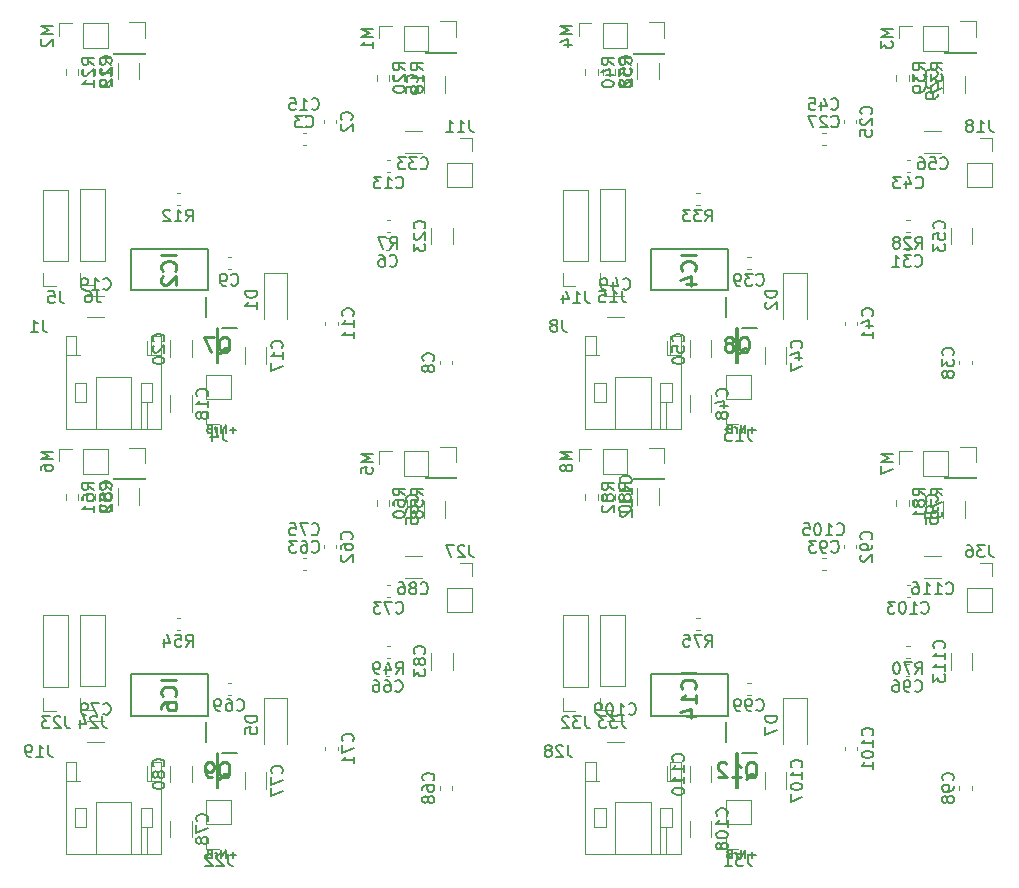
<source format=gbr>
%TF.GenerationSoftware,KiCad,Pcbnew,(6.0.4)*%
%TF.CreationDate,2022-09-20T04:44:20+09:00*%
%TF.ProjectId,mainboard_p,6d61696e-626f-4617-9264-5f702e6b6963,rev?*%
%TF.SameCoordinates,Original*%
%TF.FileFunction,Legend,Bot*%
%TF.FilePolarity,Positive*%
%FSLAX46Y46*%
G04 Gerber Fmt 4.6, Leading zero omitted, Abs format (unit mm)*
G04 Created by KiCad (PCBNEW (6.0.4)) date 2022-09-20 04:44:20*
%MOMM*%
%LPD*%
G01*
G04 APERTURE LIST*
%ADD10C,0.150000*%
%ADD11C,0.254000*%
%ADD12C,0.120000*%
%ADD13C,0.200000*%
G04 APERTURE END LIST*
D10*
%TO.C,C116*%
X227223647Y-131201542D02*
X227271266Y-131249161D01*
X227414123Y-131296780D01*
X227509361Y-131296780D01*
X227652219Y-131249161D01*
X227747457Y-131153923D01*
X227795076Y-131058685D01*
X227842695Y-130868209D01*
X227842695Y-130725352D01*
X227795076Y-130534876D01*
X227747457Y-130439638D01*
X227652219Y-130344400D01*
X227509361Y-130296780D01*
X227414123Y-130296780D01*
X227271266Y-130344400D01*
X227223647Y-130392019D01*
X226271266Y-131296780D02*
X226842695Y-131296780D01*
X226556980Y-131296780D02*
X226556980Y-130296780D01*
X226652219Y-130439638D01*
X226747457Y-130534876D01*
X226842695Y-130582495D01*
X225318885Y-131296780D02*
X225890314Y-131296780D01*
X225604600Y-131296780D02*
X225604600Y-130296780D01*
X225699838Y-130439638D01*
X225795076Y-130534876D01*
X225890314Y-130582495D01*
X224461742Y-130296780D02*
X224652219Y-130296780D01*
X224747457Y-130344400D01*
X224795076Y-130392019D01*
X224890314Y-130534876D01*
X224937933Y-130725352D01*
X224937933Y-131106304D01*
X224890314Y-131201542D01*
X224842695Y-131249161D01*
X224747457Y-131296780D01*
X224556980Y-131296780D01*
X224461742Y-131249161D01*
X224414123Y-131201542D01*
X224366504Y-131106304D01*
X224366504Y-130868209D01*
X224414123Y-130772971D01*
X224461742Y-130725352D01*
X224556980Y-130677733D01*
X224747457Y-130677733D01*
X224842695Y-130725352D01*
X224890314Y-130772971D01*
X224937933Y-130868209D01*
%TO.C,D7*%
X212898380Y-141616704D02*
X211898380Y-141616704D01*
X211898380Y-141854800D01*
X211946000Y-141997657D01*
X212041238Y-142092895D01*
X212136476Y-142140514D01*
X212326952Y-142188133D01*
X212469809Y-142188133D01*
X212660285Y-142140514D01*
X212755523Y-142092895D01*
X212850761Y-141997657D01*
X212898380Y-141854800D01*
X212898380Y-141616704D01*
X211898380Y-142521466D02*
X211898380Y-143188133D01*
X212898380Y-142759561D01*
%TO.C,C112*%
X200507142Y-121880952D02*
X200554761Y-121833333D01*
X200602380Y-121690476D01*
X200602380Y-121595238D01*
X200554761Y-121452380D01*
X200459523Y-121357142D01*
X200364285Y-121309523D01*
X200173809Y-121261904D01*
X200030952Y-121261904D01*
X199840476Y-121309523D01*
X199745238Y-121357142D01*
X199650000Y-121452380D01*
X199602380Y-121595238D01*
X199602380Y-121690476D01*
X199650000Y-121833333D01*
X199697619Y-121880952D01*
X200602380Y-122833333D02*
X200602380Y-122261904D01*
X200602380Y-122547619D02*
X199602380Y-122547619D01*
X199745238Y-122452380D01*
X199840476Y-122357142D01*
X199888095Y-122261904D01*
X200602380Y-123785714D02*
X200602380Y-123214285D01*
X200602380Y-123500000D02*
X199602380Y-123500000D01*
X199745238Y-123404761D01*
X199840476Y-123309523D01*
X199888095Y-123214285D01*
X199697619Y-124166666D02*
X199650000Y-124214285D01*
X199602380Y-124309523D01*
X199602380Y-124547619D01*
X199650000Y-124642857D01*
X199697619Y-124690476D01*
X199792857Y-124738095D01*
X199888095Y-124738095D01*
X200030952Y-124690476D01*
X200602380Y-124119047D01*
X200602380Y-124738095D01*
%TO.C,C110*%
X204952142Y-145401352D02*
X204999761Y-145353733D01*
X205047380Y-145210876D01*
X205047380Y-145115638D01*
X204999761Y-144972780D01*
X204904523Y-144877542D01*
X204809285Y-144829923D01*
X204618809Y-144782304D01*
X204475952Y-144782304D01*
X204285476Y-144829923D01*
X204190238Y-144877542D01*
X204095000Y-144972780D01*
X204047380Y-145115638D01*
X204047380Y-145210876D01*
X204095000Y-145353733D01*
X204142619Y-145401352D01*
X205047380Y-146353733D02*
X205047380Y-145782304D01*
X205047380Y-146068019D02*
X204047380Y-146068019D01*
X204190238Y-145972780D01*
X204285476Y-145877542D01*
X204333095Y-145782304D01*
X205047380Y-147306114D02*
X205047380Y-146734685D01*
X205047380Y-147020400D02*
X204047380Y-147020400D01*
X204190238Y-146925161D01*
X204285476Y-146829923D01*
X204333095Y-146734685D01*
X204047380Y-147925161D02*
X204047380Y-148020400D01*
X204095000Y-148115638D01*
X204142619Y-148163257D01*
X204237857Y-148210876D01*
X204428333Y-148258495D01*
X204666428Y-148258495D01*
X204856904Y-148210876D01*
X204952142Y-148163257D01*
X204999761Y-148115638D01*
X205047380Y-148020400D01*
X205047380Y-147925161D01*
X204999761Y-147829923D01*
X204952142Y-147782304D01*
X204856904Y-147734685D01*
X204666428Y-147687066D01*
X204428333Y-147687066D01*
X204237857Y-147734685D01*
X204142619Y-147782304D01*
X204095000Y-147829923D01*
X204047380Y-147925161D01*
%TO.C,J31*%
X210454923Y-153299980D02*
X210454923Y-154014266D01*
X210502542Y-154157123D01*
X210597780Y-154252361D01*
X210740638Y-154299980D01*
X210835876Y-154299980D01*
X210073971Y-153299980D02*
X209454923Y-153299980D01*
X209788257Y-153680933D01*
X209645400Y-153680933D01*
X209550161Y-153728552D01*
X209502542Y-153776171D01*
X209454923Y-153871409D01*
X209454923Y-154109504D01*
X209502542Y-154204742D01*
X209550161Y-154252361D01*
X209645400Y-154299980D01*
X209931114Y-154299980D01*
X210026352Y-154252361D01*
X210073971Y-154204742D01*
X208502542Y-154299980D02*
X209073971Y-154299980D01*
X208788257Y-154299980D02*
X208788257Y-153299980D01*
X208883495Y-153442838D01*
X208978733Y-153538076D01*
X209073971Y-153585695D01*
X211099400Y-153377600D02*
X210566066Y-153377600D01*
X210832733Y-153644266D02*
X210832733Y-153110933D01*
X210232733Y-153644266D02*
X210232733Y-152944266D01*
X209832733Y-153644266D01*
X209832733Y-152944266D01*
X209499400Y-153644266D02*
X209499400Y-153177600D01*
X209499400Y-153310933D02*
X209466066Y-153244266D01*
X209432733Y-153210933D01*
X209366066Y-153177600D01*
X209299400Y-153177600D01*
X208832733Y-153277600D02*
X208732733Y-153310933D01*
X208699400Y-153344266D01*
X208666066Y-153410933D01*
X208666066Y-153510933D01*
X208699400Y-153577600D01*
X208732733Y-153610933D01*
X208799400Y-153644266D01*
X209066066Y-153644266D01*
X209066066Y-152944266D01*
X208832733Y-152944266D01*
X208766066Y-152977600D01*
X208732733Y-153010933D01*
X208699400Y-153077600D01*
X208699400Y-153144266D01*
X208732733Y-153210933D01*
X208766066Y-153244266D01*
X208832733Y-153277600D01*
X209066066Y-153277600D01*
%TO.C,C105*%
X217978047Y-126194342D02*
X218025666Y-126241961D01*
X218168523Y-126289580D01*
X218263761Y-126289580D01*
X218406619Y-126241961D01*
X218501857Y-126146723D01*
X218549476Y-126051485D01*
X218597095Y-125861009D01*
X218597095Y-125718152D01*
X218549476Y-125527676D01*
X218501857Y-125432438D01*
X218406619Y-125337200D01*
X218263761Y-125289580D01*
X218168523Y-125289580D01*
X218025666Y-125337200D01*
X217978047Y-125384819D01*
X217025666Y-126289580D02*
X217597095Y-126289580D01*
X217311380Y-126289580D02*
X217311380Y-125289580D01*
X217406619Y-125432438D01*
X217501857Y-125527676D01*
X217597095Y-125575295D01*
X216406619Y-125289580D02*
X216311380Y-125289580D01*
X216216142Y-125337200D01*
X216168523Y-125384819D01*
X216120904Y-125480057D01*
X216073285Y-125670533D01*
X216073285Y-125908628D01*
X216120904Y-126099104D01*
X216168523Y-126194342D01*
X216216142Y-126241961D01*
X216311380Y-126289580D01*
X216406619Y-126289580D01*
X216501857Y-126241961D01*
X216549476Y-126194342D01*
X216597095Y-126099104D01*
X216644714Y-125908628D01*
X216644714Y-125670533D01*
X216597095Y-125480057D01*
X216549476Y-125384819D01*
X216501857Y-125337200D01*
X216406619Y-125289580D01*
X215168523Y-125289580D02*
X215644714Y-125289580D01*
X215692333Y-125765771D01*
X215644714Y-125718152D01*
X215549476Y-125670533D01*
X215311380Y-125670533D01*
X215216142Y-125718152D01*
X215168523Y-125765771D01*
X215120904Y-125861009D01*
X215120904Y-126099104D01*
X215168523Y-126194342D01*
X215216142Y-126241961D01*
X215311380Y-126289580D01*
X215549476Y-126289580D01*
X215644714Y-126241961D01*
X215692333Y-126194342D01*
%TO.C,J33*%
X199786923Y-141583980D02*
X199786923Y-142298266D01*
X199834542Y-142441123D01*
X199929780Y-142536361D01*
X200072638Y-142583980D01*
X200167876Y-142583980D01*
X199405971Y-141583980D02*
X198786923Y-141583980D01*
X199120257Y-141964933D01*
X198977400Y-141964933D01*
X198882161Y-142012552D01*
X198834542Y-142060171D01*
X198786923Y-142155409D01*
X198786923Y-142393504D01*
X198834542Y-142488742D01*
X198882161Y-142536361D01*
X198977400Y-142583980D01*
X199263114Y-142583980D01*
X199358352Y-142536361D01*
X199405971Y-142488742D01*
X198453590Y-141583980D02*
X197834542Y-141583980D01*
X198167876Y-141964933D01*
X198025019Y-141964933D01*
X197929780Y-142012552D01*
X197882161Y-142060171D01*
X197834542Y-142155409D01*
X197834542Y-142393504D01*
X197882161Y-142488742D01*
X197929780Y-142536361D01*
X198025019Y-142583980D01*
X198310733Y-142583980D01*
X198405971Y-142536361D01*
X198453590Y-142488742D01*
%TO.C,J28*%
X195209923Y-144069980D02*
X195209923Y-144784266D01*
X195257542Y-144927123D01*
X195352780Y-145022361D01*
X195495638Y-145069980D01*
X195590876Y-145069980D01*
X194781352Y-144165219D02*
X194733733Y-144117600D01*
X194638495Y-144069980D01*
X194400400Y-144069980D01*
X194305161Y-144117600D01*
X194257542Y-144165219D01*
X194209923Y-144260457D01*
X194209923Y-144355695D01*
X194257542Y-144498552D01*
X194828971Y-145069980D01*
X194209923Y-145069980D01*
X193638495Y-144498552D02*
X193733733Y-144450933D01*
X193781352Y-144403314D01*
X193828971Y-144308076D01*
X193828971Y-144260457D01*
X193781352Y-144165219D01*
X193733733Y-144117600D01*
X193638495Y-144069980D01*
X193448019Y-144069980D01*
X193352780Y-144117600D01*
X193305161Y-144165219D01*
X193257542Y-144260457D01*
X193257542Y-144308076D01*
X193305161Y-144403314D01*
X193352780Y-144450933D01*
X193448019Y-144498552D01*
X193638495Y-144498552D01*
X193733733Y-144546171D01*
X193781352Y-144593790D01*
X193828971Y-144689028D01*
X193828971Y-144879504D01*
X193781352Y-144974742D01*
X193733733Y-145022361D01*
X193638495Y-145069980D01*
X193448019Y-145069980D01*
X193352780Y-145022361D01*
X193305161Y-144974742D01*
X193257542Y-144879504D01*
X193257542Y-144689028D01*
X193305161Y-144593790D01*
X193352780Y-144546171D01*
X193448019Y-144498552D01*
%TO.C,J32*%
X196662723Y-141629980D02*
X196662723Y-142344266D01*
X196710342Y-142487123D01*
X196805580Y-142582361D01*
X196948438Y-142629980D01*
X197043676Y-142629980D01*
X196281771Y-141629980D02*
X195662723Y-141629980D01*
X195996057Y-142010933D01*
X195853200Y-142010933D01*
X195757961Y-142058552D01*
X195710342Y-142106171D01*
X195662723Y-142201409D01*
X195662723Y-142439504D01*
X195710342Y-142534742D01*
X195757961Y-142582361D01*
X195853200Y-142629980D01*
X196138914Y-142629980D01*
X196234152Y-142582361D01*
X196281771Y-142534742D01*
X195281771Y-141725219D02*
X195234152Y-141677600D01*
X195138914Y-141629980D01*
X194900819Y-141629980D01*
X194805580Y-141677600D01*
X194757961Y-141725219D01*
X194710342Y-141820457D01*
X194710342Y-141915695D01*
X194757961Y-142058552D01*
X195329390Y-142629980D01*
X194710342Y-142629980D01*
%TO.C,C103*%
X225140847Y-132838942D02*
X225188466Y-132886561D01*
X225331323Y-132934180D01*
X225426561Y-132934180D01*
X225569419Y-132886561D01*
X225664657Y-132791323D01*
X225712276Y-132696085D01*
X225759895Y-132505609D01*
X225759895Y-132362752D01*
X225712276Y-132172276D01*
X225664657Y-132077038D01*
X225569419Y-131981800D01*
X225426561Y-131934180D01*
X225331323Y-131934180D01*
X225188466Y-131981800D01*
X225140847Y-132029419D01*
X224188466Y-132934180D02*
X224759895Y-132934180D01*
X224474180Y-132934180D02*
X224474180Y-131934180D01*
X224569419Y-132077038D01*
X224664657Y-132172276D01*
X224759895Y-132219895D01*
X223569419Y-131934180D02*
X223474180Y-131934180D01*
X223378942Y-131981800D01*
X223331323Y-132029419D01*
X223283704Y-132124657D01*
X223236085Y-132315133D01*
X223236085Y-132553228D01*
X223283704Y-132743704D01*
X223331323Y-132838942D01*
X223378942Y-132886561D01*
X223474180Y-132934180D01*
X223569419Y-132934180D01*
X223664657Y-132886561D01*
X223712276Y-132838942D01*
X223759895Y-132743704D01*
X223807514Y-132553228D01*
X223807514Y-132315133D01*
X223759895Y-132124657D01*
X223712276Y-132029419D01*
X223664657Y-131981800D01*
X223569419Y-131934180D01*
X222902752Y-131934180D02*
X222283704Y-131934180D01*
X222617038Y-132315133D01*
X222474180Y-132315133D01*
X222378942Y-132362752D01*
X222331323Y-132410371D01*
X222283704Y-132505609D01*
X222283704Y-132743704D01*
X222331323Y-132838942D01*
X222378942Y-132886561D01*
X222474180Y-132934180D01*
X222759895Y-132934180D01*
X222855133Y-132886561D01*
X222902752Y-132838942D01*
%TO.C,M8*%
X195582380Y-119218676D02*
X194582380Y-119218676D01*
X195296666Y-119552009D01*
X194582380Y-119885342D01*
X195582380Y-119885342D01*
X195010952Y-120504390D02*
X194963333Y-120409152D01*
X194915714Y-120361533D01*
X194820476Y-120313914D01*
X194772857Y-120313914D01*
X194677619Y-120361533D01*
X194630000Y-120409152D01*
X194582380Y-120504390D01*
X194582380Y-120694866D01*
X194630000Y-120790104D01*
X194677619Y-120837723D01*
X194772857Y-120885342D01*
X194820476Y-120885342D01*
X194915714Y-120837723D01*
X194963333Y-120790104D01*
X195010952Y-120694866D01*
X195010952Y-120504390D01*
X195058571Y-120409152D01*
X195106190Y-120361533D01*
X195201428Y-120313914D01*
X195391904Y-120313914D01*
X195487142Y-120361533D01*
X195534761Y-120409152D01*
X195582380Y-120504390D01*
X195582380Y-120694866D01*
X195534761Y-120790104D01*
X195487142Y-120837723D01*
X195391904Y-120885342D01*
X195201428Y-120885342D01*
X195106190Y-120837723D01*
X195058571Y-120790104D01*
X195010952Y-120694866D01*
D11*
%TO.C,Q12*%
X210254314Y-146911076D02*
X210375266Y-146850600D01*
X210496219Y-146729647D01*
X210677647Y-146548219D01*
X210798600Y-146487742D01*
X210919552Y-146487742D01*
X210859076Y-146790123D02*
X210980028Y-146729647D01*
X211100980Y-146608695D01*
X211161457Y-146366790D01*
X211161457Y-145943457D01*
X211100980Y-145701552D01*
X210980028Y-145580600D01*
X210859076Y-145520123D01*
X210617171Y-145520123D01*
X210496219Y-145580600D01*
X210375266Y-145701552D01*
X210314790Y-145943457D01*
X210314790Y-146366790D01*
X210375266Y-146608695D01*
X210496219Y-146729647D01*
X210617171Y-146790123D01*
X210859076Y-146790123D01*
X209105266Y-146790123D02*
X209830980Y-146790123D01*
X209468123Y-146790123D02*
X209468123Y-145520123D01*
X209589076Y-145701552D01*
X209710028Y-145822504D01*
X209830980Y-145882980D01*
X208621457Y-145641076D02*
X208560980Y-145580600D01*
X208440028Y-145520123D01*
X208137647Y-145520123D01*
X208016695Y-145580600D01*
X207956219Y-145641076D01*
X207895742Y-145762028D01*
X207895742Y-145882980D01*
X207956219Y-146064409D01*
X208681933Y-146790123D01*
X207895742Y-146790123D01*
%TO.C,IC14*%
X206054323Y-137970276D02*
X204784323Y-137970276D01*
X205933371Y-139300752D02*
X205993847Y-139240276D01*
X206054323Y-139058847D01*
X206054323Y-138937895D01*
X205993847Y-138756466D01*
X205872895Y-138635514D01*
X205751942Y-138575038D01*
X205510038Y-138514561D01*
X205328609Y-138514561D01*
X205086704Y-138575038D01*
X204965752Y-138635514D01*
X204844800Y-138756466D01*
X204784323Y-138937895D01*
X204784323Y-139058847D01*
X204844800Y-139240276D01*
X204905276Y-139300752D01*
X206054323Y-140510276D02*
X206054323Y-139784561D01*
X206054323Y-140147419D02*
X204784323Y-140147419D01*
X204965752Y-140026466D01*
X205086704Y-139905514D01*
X205147180Y-139784561D01*
X205207657Y-141598847D02*
X206054323Y-141598847D01*
X204723847Y-141296466D02*
X205630990Y-140994085D01*
X205630990Y-141780276D01*
D10*
%TO.C,R79*%
X226920180Y-122915942D02*
X226443990Y-122582609D01*
X226920180Y-122344514D02*
X225920180Y-122344514D01*
X225920180Y-122725466D01*
X225967800Y-122820704D01*
X226015419Y-122868323D01*
X226110657Y-122915942D01*
X226253514Y-122915942D01*
X226348752Y-122868323D01*
X226396371Y-122820704D01*
X226443990Y-122725466D01*
X226443990Y-122344514D01*
X225920180Y-123249276D02*
X225920180Y-123915942D01*
X226920180Y-123487371D01*
X226920180Y-124344514D02*
X226920180Y-124534990D01*
X226872561Y-124630228D01*
X226824942Y-124677847D01*
X226682085Y-124773085D01*
X226491609Y-124820704D01*
X226110657Y-124820704D01*
X226015419Y-124773085D01*
X225967800Y-124725466D01*
X225920180Y-124630228D01*
X225920180Y-124439752D01*
X225967800Y-124344514D01*
X226015419Y-124296895D01*
X226110657Y-124249276D01*
X226348752Y-124249276D01*
X226443990Y-124296895D01*
X226491609Y-124344514D01*
X226539228Y-124439752D01*
X226539228Y-124630228D01*
X226491609Y-124725466D01*
X226443990Y-124773085D01*
X226348752Y-124820704D01*
%TO.C,C99*%
X211177257Y-141068542D02*
X211224876Y-141116161D01*
X211367733Y-141163780D01*
X211462971Y-141163780D01*
X211605828Y-141116161D01*
X211701066Y-141020923D01*
X211748685Y-140925685D01*
X211796304Y-140735209D01*
X211796304Y-140592352D01*
X211748685Y-140401876D01*
X211701066Y-140306638D01*
X211605828Y-140211400D01*
X211462971Y-140163780D01*
X211367733Y-140163780D01*
X211224876Y-140211400D01*
X211177257Y-140259019D01*
X210701066Y-141163780D02*
X210510590Y-141163780D01*
X210415352Y-141116161D01*
X210367733Y-141068542D01*
X210272495Y-140925685D01*
X210224876Y-140735209D01*
X210224876Y-140354257D01*
X210272495Y-140259019D01*
X210320114Y-140211400D01*
X210415352Y-140163780D01*
X210605828Y-140163780D01*
X210701066Y-140211400D01*
X210748685Y-140259019D01*
X210796304Y-140354257D01*
X210796304Y-140592352D01*
X210748685Y-140687590D01*
X210701066Y-140735209D01*
X210605828Y-140782828D01*
X210415352Y-140782828D01*
X210320114Y-140735209D01*
X210272495Y-140687590D01*
X210224876Y-140592352D01*
X209748685Y-141163780D02*
X209558209Y-141163780D01*
X209462971Y-141116161D01*
X209415352Y-141068542D01*
X209320114Y-140925685D01*
X209272495Y-140735209D01*
X209272495Y-140354257D01*
X209320114Y-140259019D01*
X209367733Y-140211400D01*
X209462971Y-140163780D01*
X209653447Y-140163780D01*
X209748685Y-140211400D01*
X209796304Y-140259019D01*
X209843923Y-140354257D01*
X209843923Y-140592352D01*
X209796304Y-140687590D01*
X209748685Y-140735209D01*
X209653447Y-140782828D01*
X209462971Y-140782828D01*
X209367733Y-140735209D01*
X209320114Y-140687590D01*
X209272495Y-140592352D01*
%TO.C,R81*%
X225421580Y-122915942D02*
X224945390Y-122582609D01*
X225421580Y-122344514D02*
X224421580Y-122344514D01*
X224421580Y-122725466D01*
X224469200Y-122820704D01*
X224516819Y-122868323D01*
X224612057Y-122915942D01*
X224754914Y-122915942D01*
X224850152Y-122868323D01*
X224897771Y-122820704D01*
X224945390Y-122725466D01*
X224945390Y-122344514D01*
X224850152Y-123487371D02*
X224802533Y-123392133D01*
X224754914Y-123344514D01*
X224659676Y-123296895D01*
X224612057Y-123296895D01*
X224516819Y-123344514D01*
X224469200Y-123392133D01*
X224421580Y-123487371D01*
X224421580Y-123677847D01*
X224469200Y-123773085D01*
X224516819Y-123820704D01*
X224612057Y-123868323D01*
X224659676Y-123868323D01*
X224754914Y-123820704D01*
X224802533Y-123773085D01*
X224850152Y-123677847D01*
X224850152Y-123487371D01*
X224897771Y-123392133D01*
X224945390Y-123344514D01*
X225040628Y-123296895D01*
X225231104Y-123296895D01*
X225326342Y-123344514D01*
X225373961Y-123392133D01*
X225421580Y-123487371D01*
X225421580Y-123677847D01*
X225373961Y-123773085D01*
X225326342Y-123820704D01*
X225231104Y-123868323D01*
X225040628Y-123868323D01*
X224945390Y-123820704D01*
X224897771Y-123773085D01*
X224850152Y-123677847D01*
X225421580Y-124820704D02*
X225421580Y-124249276D01*
X225421580Y-124534990D02*
X224421580Y-124534990D01*
X224564438Y-124439752D01*
X224659676Y-124344514D01*
X224707295Y-124249276D01*
%TO.C,C96*%
X224588457Y-139468342D02*
X224636076Y-139515961D01*
X224778933Y-139563580D01*
X224874171Y-139563580D01*
X225017028Y-139515961D01*
X225112266Y-139420723D01*
X225159885Y-139325485D01*
X225207504Y-139135009D01*
X225207504Y-138992152D01*
X225159885Y-138801676D01*
X225112266Y-138706438D01*
X225017028Y-138611200D01*
X224874171Y-138563580D01*
X224778933Y-138563580D01*
X224636076Y-138611200D01*
X224588457Y-138658819D01*
X224112266Y-139563580D02*
X223921790Y-139563580D01*
X223826552Y-139515961D01*
X223778933Y-139468342D01*
X223683695Y-139325485D01*
X223636076Y-139135009D01*
X223636076Y-138754057D01*
X223683695Y-138658819D01*
X223731314Y-138611200D01*
X223826552Y-138563580D01*
X224017028Y-138563580D01*
X224112266Y-138611200D01*
X224159885Y-138658819D01*
X224207504Y-138754057D01*
X224207504Y-138992152D01*
X224159885Y-139087390D01*
X224112266Y-139135009D01*
X224017028Y-139182628D01*
X223826552Y-139182628D01*
X223731314Y-139135009D01*
X223683695Y-139087390D01*
X223636076Y-138992152D01*
X222778933Y-138563580D02*
X222969409Y-138563580D01*
X223064647Y-138611200D01*
X223112266Y-138658819D01*
X223207504Y-138801676D01*
X223255123Y-138992152D01*
X223255123Y-139373104D01*
X223207504Y-139468342D01*
X223159885Y-139515961D01*
X223064647Y-139563580D01*
X222874171Y-139563580D01*
X222778933Y-139515961D01*
X222731314Y-139468342D01*
X222683695Y-139373104D01*
X222683695Y-139135009D01*
X222731314Y-139039771D01*
X222778933Y-138992152D01*
X222874171Y-138944533D01*
X223064647Y-138944533D01*
X223159885Y-138992152D01*
X223207504Y-139039771D01*
X223255123Y-139135009D01*
%TO.C,R80*%
X200554980Y-122458742D02*
X200078790Y-122125409D01*
X200554980Y-121887314D02*
X199554980Y-121887314D01*
X199554980Y-122268266D01*
X199602600Y-122363504D01*
X199650219Y-122411123D01*
X199745457Y-122458742D01*
X199888314Y-122458742D01*
X199983552Y-122411123D01*
X200031171Y-122363504D01*
X200078790Y-122268266D01*
X200078790Y-121887314D01*
X199983552Y-123030171D02*
X199935933Y-122934933D01*
X199888314Y-122887314D01*
X199793076Y-122839695D01*
X199745457Y-122839695D01*
X199650219Y-122887314D01*
X199602600Y-122934933D01*
X199554980Y-123030171D01*
X199554980Y-123220647D01*
X199602600Y-123315885D01*
X199650219Y-123363504D01*
X199745457Y-123411123D01*
X199793076Y-123411123D01*
X199888314Y-123363504D01*
X199935933Y-123315885D01*
X199983552Y-123220647D01*
X199983552Y-123030171D01*
X200031171Y-122934933D01*
X200078790Y-122887314D01*
X200174028Y-122839695D01*
X200364504Y-122839695D01*
X200459742Y-122887314D01*
X200507361Y-122934933D01*
X200554980Y-123030171D01*
X200554980Y-123220647D01*
X200507361Y-123315885D01*
X200459742Y-123363504D01*
X200364504Y-123411123D01*
X200174028Y-123411123D01*
X200078790Y-123363504D01*
X200031171Y-123315885D01*
X199983552Y-123220647D01*
X199554980Y-124030171D02*
X199554980Y-124125409D01*
X199602600Y-124220647D01*
X199650219Y-124268266D01*
X199745457Y-124315885D01*
X199935933Y-124363504D01*
X200174028Y-124363504D01*
X200364504Y-124315885D01*
X200459742Y-124268266D01*
X200507361Y-124220647D01*
X200554980Y-124125409D01*
X200554980Y-124030171D01*
X200507361Y-123934933D01*
X200459742Y-123887314D01*
X200364504Y-123839695D01*
X200174028Y-123792076D01*
X199935933Y-123792076D01*
X199745457Y-123839695D01*
X199650219Y-123887314D01*
X199602600Y-123934933D01*
X199554980Y-124030171D01*
%TO.C,C109*%
X200350447Y-141420742D02*
X200398066Y-141468361D01*
X200540923Y-141515980D01*
X200636161Y-141515980D01*
X200779019Y-141468361D01*
X200874257Y-141373123D01*
X200921876Y-141277885D01*
X200969495Y-141087409D01*
X200969495Y-140944552D01*
X200921876Y-140754076D01*
X200874257Y-140658838D01*
X200779019Y-140563600D01*
X200636161Y-140515980D01*
X200540923Y-140515980D01*
X200398066Y-140563600D01*
X200350447Y-140611219D01*
X199398066Y-141515980D02*
X199969495Y-141515980D01*
X199683780Y-141515980D02*
X199683780Y-140515980D01*
X199779019Y-140658838D01*
X199874257Y-140754076D01*
X199969495Y-140801695D01*
X198779019Y-140515980D02*
X198683780Y-140515980D01*
X198588542Y-140563600D01*
X198540923Y-140611219D01*
X198493304Y-140706457D01*
X198445685Y-140896933D01*
X198445685Y-141135028D01*
X198493304Y-141325504D01*
X198540923Y-141420742D01*
X198588542Y-141468361D01*
X198683780Y-141515980D01*
X198779019Y-141515980D01*
X198874257Y-141468361D01*
X198921876Y-141420742D01*
X198969495Y-141325504D01*
X199017114Y-141135028D01*
X199017114Y-140896933D01*
X198969495Y-140706457D01*
X198921876Y-140611219D01*
X198874257Y-140563600D01*
X198779019Y-140515980D01*
X197969495Y-141515980D02*
X197779019Y-141515980D01*
X197683780Y-141468361D01*
X197636161Y-141420742D01*
X197540923Y-141277885D01*
X197493304Y-141087409D01*
X197493304Y-140706457D01*
X197540923Y-140611219D01*
X197588542Y-140563600D01*
X197683780Y-140515980D01*
X197874257Y-140515980D01*
X197969495Y-140563600D01*
X198017114Y-140611219D01*
X198064733Y-140706457D01*
X198064733Y-140944552D01*
X198017114Y-141039790D01*
X197969495Y-141087409D01*
X197874257Y-141135028D01*
X197683780Y-141135028D01*
X197588542Y-141087409D01*
X197540923Y-141039790D01*
X197493304Y-140944552D01*
%TO.C,C108*%
X208652142Y-150049552D02*
X208699761Y-150001933D01*
X208747380Y-149859076D01*
X208747380Y-149763838D01*
X208699761Y-149620980D01*
X208604523Y-149525742D01*
X208509285Y-149478123D01*
X208318809Y-149430504D01*
X208175952Y-149430504D01*
X207985476Y-149478123D01*
X207890238Y-149525742D01*
X207795000Y-149620980D01*
X207747380Y-149763838D01*
X207747380Y-149859076D01*
X207795000Y-150001933D01*
X207842619Y-150049552D01*
X208747380Y-151001933D02*
X208747380Y-150430504D01*
X208747380Y-150716219D02*
X207747380Y-150716219D01*
X207890238Y-150620980D01*
X207985476Y-150525742D01*
X208033095Y-150430504D01*
X207747380Y-151620980D02*
X207747380Y-151716219D01*
X207795000Y-151811457D01*
X207842619Y-151859076D01*
X207937857Y-151906695D01*
X208128333Y-151954314D01*
X208366428Y-151954314D01*
X208556904Y-151906695D01*
X208652142Y-151859076D01*
X208699761Y-151811457D01*
X208747380Y-151716219D01*
X208747380Y-151620980D01*
X208699761Y-151525742D01*
X208652142Y-151478123D01*
X208556904Y-151430504D01*
X208366428Y-151382885D01*
X208128333Y-151382885D01*
X207937857Y-151430504D01*
X207842619Y-151478123D01*
X207795000Y-151525742D01*
X207747380Y-151620980D01*
X208175952Y-152525742D02*
X208128333Y-152430504D01*
X208080714Y-152382885D01*
X207985476Y-152335266D01*
X207937857Y-152335266D01*
X207842619Y-152382885D01*
X207795000Y-152430504D01*
X207747380Y-152525742D01*
X207747380Y-152716219D01*
X207795000Y-152811457D01*
X207842619Y-152859076D01*
X207937857Y-152906695D01*
X207985476Y-152906695D01*
X208080714Y-152859076D01*
X208128333Y-152811457D01*
X208175952Y-152716219D01*
X208175952Y-152525742D01*
X208223571Y-152430504D01*
X208271190Y-152382885D01*
X208366428Y-152335266D01*
X208556904Y-152335266D01*
X208652142Y-152382885D01*
X208699761Y-152430504D01*
X208747380Y-152525742D01*
X208747380Y-152716219D01*
X208699761Y-152811457D01*
X208652142Y-152859076D01*
X208556904Y-152906695D01*
X208366428Y-152906695D01*
X208271190Y-152859076D01*
X208223571Y-152811457D01*
X208175952Y-152716219D01*
%TO.C,R75*%
X206859257Y-135728180D02*
X207192590Y-135251990D01*
X207430685Y-135728180D02*
X207430685Y-134728180D01*
X207049733Y-134728180D01*
X206954495Y-134775800D01*
X206906876Y-134823419D01*
X206859257Y-134918657D01*
X206859257Y-135061514D01*
X206906876Y-135156752D01*
X206954495Y-135204371D01*
X207049733Y-135251990D01*
X207430685Y-135251990D01*
X206525923Y-134728180D02*
X205859257Y-134728180D01*
X206287828Y-135728180D01*
X205002114Y-134728180D02*
X205478304Y-134728180D01*
X205525923Y-135204371D01*
X205478304Y-135156752D01*
X205383066Y-135109133D01*
X205144971Y-135109133D01*
X205049733Y-135156752D01*
X205002114Y-135204371D01*
X204954495Y-135299609D01*
X204954495Y-135537704D01*
X205002114Y-135632942D01*
X205049733Y-135680561D01*
X205144971Y-135728180D01*
X205383066Y-135728180D01*
X205478304Y-135680561D01*
X205525923Y-135632942D01*
%TO.C,C107*%
X214976742Y-145960152D02*
X215024361Y-145912533D01*
X215071980Y-145769676D01*
X215071980Y-145674438D01*
X215024361Y-145531580D01*
X214929123Y-145436342D01*
X214833885Y-145388723D01*
X214643409Y-145341104D01*
X214500552Y-145341104D01*
X214310076Y-145388723D01*
X214214838Y-145436342D01*
X214119600Y-145531580D01*
X214071980Y-145674438D01*
X214071980Y-145769676D01*
X214119600Y-145912533D01*
X214167219Y-145960152D01*
X215071980Y-146912533D02*
X215071980Y-146341104D01*
X215071980Y-146626819D02*
X214071980Y-146626819D01*
X214214838Y-146531580D01*
X214310076Y-146436342D01*
X214357695Y-146341104D01*
X214071980Y-147531580D02*
X214071980Y-147626819D01*
X214119600Y-147722057D01*
X214167219Y-147769676D01*
X214262457Y-147817295D01*
X214452933Y-147864914D01*
X214691028Y-147864914D01*
X214881504Y-147817295D01*
X214976742Y-147769676D01*
X215024361Y-147722057D01*
X215071980Y-147626819D01*
X215071980Y-147531580D01*
X215024361Y-147436342D01*
X214976742Y-147388723D01*
X214881504Y-147341104D01*
X214691028Y-147293485D01*
X214452933Y-147293485D01*
X214262457Y-147341104D01*
X214167219Y-147388723D01*
X214119600Y-147436342D01*
X214071980Y-147531580D01*
X214071980Y-148198247D02*
X214071980Y-148864914D01*
X215071980Y-148436342D01*
%TO.C,R70*%
X224639257Y-138039580D02*
X224972590Y-137563390D01*
X225210685Y-138039580D02*
X225210685Y-137039580D01*
X224829733Y-137039580D01*
X224734495Y-137087200D01*
X224686876Y-137134819D01*
X224639257Y-137230057D01*
X224639257Y-137372914D01*
X224686876Y-137468152D01*
X224734495Y-137515771D01*
X224829733Y-137563390D01*
X225210685Y-137563390D01*
X224305923Y-137039580D02*
X223639257Y-137039580D01*
X224067828Y-138039580D01*
X223067828Y-137039580D02*
X222972590Y-137039580D01*
X222877352Y-137087200D01*
X222829733Y-137134819D01*
X222782114Y-137230057D01*
X222734495Y-137420533D01*
X222734495Y-137658628D01*
X222782114Y-137849104D01*
X222829733Y-137944342D01*
X222877352Y-137991961D01*
X222972590Y-138039580D01*
X223067828Y-138039580D01*
X223163066Y-137991961D01*
X223210685Y-137944342D01*
X223258304Y-137849104D01*
X223305923Y-137658628D01*
X223305923Y-137420533D01*
X223258304Y-137230057D01*
X223210685Y-137134819D01*
X223163066Y-137087200D01*
X223067828Y-137039580D01*
%TO.C,C98*%
X227800342Y-147045942D02*
X227847961Y-146998323D01*
X227895580Y-146855466D01*
X227895580Y-146760228D01*
X227847961Y-146617371D01*
X227752723Y-146522133D01*
X227657485Y-146474514D01*
X227467009Y-146426895D01*
X227324152Y-146426895D01*
X227133676Y-146474514D01*
X227038438Y-146522133D01*
X226943200Y-146617371D01*
X226895580Y-146760228D01*
X226895580Y-146855466D01*
X226943200Y-146998323D01*
X226990819Y-147045942D01*
X227895580Y-147522133D02*
X227895580Y-147712609D01*
X227847961Y-147807847D01*
X227800342Y-147855466D01*
X227657485Y-147950704D01*
X227467009Y-147998323D01*
X227086057Y-147998323D01*
X226990819Y-147950704D01*
X226943200Y-147903085D01*
X226895580Y-147807847D01*
X226895580Y-147617371D01*
X226943200Y-147522133D01*
X226990819Y-147474514D01*
X227086057Y-147426895D01*
X227324152Y-147426895D01*
X227419390Y-147474514D01*
X227467009Y-147522133D01*
X227514628Y-147617371D01*
X227514628Y-147807847D01*
X227467009Y-147903085D01*
X227419390Y-147950704D01*
X227324152Y-147998323D01*
X227324152Y-148569752D02*
X227276533Y-148474514D01*
X227228914Y-148426895D01*
X227133676Y-148379276D01*
X227086057Y-148379276D01*
X226990819Y-148426895D01*
X226943200Y-148474514D01*
X226895580Y-148569752D01*
X226895580Y-148760228D01*
X226943200Y-148855466D01*
X226990819Y-148903085D01*
X227086057Y-148950704D01*
X227133676Y-148950704D01*
X227228914Y-148903085D01*
X227276533Y-148855466D01*
X227324152Y-148760228D01*
X227324152Y-148569752D01*
X227371771Y-148474514D01*
X227419390Y-148426895D01*
X227514628Y-148379276D01*
X227705104Y-148379276D01*
X227800342Y-148426895D01*
X227847961Y-148474514D01*
X227895580Y-148569752D01*
X227895580Y-148760228D01*
X227847961Y-148855466D01*
X227800342Y-148903085D01*
X227705104Y-148950704D01*
X227514628Y-148950704D01*
X227419390Y-148903085D01*
X227371771Y-148855466D01*
X227324152Y-148760228D01*
%TO.C,C113*%
X227050142Y-135849152D02*
X227097761Y-135801533D01*
X227145380Y-135658676D01*
X227145380Y-135563438D01*
X227097761Y-135420580D01*
X227002523Y-135325342D01*
X226907285Y-135277723D01*
X226716809Y-135230104D01*
X226573952Y-135230104D01*
X226383476Y-135277723D01*
X226288238Y-135325342D01*
X226193000Y-135420580D01*
X226145380Y-135563438D01*
X226145380Y-135658676D01*
X226193000Y-135801533D01*
X226240619Y-135849152D01*
X227145380Y-136801533D02*
X227145380Y-136230104D01*
X227145380Y-136515819D02*
X226145380Y-136515819D01*
X226288238Y-136420580D01*
X226383476Y-136325342D01*
X226431095Y-136230104D01*
X227145380Y-137753914D02*
X227145380Y-137182485D01*
X227145380Y-137468200D02*
X226145380Y-137468200D01*
X226288238Y-137372961D01*
X226383476Y-137277723D01*
X226431095Y-137182485D01*
X226145380Y-138087247D02*
X226145380Y-138706295D01*
X226526333Y-138372961D01*
X226526333Y-138515819D01*
X226573952Y-138611057D01*
X226621571Y-138658676D01*
X226716809Y-138706295D01*
X226954904Y-138706295D01*
X227050142Y-138658676D01*
X227097761Y-138611057D01*
X227145380Y-138515819D01*
X227145380Y-138230104D01*
X227097761Y-138134866D01*
X227050142Y-138087247D01*
%TO.C,C92*%
X220881342Y-126636742D02*
X220928961Y-126589123D01*
X220976580Y-126446266D01*
X220976580Y-126351028D01*
X220928961Y-126208171D01*
X220833723Y-126112933D01*
X220738485Y-126065314D01*
X220548009Y-126017695D01*
X220405152Y-126017695D01*
X220214676Y-126065314D01*
X220119438Y-126112933D01*
X220024200Y-126208171D01*
X219976580Y-126351028D01*
X219976580Y-126446266D01*
X220024200Y-126589123D01*
X220071819Y-126636742D01*
X220976580Y-127112933D02*
X220976580Y-127303409D01*
X220928961Y-127398647D01*
X220881342Y-127446266D01*
X220738485Y-127541504D01*
X220548009Y-127589123D01*
X220167057Y-127589123D01*
X220071819Y-127541504D01*
X220024200Y-127493885D01*
X219976580Y-127398647D01*
X219976580Y-127208171D01*
X220024200Y-127112933D01*
X220071819Y-127065314D01*
X220167057Y-127017695D01*
X220405152Y-127017695D01*
X220500390Y-127065314D01*
X220548009Y-127112933D01*
X220595628Y-127208171D01*
X220595628Y-127398647D01*
X220548009Y-127493885D01*
X220500390Y-127541504D01*
X220405152Y-127589123D01*
X220071819Y-127970076D02*
X220024200Y-128017695D01*
X219976580Y-128112933D01*
X219976580Y-128351028D01*
X220024200Y-128446266D01*
X220071819Y-128493885D01*
X220167057Y-128541504D01*
X220262295Y-128541504D01*
X220405152Y-128493885D01*
X220976580Y-127922457D01*
X220976580Y-128541504D01*
%TO.C,R82*%
X199081780Y-122458742D02*
X198605590Y-122125409D01*
X199081780Y-121887314D02*
X198081780Y-121887314D01*
X198081780Y-122268266D01*
X198129400Y-122363504D01*
X198177019Y-122411123D01*
X198272257Y-122458742D01*
X198415114Y-122458742D01*
X198510352Y-122411123D01*
X198557971Y-122363504D01*
X198605590Y-122268266D01*
X198605590Y-121887314D01*
X198510352Y-123030171D02*
X198462733Y-122934933D01*
X198415114Y-122887314D01*
X198319876Y-122839695D01*
X198272257Y-122839695D01*
X198177019Y-122887314D01*
X198129400Y-122934933D01*
X198081780Y-123030171D01*
X198081780Y-123220647D01*
X198129400Y-123315885D01*
X198177019Y-123363504D01*
X198272257Y-123411123D01*
X198319876Y-123411123D01*
X198415114Y-123363504D01*
X198462733Y-123315885D01*
X198510352Y-123220647D01*
X198510352Y-123030171D01*
X198557971Y-122934933D01*
X198605590Y-122887314D01*
X198700828Y-122839695D01*
X198891304Y-122839695D01*
X198986542Y-122887314D01*
X199034161Y-122934933D01*
X199081780Y-123030171D01*
X199081780Y-123220647D01*
X199034161Y-123315885D01*
X198986542Y-123363504D01*
X198891304Y-123411123D01*
X198700828Y-123411123D01*
X198605590Y-123363504D01*
X198557971Y-123315885D01*
X198510352Y-123220647D01*
X198177019Y-123792076D02*
X198129400Y-123839695D01*
X198081780Y-123934933D01*
X198081780Y-124173028D01*
X198129400Y-124268266D01*
X198177019Y-124315885D01*
X198272257Y-124363504D01*
X198367495Y-124363504D01*
X198510352Y-124315885D01*
X199081780Y-123744457D01*
X199081780Y-124363504D01*
%TO.C,C93*%
X217527257Y-127667542D02*
X217574876Y-127715161D01*
X217717733Y-127762780D01*
X217812971Y-127762780D01*
X217955828Y-127715161D01*
X218051066Y-127619923D01*
X218098685Y-127524685D01*
X218146304Y-127334209D01*
X218146304Y-127191352D01*
X218098685Y-127000876D01*
X218051066Y-126905638D01*
X217955828Y-126810400D01*
X217812971Y-126762780D01*
X217717733Y-126762780D01*
X217574876Y-126810400D01*
X217527257Y-126858019D01*
X217051066Y-127762780D02*
X216860590Y-127762780D01*
X216765352Y-127715161D01*
X216717733Y-127667542D01*
X216622495Y-127524685D01*
X216574876Y-127334209D01*
X216574876Y-126953257D01*
X216622495Y-126858019D01*
X216670114Y-126810400D01*
X216765352Y-126762780D01*
X216955828Y-126762780D01*
X217051066Y-126810400D01*
X217098685Y-126858019D01*
X217146304Y-126953257D01*
X217146304Y-127191352D01*
X217098685Y-127286590D01*
X217051066Y-127334209D01*
X216955828Y-127381828D01*
X216765352Y-127381828D01*
X216670114Y-127334209D01*
X216622495Y-127286590D01*
X216574876Y-127191352D01*
X216241542Y-126762780D02*
X215622495Y-126762780D01*
X215955828Y-127143733D01*
X215812971Y-127143733D01*
X215717733Y-127191352D01*
X215670114Y-127238971D01*
X215622495Y-127334209D01*
X215622495Y-127572304D01*
X215670114Y-127667542D01*
X215717733Y-127715161D01*
X215812971Y-127762780D01*
X216098685Y-127762780D01*
X216193923Y-127715161D01*
X216241542Y-127667542D01*
%TO.C,M7*%
X222699180Y-119421876D02*
X221699180Y-119421876D01*
X222413466Y-119755209D01*
X221699180Y-120088542D01*
X222699180Y-120088542D01*
X221699180Y-120469495D02*
X221699180Y-121136161D01*
X222699180Y-120707590D01*
%TO.C,J36*%
X230876523Y-127139380D02*
X230876523Y-127853666D01*
X230924142Y-127996523D01*
X231019380Y-128091761D01*
X231162238Y-128139380D01*
X231257476Y-128139380D01*
X230495571Y-127139380D02*
X229876523Y-127139380D01*
X230209857Y-127520333D01*
X230067000Y-127520333D01*
X229971761Y-127567952D01*
X229924142Y-127615571D01*
X229876523Y-127710809D01*
X229876523Y-127948904D01*
X229924142Y-128044142D01*
X229971761Y-128091761D01*
X230067000Y-128139380D01*
X230352714Y-128139380D01*
X230447952Y-128091761D01*
X230495571Y-128044142D01*
X229019380Y-127139380D02*
X229209857Y-127139380D01*
X229305095Y-127187000D01*
X229352714Y-127234619D01*
X229447952Y-127377476D01*
X229495571Y-127567952D01*
X229495571Y-127948904D01*
X229447952Y-128044142D01*
X229400333Y-128091761D01*
X229305095Y-128139380D01*
X229114619Y-128139380D01*
X229019380Y-128091761D01*
X228971761Y-128044142D01*
X228924142Y-127948904D01*
X228924142Y-127710809D01*
X228971761Y-127615571D01*
X229019380Y-127567952D01*
X229114619Y-127520333D01*
X229305095Y-127520333D01*
X229400333Y-127567952D01*
X229447952Y-127615571D01*
X229495571Y-127710809D01*
%TO.C,C95*%
X226415142Y-123474742D02*
X226462761Y-123427123D01*
X226510380Y-123284266D01*
X226510380Y-123189028D01*
X226462761Y-123046171D01*
X226367523Y-122950933D01*
X226272285Y-122903314D01*
X226081809Y-122855695D01*
X225938952Y-122855695D01*
X225748476Y-122903314D01*
X225653238Y-122950933D01*
X225558000Y-123046171D01*
X225510380Y-123189028D01*
X225510380Y-123284266D01*
X225558000Y-123427123D01*
X225605619Y-123474742D01*
X226510380Y-123950933D02*
X226510380Y-124141409D01*
X226462761Y-124236647D01*
X226415142Y-124284266D01*
X226272285Y-124379504D01*
X226081809Y-124427123D01*
X225700857Y-124427123D01*
X225605619Y-124379504D01*
X225558000Y-124331885D01*
X225510380Y-124236647D01*
X225510380Y-124046171D01*
X225558000Y-123950933D01*
X225605619Y-123903314D01*
X225700857Y-123855695D01*
X225938952Y-123855695D01*
X226034190Y-123903314D01*
X226081809Y-123950933D01*
X226129428Y-124046171D01*
X226129428Y-124236647D01*
X226081809Y-124331885D01*
X226034190Y-124379504D01*
X225938952Y-124427123D01*
X225510380Y-125331885D02*
X225510380Y-124855695D01*
X225986571Y-124808076D01*
X225938952Y-124855695D01*
X225891333Y-124950933D01*
X225891333Y-125189028D01*
X225938952Y-125284266D01*
X225986571Y-125331885D01*
X226081809Y-125379504D01*
X226319904Y-125379504D01*
X226415142Y-125331885D01*
X226462761Y-125284266D01*
X226510380Y-125189028D01*
X226510380Y-124950933D01*
X226462761Y-124855695D01*
X226415142Y-124808076D01*
%TO.C,C101*%
X220982942Y-143242352D02*
X221030561Y-143194733D01*
X221078180Y-143051876D01*
X221078180Y-142956638D01*
X221030561Y-142813780D01*
X220935323Y-142718542D01*
X220840085Y-142670923D01*
X220649609Y-142623304D01*
X220506752Y-142623304D01*
X220316276Y-142670923D01*
X220221038Y-142718542D01*
X220125800Y-142813780D01*
X220078180Y-142956638D01*
X220078180Y-143051876D01*
X220125800Y-143194733D01*
X220173419Y-143242352D01*
X221078180Y-144194733D02*
X221078180Y-143623304D01*
X221078180Y-143909019D02*
X220078180Y-143909019D01*
X220221038Y-143813780D01*
X220316276Y-143718542D01*
X220363895Y-143623304D01*
X220078180Y-144813780D02*
X220078180Y-144909019D01*
X220125800Y-145004257D01*
X220173419Y-145051876D01*
X220268657Y-145099495D01*
X220459133Y-145147114D01*
X220697228Y-145147114D01*
X220887704Y-145099495D01*
X220982942Y-145051876D01*
X221030561Y-145004257D01*
X221078180Y-144909019D01*
X221078180Y-144813780D01*
X221030561Y-144718542D01*
X220982942Y-144670923D01*
X220887704Y-144623304D01*
X220697228Y-144575685D01*
X220459133Y-144575685D01*
X220268657Y-144623304D01*
X220173419Y-144670923D01*
X220125800Y-144718542D01*
X220078180Y-144813780D01*
X221078180Y-146099495D02*
X221078180Y-145528066D01*
X221078180Y-145813780D02*
X220078180Y-145813780D01*
X220221038Y-145718542D01*
X220316276Y-145623304D01*
X220363895Y-145528066D01*
%TO.C,C86*%
X182747457Y-131201542D02*
X182795076Y-131249161D01*
X182937933Y-131296780D01*
X183033171Y-131296780D01*
X183176028Y-131249161D01*
X183271266Y-131153923D01*
X183318885Y-131058685D01*
X183366504Y-130868209D01*
X183366504Y-130725352D01*
X183318885Y-130534876D01*
X183271266Y-130439638D01*
X183176028Y-130344400D01*
X183033171Y-130296780D01*
X182937933Y-130296780D01*
X182795076Y-130344400D01*
X182747457Y-130392019D01*
X182176028Y-130725352D02*
X182271266Y-130677733D01*
X182318885Y-130630114D01*
X182366504Y-130534876D01*
X182366504Y-130487257D01*
X182318885Y-130392019D01*
X182271266Y-130344400D01*
X182176028Y-130296780D01*
X181985552Y-130296780D01*
X181890314Y-130344400D01*
X181842695Y-130392019D01*
X181795076Y-130487257D01*
X181795076Y-130534876D01*
X181842695Y-130630114D01*
X181890314Y-130677733D01*
X181985552Y-130725352D01*
X182176028Y-130725352D01*
X182271266Y-130772971D01*
X182318885Y-130820590D01*
X182366504Y-130915828D01*
X182366504Y-131106304D01*
X182318885Y-131201542D01*
X182271266Y-131249161D01*
X182176028Y-131296780D01*
X181985552Y-131296780D01*
X181890314Y-131249161D01*
X181842695Y-131201542D01*
X181795076Y-131106304D01*
X181795076Y-130915828D01*
X181842695Y-130820590D01*
X181890314Y-130772971D01*
X181985552Y-130725352D01*
X180937933Y-130296780D02*
X181128409Y-130296780D01*
X181223647Y-130344400D01*
X181271266Y-130392019D01*
X181366504Y-130534876D01*
X181414123Y-130725352D01*
X181414123Y-131106304D01*
X181366504Y-131201542D01*
X181318885Y-131249161D01*
X181223647Y-131296780D01*
X181033171Y-131296780D01*
X180937933Y-131249161D01*
X180890314Y-131201542D01*
X180842695Y-131106304D01*
X180842695Y-130868209D01*
X180890314Y-130772971D01*
X180937933Y-130725352D01*
X181033171Y-130677733D01*
X181223647Y-130677733D01*
X181318885Y-130725352D01*
X181366504Y-130772971D01*
X181414123Y-130868209D01*
%TO.C,D5*%
X168898380Y-141616704D02*
X167898380Y-141616704D01*
X167898380Y-141854800D01*
X167946000Y-141997657D01*
X168041238Y-142092895D01*
X168136476Y-142140514D01*
X168326952Y-142188133D01*
X168469809Y-142188133D01*
X168660285Y-142140514D01*
X168755523Y-142092895D01*
X168850761Y-141997657D01*
X168898380Y-141854800D01*
X168898380Y-141616704D01*
X167898380Y-143092895D02*
X167898380Y-142616704D01*
X168374571Y-142569085D01*
X168326952Y-142616704D01*
X168279333Y-142711942D01*
X168279333Y-142950038D01*
X168326952Y-143045276D01*
X168374571Y-143092895D01*
X168469809Y-143140514D01*
X168707904Y-143140514D01*
X168803142Y-143092895D01*
X168850761Y-143045276D01*
X168898380Y-142950038D01*
X168898380Y-142711942D01*
X168850761Y-142616704D01*
X168803142Y-142569085D01*
%TO.C,C82*%
X156507142Y-122357142D02*
X156554761Y-122309523D01*
X156602380Y-122166666D01*
X156602380Y-122071428D01*
X156554761Y-121928571D01*
X156459523Y-121833333D01*
X156364285Y-121785714D01*
X156173809Y-121738095D01*
X156030952Y-121738095D01*
X155840476Y-121785714D01*
X155745238Y-121833333D01*
X155650000Y-121928571D01*
X155602380Y-122071428D01*
X155602380Y-122166666D01*
X155650000Y-122309523D01*
X155697619Y-122357142D01*
X156030952Y-122928571D02*
X155983333Y-122833333D01*
X155935714Y-122785714D01*
X155840476Y-122738095D01*
X155792857Y-122738095D01*
X155697619Y-122785714D01*
X155650000Y-122833333D01*
X155602380Y-122928571D01*
X155602380Y-123119047D01*
X155650000Y-123214285D01*
X155697619Y-123261904D01*
X155792857Y-123309523D01*
X155840476Y-123309523D01*
X155935714Y-123261904D01*
X155983333Y-123214285D01*
X156030952Y-123119047D01*
X156030952Y-122928571D01*
X156078571Y-122833333D01*
X156126190Y-122785714D01*
X156221428Y-122738095D01*
X156411904Y-122738095D01*
X156507142Y-122785714D01*
X156554761Y-122833333D01*
X156602380Y-122928571D01*
X156602380Y-123119047D01*
X156554761Y-123214285D01*
X156507142Y-123261904D01*
X156411904Y-123309523D01*
X156221428Y-123309523D01*
X156126190Y-123261904D01*
X156078571Y-123214285D01*
X156030952Y-123119047D01*
X155697619Y-123690476D02*
X155650000Y-123738095D01*
X155602380Y-123833333D01*
X155602380Y-124071428D01*
X155650000Y-124166666D01*
X155697619Y-124214285D01*
X155792857Y-124261904D01*
X155888095Y-124261904D01*
X156030952Y-124214285D01*
X156602380Y-123642857D01*
X156602380Y-124261904D01*
%TO.C,C80*%
X160952142Y-145877542D02*
X160999761Y-145829923D01*
X161047380Y-145687066D01*
X161047380Y-145591828D01*
X160999761Y-145448971D01*
X160904523Y-145353733D01*
X160809285Y-145306114D01*
X160618809Y-145258495D01*
X160475952Y-145258495D01*
X160285476Y-145306114D01*
X160190238Y-145353733D01*
X160095000Y-145448971D01*
X160047380Y-145591828D01*
X160047380Y-145687066D01*
X160095000Y-145829923D01*
X160142619Y-145877542D01*
X160475952Y-146448971D02*
X160428333Y-146353733D01*
X160380714Y-146306114D01*
X160285476Y-146258495D01*
X160237857Y-146258495D01*
X160142619Y-146306114D01*
X160095000Y-146353733D01*
X160047380Y-146448971D01*
X160047380Y-146639447D01*
X160095000Y-146734685D01*
X160142619Y-146782304D01*
X160237857Y-146829923D01*
X160285476Y-146829923D01*
X160380714Y-146782304D01*
X160428333Y-146734685D01*
X160475952Y-146639447D01*
X160475952Y-146448971D01*
X160523571Y-146353733D01*
X160571190Y-146306114D01*
X160666428Y-146258495D01*
X160856904Y-146258495D01*
X160952142Y-146306114D01*
X160999761Y-146353733D01*
X161047380Y-146448971D01*
X161047380Y-146639447D01*
X160999761Y-146734685D01*
X160952142Y-146782304D01*
X160856904Y-146829923D01*
X160666428Y-146829923D01*
X160571190Y-146782304D01*
X160523571Y-146734685D01*
X160475952Y-146639447D01*
X160047380Y-147448971D02*
X160047380Y-147544209D01*
X160095000Y-147639447D01*
X160142619Y-147687066D01*
X160237857Y-147734685D01*
X160428333Y-147782304D01*
X160666428Y-147782304D01*
X160856904Y-147734685D01*
X160952142Y-147687066D01*
X160999761Y-147639447D01*
X161047380Y-147544209D01*
X161047380Y-147448971D01*
X160999761Y-147353733D01*
X160952142Y-147306114D01*
X160856904Y-147258495D01*
X160666428Y-147210876D01*
X160428333Y-147210876D01*
X160237857Y-147258495D01*
X160142619Y-147306114D01*
X160095000Y-147353733D01*
X160047380Y-147448971D01*
%TO.C,J22*%
X166454923Y-153299980D02*
X166454923Y-154014266D01*
X166502542Y-154157123D01*
X166597780Y-154252361D01*
X166740638Y-154299980D01*
X166835876Y-154299980D01*
X166026352Y-153395219D02*
X165978733Y-153347600D01*
X165883495Y-153299980D01*
X165645400Y-153299980D01*
X165550161Y-153347600D01*
X165502542Y-153395219D01*
X165454923Y-153490457D01*
X165454923Y-153585695D01*
X165502542Y-153728552D01*
X166073971Y-154299980D01*
X165454923Y-154299980D01*
X165073971Y-153395219D02*
X165026352Y-153347600D01*
X164931114Y-153299980D01*
X164693019Y-153299980D01*
X164597780Y-153347600D01*
X164550161Y-153395219D01*
X164502542Y-153490457D01*
X164502542Y-153585695D01*
X164550161Y-153728552D01*
X165121590Y-154299980D01*
X164502542Y-154299980D01*
X167099400Y-153377600D02*
X166566066Y-153377600D01*
X166832733Y-153644266D02*
X166832733Y-153110933D01*
X166232733Y-153644266D02*
X166232733Y-152944266D01*
X165832733Y-153644266D01*
X165832733Y-152944266D01*
X165499400Y-153644266D02*
X165499400Y-153177600D01*
X165499400Y-153310933D02*
X165466066Y-153244266D01*
X165432733Y-153210933D01*
X165366066Y-153177600D01*
X165299400Y-153177600D01*
X164832733Y-153277600D02*
X164732733Y-153310933D01*
X164699400Y-153344266D01*
X164666066Y-153410933D01*
X164666066Y-153510933D01*
X164699400Y-153577600D01*
X164732733Y-153610933D01*
X164799400Y-153644266D01*
X165066066Y-153644266D01*
X165066066Y-152944266D01*
X164832733Y-152944266D01*
X164766066Y-152977600D01*
X164732733Y-153010933D01*
X164699400Y-153077600D01*
X164699400Y-153144266D01*
X164732733Y-153210933D01*
X164766066Y-153244266D01*
X164832733Y-153277600D01*
X165066066Y-153277600D01*
%TO.C,C75*%
X173501857Y-126194342D02*
X173549476Y-126241961D01*
X173692333Y-126289580D01*
X173787571Y-126289580D01*
X173930428Y-126241961D01*
X174025666Y-126146723D01*
X174073285Y-126051485D01*
X174120904Y-125861009D01*
X174120904Y-125718152D01*
X174073285Y-125527676D01*
X174025666Y-125432438D01*
X173930428Y-125337200D01*
X173787571Y-125289580D01*
X173692333Y-125289580D01*
X173549476Y-125337200D01*
X173501857Y-125384819D01*
X173168523Y-125289580D02*
X172501857Y-125289580D01*
X172930428Y-126289580D01*
X171644714Y-125289580D02*
X172120904Y-125289580D01*
X172168523Y-125765771D01*
X172120904Y-125718152D01*
X172025666Y-125670533D01*
X171787571Y-125670533D01*
X171692333Y-125718152D01*
X171644714Y-125765771D01*
X171597095Y-125861009D01*
X171597095Y-126099104D01*
X171644714Y-126194342D01*
X171692333Y-126241961D01*
X171787571Y-126289580D01*
X172025666Y-126289580D01*
X172120904Y-126241961D01*
X172168523Y-126194342D01*
%TO.C,J24*%
X155786923Y-141583980D02*
X155786923Y-142298266D01*
X155834542Y-142441123D01*
X155929780Y-142536361D01*
X156072638Y-142583980D01*
X156167876Y-142583980D01*
X155358352Y-141679219D02*
X155310733Y-141631600D01*
X155215495Y-141583980D01*
X154977400Y-141583980D01*
X154882161Y-141631600D01*
X154834542Y-141679219D01*
X154786923Y-141774457D01*
X154786923Y-141869695D01*
X154834542Y-142012552D01*
X155405971Y-142583980D01*
X154786923Y-142583980D01*
X153929780Y-141917314D02*
X153929780Y-142583980D01*
X154167876Y-141536361D02*
X154405971Y-142250647D01*
X153786923Y-142250647D01*
%TO.C,J19*%
X151209923Y-144069980D02*
X151209923Y-144784266D01*
X151257542Y-144927123D01*
X151352780Y-145022361D01*
X151495638Y-145069980D01*
X151590876Y-145069980D01*
X150209923Y-145069980D02*
X150781352Y-145069980D01*
X150495638Y-145069980D02*
X150495638Y-144069980D01*
X150590876Y-144212838D01*
X150686114Y-144308076D01*
X150781352Y-144355695D01*
X149733733Y-145069980D02*
X149543257Y-145069980D01*
X149448019Y-145022361D01*
X149400400Y-144974742D01*
X149305161Y-144831885D01*
X149257542Y-144641409D01*
X149257542Y-144260457D01*
X149305161Y-144165219D01*
X149352780Y-144117600D01*
X149448019Y-144069980D01*
X149638495Y-144069980D01*
X149733733Y-144117600D01*
X149781352Y-144165219D01*
X149828971Y-144260457D01*
X149828971Y-144498552D01*
X149781352Y-144593790D01*
X149733733Y-144641409D01*
X149638495Y-144689028D01*
X149448019Y-144689028D01*
X149352780Y-144641409D01*
X149305161Y-144593790D01*
X149257542Y-144498552D01*
%TO.C,J23*%
X152662723Y-141629980D02*
X152662723Y-142344266D01*
X152710342Y-142487123D01*
X152805580Y-142582361D01*
X152948438Y-142629980D01*
X153043676Y-142629980D01*
X152234152Y-141725219D02*
X152186533Y-141677600D01*
X152091295Y-141629980D01*
X151853200Y-141629980D01*
X151757961Y-141677600D01*
X151710342Y-141725219D01*
X151662723Y-141820457D01*
X151662723Y-141915695D01*
X151710342Y-142058552D01*
X152281771Y-142629980D01*
X151662723Y-142629980D01*
X151329390Y-141629980D02*
X150710342Y-141629980D01*
X151043676Y-142010933D01*
X150900819Y-142010933D01*
X150805580Y-142058552D01*
X150757961Y-142106171D01*
X150710342Y-142201409D01*
X150710342Y-142439504D01*
X150757961Y-142534742D01*
X150805580Y-142582361D01*
X150900819Y-142629980D01*
X151186533Y-142629980D01*
X151281771Y-142582361D01*
X151329390Y-142534742D01*
%TO.C,C73*%
X180664657Y-132838942D02*
X180712276Y-132886561D01*
X180855133Y-132934180D01*
X180950371Y-132934180D01*
X181093228Y-132886561D01*
X181188466Y-132791323D01*
X181236085Y-132696085D01*
X181283704Y-132505609D01*
X181283704Y-132362752D01*
X181236085Y-132172276D01*
X181188466Y-132077038D01*
X181093228Y-131981800D01*
X180950371Y-131934180D01*
X180855133Y-131934180D01*
X180712276Y-131981800D01*
X180664657Y-132029419D01*
X180331323Y-131934180D02*
X179664657Y-131934180D01*
X180093228Y-132934180D01*
X179378942Y-131934180D02*
X178759895Y-131934180D01*
X179093228Y-132315133D01*
X178950371Y-132315133D01*
X178855133Y-132362752D01*
X178807514Y-132410371D01*
X178759895Y-132505609D01*
X178759895Y-132743704D01*
X178807514Y-132838942D01*
X178855133Y-132886561D01*
X178950371Y-132934180D01*
X179236085Y-132934180D01*
X179331323Y-132886561D01*
X179378942Y-132838942D01*
%TO.C,M6*%
X151582380Y-119218676D02*
X150582380Y-119218676D01*
X151296666Y-119552009D01*
X150582380Y-119885342D01*
X151582380Y-119885342D01*
X150582380Y-120790104D02*
X150582380Y-120599628D01*
X150630000Y-120504390D01*
X150677619Y-120456771D01*
X150820476Y-120361533D01*
X151010952Y-120313914D01*
X151391904Y-120313914D01*
X151487142Y-120361533D01*
X151534761Y-120409152D01*
X151582380Y-120504390D01*
X151582380Y-120694866D01*
X151534761Y-120790104D01*
X151487142Y-120837723D01*
X151391904Y-120885342D01*
X151153809Y-120885342D01*
X151058571Y-120837723D01*
X151010952Y-120790104D01*
X150963333Y-120694866D01*
X150963333Y-120504390D01*
X151010952Y-120409152D01*
X151058571Y-120361533D01*
X151153809Y-120313914D01*
D11*
%TO.C,Q9*%
X165649552Y-146911076D02*
X165770504Y-146850600D01*
X165891457Y-146729647D01*
X166072885Y-146548219D01*
X166193838Y-146487742D01*
X166314790Y-146487742D01*
X166254314Y-146790123D02*
X166375266Y-146729647D01*
X166496219Y-146608695D01*
X166556695Y-146366790D01*
X166556695Y-145943457D01*
X166496219Y-145701552D01*
X166375266Y-145580600D01*
X166254314Y-145520123D01*
X166012409Y-145520123D01*
X165891457Y-145580600D01*
X165770504Y-145701552D01*
X165710028Y-145943457D01*
X165710028Y-146366790D01*
X165770504Y-146608695D01*
X165891457Y-146729647D01*
X166012409Y-146790123D01*
X166254314Y-146790123D01*
X165105266Y-146790123D02*
X164863361Y-146790123D01*
X164742409Y-146729647D01*
X164681933Y-146669171D01*
X164560980Y-146487742D01*
X164500504Y-146245838D01*
X164500504Y-145762028D01*
X164560980Y-145641076D01*
X164621457Y-145580600D01*
X164742409Y-145520123D01*
X164984314Y-145520123D01*
X165105266Y-145580600D01*
X165165742Y-145641076D01*
X165226219Y-145762028D01*
X165226219Y-146064409D01*
X165165742Y-146185361D01*
X165105266Y-146245838D01*
X164984314Y-146306314D01*
X164742409Y-146306314D01*
X164621457Y-146245838D01*
X164560980Y-146185361D01*
X164500504Y-146064409D01*
%TO.C,IC6*%
X162054323Y-138575038D02*
X160784323Y-138575038D01*
X161933371Y-139905514D02*
X161993847Y-139845038D01*
X162054323Y-139663609D01*
X162054323Y-139542657D01*
X161993847Y-139361228D01*
X161872895Y-139240276D01*
X161751942Y-139179800D01*
X161510038Y-139119323D01*
X161328609Y-139119323D01*
X161086704Y-139179800D01*
X160965752Y-139240276D01*
X160844800Y-139361228D01*
X160784323Y-139542657D01*
X160784323Y-139663609D01*
X160844800Y-139845038D01*
X160905276Y-139905514D01*
X160784323Y-140994085D02*
X160784323Y-140752180D01*
X160844800Y-140631228D01*
X160905276Y-140570752D01*
X161086704Y-140449800D01*
X161328609Y-140389323D01*
X161812419Y-140389323D01*
X161933371Y-140449800D01*
X161993847Y-140510276D01*
X162054323Y-140631228D01*
X162054323Y-140873133D01*
X161993847Y-140994085D01*
X161933371Y-141054561D01*
X161812419Y-141115038D01*
X161510038Y-141115038D01*
X161389085Y-141054561D01*
X161328609Y-140994085D01*
X161268133Y-140873133D01*
X161268133Y-140631228D01*
X161328609Y-140510276D01*
X161389085Y-140449800D01*
X161510038Y-140389323D01*
D10*
%TO.C,R58*%
X182920180Y-122915942D02*
X182443990Y-122582609D01*
X182920180Y-122344514D02*
X181920180Y-122344514D01*
X181920180Y-122725466D01*
X181967800Y-122820704D01*
X182015419Y-122868323D01*
X182110657Y-122915942D01*
X182253514Y-122915942D01*
X182348752Y-122868323D01*
X182396371Y-122820704D01*
X182443990Y-122725466D01*
X182443990Y-122344514D01*
X181920180Y-123820704D02*
X181920180Y-123344514D01*
X182396371Y-123296895D01*
X182348752Y-123344514D01*
X182301133Y-123439752D01*
X182301133Y-123677847D01*
X182348752Y-123773085D01*
X182396371Y-123820704D01*
X182491609Y-123868323D01*
X182729704Y-123868323D01*
X182824942Y-123820704D01*
X182872561Y-123773085D01*
X182920180Y-123677847D01*
X182920180Y-123439752D01*
X182872561Y-123344514D01*
X182824942Y-123296895D01*
X182348752Y-124439752D02*
X182301133Y-124344514D01*
X182253514Y-124296895D01*
X182158276Y-124249276D01*
X182110657Y-124249276D01*
X182015419Y-124296895D01*
X181967800Y-124344514D01*
X181920180Y-124439752D01*
X181920180Y-124630228D01*
X181967800Y-124725466D01*
X182015419Y-124773085D01*
X182110657Y-124820704D01*
X182158276Y-124820704D01*
X182253514Y-124773085D01*
X182301133Y-124725466D01*
X182348752Y-124630228D01*
X182348752Y-124439752D01*
X182396371Y-124344514D01*
X182443990Y-124296895D01*
X182539228Y-124249276D01*
X182729704Y-124249276D01*
X182824942Y-124296895D01*
X182872561Y-124344514D01*
X182920180Y-124439752D01*
X182920180Y-124630228D01*
X182872561Y-124725466D01*
X182824942Y-124773085D01*
X182729704Y-124820704D01*
X182539228Y-124820704D01*
X182443990Y-124773085D01*
X182396371Y-124725466D01*
X182348752Y-124630228D01*
%TO.C,C69*%
X167177257Y-141068542D02*
X167224876Y-141116161D01*
X167367733Y-141163780D01*
X167462971Y-141163780D01*
X167605828Y-141116161D01*
X167701066Y-141020923D01*
X167748685Y-140925685D01*
X167796304Y-140735209D01*
X167796304Y-140592352D01*
X167748685Y-140401876D01*
X167701066Y-140306638D01*
X167605828Y-140211400D01*
X167462971Y-140163780D01*
X167367733Y-140163780D01*
X167224876Y-140211400D01*
X167177257Y-140259019D01*
X166320114Y-140163780D02*
X166510590Y-140163780D01*
X166605828Y-140211400D01*
X166653447Y-140259019D01*
X166748685Y-140401876D01*
X166796304Y-140592352D01*
X166796304Y-140973304D01*
X166748685Y-141068542D01*
X166701066Y-141116161D01*
X166605828Y-141163780D01*
X166415352Y-141163780D01*
X166320114Y-141116161D01*
X166272495Y-141068542D01*
X166224876Y-140973304D01*
X166224876Y-140735209D01*
X166272495Y-140639971D01*
X166320114Y-140592352D01*
X166415352Y-140544733D01*
X166605828Y-140544733D01*
X166701066Y-140592352D01*
X166748685Y-140639971D01*
X166796304Y-140735209D01*
X165748685Y-141163780D02*
X165558209Y-141163780D01*
X165462971Y-141116161D01*
X165415352Y-141068542D01*
X165320114Y-140925685D01*
X165272495Y-140735209D01*
X165272495Y-140354257D01*
X165320114Y-140259019D01*
X165367733Y-140211400D01*
X165462971Y-140163780D01*
X165653447Y-140163780D01*
X165748685Y-140211400D01*
X165796304Y-140259019D01*
X165843923Y-140354257D01*
X165843923Y-140592352D01*
X165796304Y-140687590D01*
X165748685Y-140735209D01*
X165653447Y-140782828D01*
X165462971Y-140782828D01*
X165367733Y-140735209D01*
X165320114Y-140687590D01*
X165272495Y-140592352D01*
%TO.C,R60*%
X181421580Y-122915942D02*
X180945390Y-122582609D01*
X181421580Y-122344514D02*
X180421580Y-122344514D01*
X180421580Y-122725466D01*
X180469200Y-122820704D01*
X180516819Y-122868323D01*
X180612057Y-122915942D01*
X180754914Y-122915942D01*
X180850152Y-122868323D01*
X180897771Y-122820704D01*
X180945390Y-122725466D01*
X180945390Y-122344514D01*
X180421580Y-123773085D02*
X180421580Y-123582609D01*
X180469200Y-123487371D01*
X180516819Y-123439752D01*
X180659676Y-123344514D01*
X180850152Y-123296895D01*
X181231104Y-123296895D01*
X181326342Y-123344514D01*
X181373961Y-123392133D01*
X181421580Y-123487371D01*
X181421580Y-123677847D01*
X181373961Y-123773085D01*
X181326342Y-123820704D01*
X181231104Y-123868323D01*
X180993009Y-123868323D01*
X180897771Y-123820704D01*
X180850152Y-123773085D01*
X180802533Y-123677847D01*
X180802533Y-123487371D01*
X180850152Y-123392133D01*
X180897771Y-123344514D01*
X180993009Y-123296895D01*
X180421580Y-124487371D02*
X180421580Y-124582609D01*
X180469200Y-124677847D01*
X180516819Y-124725466D01*
X180612057Y-124773085D01*
X180802533Y-124820704D01*
X181040628Y-124820704D01*
X181231104Y-124773085D01*
X181326342Y-124725466D01*
X181373961Y-124677847D01*
X181421580Y-124582609D01*
X181421580Y-124487371D01*
X181373961Y-124392133D01*
X181326342Y-124344514D01*
X181231104Y-124296895D01*
X181040628Y-124249276D01*
X180802533Y-124249276D01*
X180612057Y-124296895D01*
X180516819Y-124344514D01*
X180469200Y-124392133D01*
X180421580Y-124487371D01*
%TO.C,C66*%
X180588457Y-139468342D02*
X180636076Y-139515961D01*
X180778933Y-139563580D01*
X180874171Y-139563580D01*
X181017028Y-139515961D01*
X181112266Y-139420723D01*
X181159885Y-139325485D01*
X181207504Y-139135009D01*
X181207504Y-138992152D01*
X181159885Y-138801676D01*
X181112266Y-138706438D01*
X181017028Y-138611200D01*
X180874171Y-138563580D01*
X180778933Y-138563580D01*
X180636076Y-138611200D01*
X180588457Y-138658819D01*
X179731314Y-138563580D02*
X179921790Y-138563580D01*
X180017028Y-138611200D01*
X180064647Y-138658819D01*
X180159885Y-138801676D01*
X180207504Y-138992152D01*
X180207504Y-139373104D01*
X180159885Y-139468342D01*
X180112266Y-139515961D01*
X180017028Y-139563580D01*
X179826552Y-139563580D01*
X179731314Y-139515961D01*
X179683695Y-139468342D01*
X179636076Y-139373104D01*
X179636076Y-139135009D01*
X179683695Y-139039771D01*
X179731314Y-138992152D01*
X179826552Y-138944533D01*
X180017028Y-138944533D01*
X180112266Y-138992152D01*
X180159885Y-139039771D01*
X180207504Y-139135009D01*
X178778933Y-138563580D02*
X178969409Y-138563580D01*
X179064647Y-138611200D01*
X179112266Y-138658819D01*
X179207504Y-138801676D01*
X179255123Y-138992152D01*
X179255123Y-139373104D01*
X179207504Y-139468342D01*
X179159885Y-139515961D01*
X179064647Y-139563580D01*
X178874171Y-139563580D01*
X178778933Y-139515961D01*
X178731314Y-139468342D01*
X178683695Y-139373104D01*
X178683695Y-139135009D01*
X178731314Y-139039771D01*
X178778933Y-138992152D01*
X178874171Y-138944533D01*
X179064647Y-138944533D01*
X179159885Y-138992152D01*
X179207504Y-139039771D01*
X179255123Y-139135009D01*
%TO.C,R59*%
X156554980Y-122458742D02*
X156078790Y-122125409D01*
X156554980Y-121887314D02*
X155554980Y-121887314D01*
X155554980Y-122268266D01*
X155602600Y-122363504D01*
X155650219Y-122411123D01*
X155745457Y-122458742D01*
X155888314Y-122458742D01*
X155983552Y-122411123D01*
X156031171Y-122363504D01*
X156078790Y-122268266D01*
X156078790Y-121887314D01*
X155554980Y-123363504D02*
X155554980Y-122887314D01*
X156031171Y-122839695D01*
X155983552Y-122887314D01*
X155935933Y-122982552D01*
X155935933Y-123220647D01*
X155983552Y-123315885D01*
X156031171Y-123363504D01*
X156126409Y-123411123D01*
X156364504Y-123411123D01*
X156459742Y-123363504D01*
X156507361Y-123315885D01*
X156554980Y-123220647D01*
X156554980Y-122982552D01*
X156507361Y-122887314D01*
X156459742Y-122839695D01*
X156554980Y-123887314D02*
X156554980Y-124077790D01*
X156507361Y-124173028D01*
X156459742Y-124220647D01*
X156316885Y-124315885D01*
X156126409Y-124363504D01*
X155745457Y-124363504D01*
X155650219Y-124315885D01*
X155602600Y-124268266D01*
X155554980Y-124173028D01*
X155554980Y-123982552D01*
X155602600Y-123887314D01*
X155650219Y-123839695D01*
X155745457Y-123792076D01*
X155983552Y-123792076D01*
X156078790Y-123839695D01*
X156126409Y-123887314D01*
X156174028Y-123982552D01*
X156174028Y-124173028D01*
X156126409Y-124268266D01*
X156078790Y-124315885D01*
X155983552Y-124363504D01*
%TO.C,C79*%
X155874257Y-141420742D02*
X155921876Y-141468361D01*
X156064733Y-141515980D01*
X156159971Y-141515980D01*
X156302828Y-141468361D01*
X156398066Y-141373123D01*
X156445685Y-141277885D01*
X156493304Y-141087409D01*
X156493304Y-140944552D01*
X156445685Y-140754076D01*
X156398066Y-140658838D01*
X156302828Y-140563600D01*
X156159971Y-140515980D01*
X156064733Y-140515980D01*
X155921876Y-140563600D01*
X155874257Y-140611219D01*
X155540923Y-140515980D02*
X154874257Y-140515980D01*
X155302828Y-141515980D01*
X154445685Y-141515980D02*
X154255209Y-141515980D01*
X154159971Y-141468361D01*
X154112352Y-141420742D01*
X154017114Y-141277885D01*
X153969495Y-141087409D01*
X153969495Y-140706457D01*
X154017114Y-140611219D01*
X154064733Y-140563600D01*
X154159971Y-140515980D01*
X154350447Y-140515980D01*
X154445685Y-140563600D01*
X154493304Y-140611219D01*
X154540923Y-140706457D01*
X154540923Y-140944552D01*
X154493304Y-141039790D01*
X154445685Y-141087409D01*
X154350447Y-141135028D01*
X154159971Y-141135028D01*
X154064733Y-141087409D01*
X154017114Y-141039790D01*
X153969495Y-140944552D01*
%TO.C,C78*%
X164652142Y-150525742D02*
X164699761Y-150478123D01*
X164747380Y-150335266D01*
X164747380Y-150240028D01*
X164699761Y-150097171D01*
X164604523Y-150001933D01*
X164509285Y-149954314D01*
X164318809Y-149906695D01*
X164175952Y-149906695D01*
X163985476Y-149954314D01*
X163890238Y-150001933D01*
X163795000Y-150097171D01*
X163747380Y-150240028D01*
X163747380Y-150335266D01*
X163795000Y-150478123D01*
X163842619Y-150525742D01*
X163747380Y-150859076D02*
X163747380Y-151525742D01*
X164747380Y-151097171D01*
X164175952Y-152049552D02*
X164128333Y-151954314D01*
X164080714Y-151906695D01*
X163985476Y-151859076D01*
X163937857Y-151859076D01*
X163842619Y-151906695D01*
X163795000Y-151954314D01*
X163747380Y-152049552D01*
X163747380Y-152240028D01*
X163795000Y-152335266D01*
X163842619Y-152382885D01*
X163937857Y-152430504D01*
X163985476Y-152430504D01*
X164080714Y-152382885D01*
X164128333Y-152335266D01*
X164175952Y-152240028D01*
X164175952Y-152049552D01*
X164223571Y-151954314D01*
X164271190Y-151906695D01*
X164366428Y-151859076D01*
X164556904Y-151859076D01*
X164652142Y-151906695D01*
X164699761Y-151954314D01*
X164747380Y-152049552D01*
X164747380Y-152240028D01*
X164699761Y-152335266D01*
X164652142Y-152382885D01*
X164556904Y-152430504D01*
X164366428Y-152430504D01*
X164271190Y-152382885D01*
X164223571Y-152335266D01*
X164175952Y-152240028D01*
%TO.C,R54*%
X162859257Y-135728180D02*
X163192590Y-135251990D01*
X163430685Y-135728180D02*
X163430685Y-134728180D01*
X163049733Y-134728180D01*
X162954495Y-134775800D01*
X162906876Y-134823419D01*
X162859257Y-134918657D01*
X162859257Y-135061514D01*
X162906876Y-135156752D01*
X162954495Y-135204371D01*
X163049733Y-135251990D01*
X163430685Y-135251990D01*
X161954495Y-134728180D02*
X162430685Y-134728180D01*
X162478304Y-135204371D01*
X162430685Y-135156752D01*
X162335447Y-135109133D01*
X162097352Y-135109133D01*
X162002114Y-135156752D01*
X161954495Y-135204371D01*
X161906876Y-135299609D01*
X161906876Y-135537704D01*
X161954495Y-135632942D01*
X162002114Y-135680561D01*
X162097352Y-135728180D01*
X162335447Y-135728180D01*
X162430685Y-135680561D01*
X162478304Y-135632942D01*
X161049733Y-135061514D02*
X161049733Y-135728180D01*
X161287828Y-134680561D02*
X161525923Y-135394847D01*
X160906876Y-135394847D01*
%TO.C,C77*%
X170976742Y-146436342D02*
X171024361Y-146388723D01*
X171071980Y-146245866D01*
X171071980Y-146150628D01*
X171024361Y-146007771D01*
X170929123Y-145912533D01*
X170833885Y-145864914D01*
X170643409Y-145817295D01*
X170500552Y-145817295D01*
X170310076Y-145864914D01*
X170214838Y-145912533D01*
X170119600Y-146007771D01*
X170071980Y-146150628D01*
X170071980Y-146245866D01*
X170119600Y-146388723D01*
X170167219Y-146436342D01*
X170071980Y-146769676D02*
X170071980Y-147436342D01*
X171071980Y-147007771D01*
X170071980Y-147722057D02*
X170071980Y-148388723D01*
X171071980Y-147960152D01*
%TO.C,R49*%
X180639257Y-138039580D02*
X180972590Y-137563390D01*
X181210685Y-138039580D02*
X181210685Y-137039580D01*
X180829733Y-137039580D01*
X180734495Y-137087200D01*
X180686876Y-137134819D01*
X180639257Y-137230057D01*
X180639257Y-137372914D01*
X180686876Y-137468152D01*
X180734495Y-137515771D01*
X180829733Y-137563390D01*
X181210685Y-137563390D01*
X179782114Y-137372914D02*
X179782114Y-138039580D01*
X180020209Y-136991961D02*
X180258304Y-137706247D01*
X179639257Y-137706247D01*
X179210685Y-138039580D02*
X179020209Y-138039580D01*
X178924971Y-137991961D01*
X178877352Y-137944342D01*
X178782114Y-137801485D01*
X178734495Y-137611009D01*
X178734495Y-137230057D01*
X178782114Y-137134819D01*
X178829733Y-137087200D01*
X178924971Y-137039580D01*
X179115447Y-137039580D01*
X179210685Y-137087200D01*
X179258304Y-137134819D01*
X179305923Y-137230057D01*
X179305923Y-137468152D01*
X179258304Y-137563390D01*
X179210685Y-137611009D01*
X179115447Y-137658628D01*
X178924971Y-137658628D01*
X178829733Y-137611009D01*
X178782114Y-137563390D01*
X178734495Y-137468152D01*
%TO.C,C68*%
X183800342Y-147045942D02*
X183847961Y-146998323D01*
X183895580Y-146855466D01*
X183895580Y-146760228D01*
X183847961Y-146617371D01*
X183752723Y-146522133D01*
X183657485Y-146474514D01*
X183467009Y-146426895D01*
X183324152Y-146426895D01*
X183133676Y-146474514D01*
X183038438Y-146522133D01*
X182943200Y-146617371D01*
X182895580Y-146760228D01*
X182895580Y-146855466D01*
X182943200Y-146998323D01*
X182990819Y-147045942D01*
X182895580Y-147903085D02*
X182895580Y-147712609D01*
X182943200Y-147617371D01*
X182990819Y-147569752D01*
X183133676Y-147474514D01*
X183324152Y-147426895D01*
X183705104Y-147426895D01*
X183800342Y-147474514D01*
X183847961Y-147522133D01*
X183895580Y-147617371D01*
X183895580Y-147807847D01*
X183847961Y-147903085D01*
X183800342Y-147950704D01*
X183705104Y-147998323D01*
X183467009Y-147998323D01*
X183371771Y-147950704D01*
X183324152Y-147903085D01*
X183276533Y-147807847D01*
X183276533Y-147617371D01*
X183324152Y-147522133D01*
X183371771Y-147474514D01*
X183467009Y-147426895D01*
X183324152Y-148569752D02*
X183276533Y-148474514D01*
X183228914Y-148426895D01*
X183133676Y-148379276D01*
X183086057Y-148379276D01*
X182990819Y-148426895D01*
X182943200Y-148474514D01*
X182895580Y-148569752D01*
X182895580Y-148760228D01*
X182943200Y-148855466D01*
X182990819Y-148903085D01*
X183086057Y-148950704D01*
X183133676Y-148950704D01*
X183228914Y-148903085D01*
X183276533Y-148855466D01*
X183324152Y-148760228D01*
X183324152Y-148569752D01*
X183371771Y-148474514D01*
X183419390Y-148426895D01*
X183514628Y-148379276D01*
X183705104Y-148379276D01*
X183800342Y-148426895D01*
X183847961Y-148474514D01*
X183895580Y-148569752D01*
X183895580Y-148760228D01*
X183847961Y-148855466D01*
X183800342Y-148903085D01*
X183705104Y-148950704D01*
X183514628Y-148950704D01*
X183419390Y-148903085D01*
X183371771Y-148855466D01*
X183324152Y-148760228D01*
%TO.C,C83*%
X183050142Y-136325342D02*
X183097761Y-136277723D01*
X183145380Y-136134866D01*
X183145380Y-136039628D01*
X183097761Y-135896771D01*
X183002523Y-135801533D01*
X182907285Y-135753914D01*
X182716809Y-135706295D01*
X182573952Y-135706295D01*
X182383476Y-135753914D01*
X182288238Y-135801533D01*
X182193000Y-135896771D01*
X182145380Y-136039628D01*
X182145380Y-136134866D01*
X182193000Y-136277723D01*
X182240619Y-136325342D01*
X182573952Y-136896771D02*
X182526333Y-136801533D01*
X182478714Y-136753914D01*
X182383476Y-136706295D01*
X182335857Y-136706295D01*
X182240619Y-136753914D01*
X182193000Y-136801533D01*
X182145380Y-136896771D01*
X182145380Y-137087247D01*
X182193000Y-137182485D01*
X182240619Y-137230104D01*
X182335857Y-137277723D01*
X182383476Y-137277723D01*
X182478714Y-137230104D01*
X182526333Y-137182485D01*
X182573952Y-137087247D01*
X182573952Y-136896771D01*
X182621571Y-136801533D01*
X182669190Y-136753914D01*
X182764428Y-136706295D01*
X182954904Y-136706295D01*
X183050142Y-136753914D01*
X183097761Y-136801533D01*
X183145380Y-136896771D01*
X183145380Y-137087247D01*
X183097761Y-137182485D01*
X183050142Y-137230104D01*
X182954904Y-137277723D01*
X182764428Y-137277723D01*
X182669190Y-137230104D01*
X182621571Y-137182485D01*
X182573952Y-137087247D01*
X182145380Y-137611057D02*
X182145380Y-138230104D01*
X182526333Y-137896771D01*
X182526333Y-138039628D01*
X182573952Y-138134866D01*
X182621571Y-138182485D01*
X182716809Y-138230104D01*
X182954904Y-138230104D01*
X183050142Y-138182485D01*
X183097761Y-138134866D01*
X183145380Y-138039628D01*
X183145380Y-137753914D01*
X183097761Y-137658676D01*
X183050142Y-137611057D01*
%TO.C,C62*%
X176881342Y-126636742D02*
X176928961Y-126589123D01*
X176976580Y-126446266D01*
X176976580Y-126351028D01*
X176928961Y-126208171D01*
X176833723Y-126112933D01*
X176738485Y-126065314D01*
X176548009Y-126017695D01*
X176405152Y-126017695D01*
X176214676Y-126065314D01*
X176119438Y-126112933D01*
X176024200Y-126208171D01*
X175976580Y-126351028D01*
X175976580Y-126446266D01*
X176024200Y-126589123D01*
X176071819Y-126636742D01*
X175976580Y-127493885D02*
X175976580Y-127303409D01*
X176024200Y-127208171D01*
X176071819Y-127160552D01*
X176214676Y-127065314D01*
X176405152Y-127017695D01*
X176786104Y-127017695D01*
X176881342Y-127065314D01*
X176928961Y-127112933D01*
X176976580Y-127208171D01*
X176976580Y-127398647D01*
X176928961Y-127493885D01*
X176881342Y-127541504D01*
X176786104Y-127589123D01*
X176548009Y-127589123D01*
X176452771Y-127541504D01*
X176405152Y-127493885D01*
X176357533Y-127398647D01*
X176357533Y-127208171D01*
X176405152Y-127112933D01*
X176452771Y-127065314D01*
X176548009Y-127017695D01*
X176071819Y-127970076D02*
X176024200Y-128017695D01*
X175976580Y-128112933D01*
X175976580Y-128351028D01*
X176024200Y-128446266D01*
X176071819Y-128493885D01*
X176167057Y-128541504D01*
X176262295Y-128541504D01*
X176405152Y-128493885D01*
X176976580Y-127922457D01*
X176976580Y-128541504D01*
%TO.C,R61*%
X155081780Y-122458742D02*
X154605590Y-122125409D01*
X155081780Y-121887314D02*
X154081780Y-121887314D01*
X154081780Y-122268266D01*
X154129400Y-122363504D01*
X154177019Y-122411123D01*
X154272257Y-122458742D01*
X154415114Y-122458742D01*
X154510352Y-122411123D01*
X154557971Y-122363504D01*
X154605590Y-122268266D01*
X154605590Y-121887314D01*
X154081780Y-123315885D02*
X154081780Y-123125409D01*
X154129400Y-123030171D01*
X154177019Y-122982552D01*
X154319876Y-122887314D01*
X154510352Y-122839695D01*
X154891304Y-122839695D01*
X154986542Y-122887314D01*
X155034161Y-122934933D01*
X155081780Y-123030171D01*
X155081780Y-123220647D01*
X155034161Y-123315885D01*
X154986542Y-123363504D01*
X154891304Y-123411123D01*
X154653209Y-123411123D01*
X154557971Y-123363504D01*
X154510352Y-123315885D01*
X154462733Y-123220647D01*
X154462733Y-123030171D01*
X154510352Y-122934933D01*
X154557971Y-122887314D01*
X154653209Y-122839695D01*
X155081780Y-124363504D02*
X155081780Y-123792076D01*
X155081780Y-124077790D02*
X154081780Y-124077790D01*
X154224638Y-123982552D01*
X154319876Y-123887314D01*
X154367495Y-123792076D01*
%TO.C,C63*%
X173527257Y-127667542D02*
X173574876Y-127715161D01*
X173717733Y-127762780D01*
X173812971Y-127762780D01*
X173955828Y-127715161D01*
X174051066Y-127619923D01*
X174098685Y-127524685D01*
X174146304Y-127334209D01*
X174146304Y-127191352D01*
X174098685Y-127000876D01*
X174051066Y-126905638D01*
X173955828Y-126810400D01*
X173812971Y-126762780D01*
X173717733Y-126762780D01*
X173574876Y-126810400D01*
X173527257Y-126858019D01*
X172670114Y-126762780D02*
X172860590Y-126762780D01*
X172955828Y-126810400D01*
X173003447Y-126858019D01*
X173098685Y-127000876D01*
X173146304Y-127191352D01*
X173146304Y-127572304D01*
X173098685Y-127667542D01*
X173051066Y-127715161D01*
X172955828Y-127762780D01*
X172765352Y-127762780D01*
X172670114Y-127715161D01*
X172622495Y-127667542D01*
X172574876Y-127572304D01*
X172574876Y-127334209D01*
X172622495Y-127238971D01*
X172670114Y-127191352D01*
X172765352Y-127143733D01*
X172955828Y-127143733D01*
X173051066Y-127191352D01*
X173098685Y-127238971D01*
X173146304Y-127334209D01*
X172241542Y-126762780D02*
X171622495Y-126762780D01*
X171955828Y-127143733D01*
X171812971Y-127143733D01*
X171717733Y-127191352D01*
X171670114Y-127238971D01*
X171622495Y-127334209D01*
X171622495Y-127572304D01*
X171670114Y-127667542D01*
X171717733Y-127715161D01*
X171812971Y-127762780D01*
X172098685Y-127762780D01*
X172193923Y-127715161D01*
X172241542Y-127667542D01*
%TO.C,M5*%
X178699180Y-119421876D02*
X177699180Y-119421876D01*
X178413466Y-119755209D01*
X177699180Y-120088542D01*
X178699180Y-120088542D01*
X177699180Y-121040923D02*
X177699180Y-120564733D01*
X178175371Y-120517114D01*
X178127752Y-120564733D01*
X178080133Y-120659971D01*
X178080133Y-120898066D01*
X178127752Y-120993304D01*
X178175371Y-121040923D01*
X178270609Y-121088542D01*
X178508704Y-121088542D01*
X178603942Y-121040923D01*
X178651561Y-120993304D01*
X178699180Y-120898066D01*
X178699180Y-120659971D01*
X178651561Y-120564733D01*
X178603942Y-120517114D01*
%TO.C,J27*%
X186876523Y-127139380D02*
X186876523Y-127853666D01*
X186924142Y-127996523D01*
X187019380Y-128091761D01*
X187162238Y-128139380D01*
X187257476Y-128139380D01*
X186447952Y-127234619D02*
X186400333Y-127187000D01*
X186305095Y-127139380D01*
X186067000Y-127139380D01*
X185971761Y-127187000D01*
X185924142Y-127234619D01*
X185876523Y-127329857D01*
X185876523Y-127425095D01*
X185924142Y-127567952D01*
X186495571Y-128139380D01*
X185876523Y-128139380D01*
X185543190Y-127139380D02*
X184876523Y-127139380D01*
X185305095Y-128139380D01*
%TO.C,C65*%
X182415142Y-123474742D02*
X182462761Y-123427123D01*
X182510380Y-123284266D01*
X182510380Y-123189028D01*
X182462761Y-123046171D01*
X182367523Y-122950933D01*
X182272285Y-122903314D01*
X182081809Y-122855695D01*
X181938952Y-122855695D01*
X181748476Y-122903314D01*
X181653238Y-122950933D01*
X181558000Y-123046171D01*
X181510380Y-123189028D01*
X181510380Y-123284266D01*
X181558000Y-123427123D01*
X181605619Y-123474742D01*
X181510380Y-124331885D02*
X181510380Y-124141409D01*
X181558000Y-124046171D01*
X181605619Y-123998552D01*
X181748476Y-123903314D01*
X181938952Y-123855695D01*
X182319904Y-123855695D01*
X182415142Y-123903314D01*
X182462761Y-123950933D01*
X182510380Y-124046171D01*
X182510380Y-124236647D01*
X182462761Y-124331885D01*
X182415142Y-124379504D01*
X182319904Y-124427123D01*
X182081809Y-124427123D01*
X181986571Y-124379504D01*
X181938952Y-124331885D01*
X181891333Y-124236647D01*
X181891333Y-124046171D01*
X181938952Y-123950933D01*
X181986571Y-123903314D01*
X182081809Y-123855695D01*
X181510380Y-125331885D02*
X181510380Y-124855695D01*
X181986571Y-124808076D01*
X181938952Y-124855695D01*
X181891333Y-124950933D01*
X181891333Y-125189028D01*
X181938952Y-125284266D01*
X181986571Y-125331885D01*
X182081809Y-125379504D01*
X182319904Y-125379504D01*
X182415142Y-125331885D01*
X182462761Y-125284266D01*
X182510380Y-125189028D01*
X182510380Y-124950933D01*
X182462761Y-124855695D01*
X182415142Y-124808076D01*
%TO.C,C71*%
X176982942Y-143718542D02*
X177030561Y-143670923D01*
X177078180Y-143528066D01*
X177078180Y-143432828D01*
X177030561Y-143289971D01*
X176935323Y-143194733D01*
X176840085Y-143147114D01*
X176649609Y-143099495D01*
X176506752Y-143099495D01*
X176316276Y-143147114D01*
X176221038Y-143194733D01*
X176125800Y-143289971D01*
X176078180Y-143432828D01*
X176078180Y-143528066D01*
X176125800Y-143670923D01*
X176173419Y-143718542D01*
X176078180Y-144051876D02*
X176078180Y-144718542D01*
X177078180Y-144289971D01*
X177078180Y-145623304D02*
X177078180Y-145051876D01*
X177078180Y-145337590D02*
X176078180Y-145337590D01*
X176221038Y-145242352D01*
X176316276Y-145147114D01*
X176363895Y-145051876D01*
%TO.C,C56*%
X226747457Y-95201542D02*
X226795076Y-95249161D01*
X226937933Y-95296780D01*
X227033171Y-95296780D01*
X227176028Y-95249161D01*
X227271266Y-95153923D01*
X227318885Y-95058685D01*
X227366504Y-94868209D01*
X227366504Y-94725352D01*
X227318885Y-94534876D01*
X227271266Y-94439638D01*
X227176028Y-94344400D01*
X227033171Y-94296780D01*
X226937933Y-94296780D01*
X226795076Y-94344400D01*
X226747457Y-94392019D01*
X225842695Y-94296780D02*
X226318885Y-94296780D01*
X226366504Y-94772971D01*
X226318885Y-94725352D01*
X226223647Y-94677733D01*
X225985552Y-94677733D01*
X225890314Y-94725352D01*
X225842695Y-94772971D01*
X225795076Y-94868209D01*
X225795076Y-95106304D01*
X225842695Y-95201542D01*
X225890314Y-95249161D01*
X225985552Y-95296780D01*
X226223647Y-95296780D01*
X226318885Y-95249161D01*
X226366504Y-95201542D01*
X224937933Y-94296780D02*
X225128409Y-94296780D01*
X225223647Y-94344400D01*
X225271266Y-94392019D01*
X225366504Y-94534876D01*
X225414123Y-94725352D01*
X225414123Y-95106304D01*
X225366504Y-95201542D01*
X225318885Y-95249161D01*
X225223647Y-95296780D01*
X225033171Y-95296780D01*
X224937933Y-95249161D01*
X224890314Y-95201542D01*
X224842695Y-95106304D01*
X224842695Y-94868209D01*
X224890314Y-94772971D01*
X224937933Y-94725352D01*
X225033171Y-94677733D01*
X225223647Y-94677733D01*
X225318885Y-94725352D01*
X225366504Y-94772971D01*
X225414123Y-94868209D01*
%TO.C,D2*%
X212898380Y-105616704D02*
X211898380Y-105616704D01*
X211898380Y-105854800D01*
X211946000Y-105997657D01*
X212041238Y-106092895D01*
X212136476Y-106140514D01*
X212326952Y-106188133D01*
X212469809Y-106188133D01*
X212660285Y-106140514D01*
X212755523Y-106092895D01*
X212850761Y-105997657D01*
X212898380Y-105854800D01*
X212898380Y-105616704D01*
X211993619Y-106569085D02*
X211946000Y-106616704D01*
X211898380Y-106711942D01*
X211898380Y-106950038D01*
X211946000Y-107045276D01*
X211993619Y-107092895D01*
X212088857Y-107140514D01*
X212184095Y-107140514D01*
X212326952Y-107092895D01*
X212898380Y-106521466D01*
X212898380Y-107140514D01*
%TO.C,C52*%
X200507142Y-86357142D02*
X200554761Y-86309523D01*
X200602380Y-86166666D01*
X200602380Y-86071428D01*
X200554761Y-85928571D01*
X200459523Y-85833333D01*
X200364285Y-85785714D01*
X200173809Y-85738095D01*
X200030952Y-85738095D01*
X199840476Y-85785714D01*
X199745238Y-85833333D01*
X199650000Y-85928571D01*
X199602380Y-86071428D01*
X199602380Y-86166666D01*
X199650000Y-86309523D01*
X199697619Y-86357142D01*
X199602380Y-87261904D02*
X199602380Y-86785714D01*
X200078571Y-86738095D01*
X200030952Y-86785714D01*
X199983333Y-86880952D01*
X199983333Y-87119047D01*
X200030952Y-87214285D01*
X200078571Y-87261904D01*
X200173809Y-87309523D01*
X200411904Y-87309523D01*
X200507142Y-87261904D01*
X200554761Y-87214285D01*
X200602380Y-87119047D01*
X200602380Y-86880952D01*
X200554761Y-86785714D01*
X200507142Y-86738095D01*
X199697619Y-87690476D02*
X199650000Y-87738095D01*
X199602380Y-87833333D01*
X199602380Y-88071428D01*
X199650000Y-88166666D01*
X199697619Y-88214285D01*
X199792857Y-88261904D01*
X199888095Y-88261904D01*
X200030952Y-88214285D01*
X200602380Y-87642857D01*
X200602380Y-88261904D01*
%TO.C,C50*%
X204952142Y-109877542D02*
X204999761Y-109829923D01*
X205047380Y-109687066D01*
X205047380Y-109591828D01*
X204999761Y-109448971D01*
X204904523Y-109353733D01*
X204809285Y-109306114D01*
X204618809Y-109258495D01*
X204475952Y-109258495D01*
X204285476Y-109306114D01*
X204190238Y-109353733D01*
X204095000Y-109448971D01*
X204047380Y-109591828D01*
X204047380Y-109687066D01*
X204095000Y-109829923D01*
X204142619Y-109877542D01*
X204047380Y-110782304D02*
X204047380Y-110306114D01*
X204523571Y-110258495D01*
X204475952Y-110306114D01*
X204428333Y-110401352D01*
X204428333Y-110639447D01*
X204475952Y-110734685D01*
X204523571Y-110782304D01*
X204618809Y-110829923D01*
X204856904Y-110829923D01*
X204952142Y-110782304D01*
X204999761Y-110734685D01*
X205047380Y-110639447D01*
X205047380Y-110401352D01*
X204999761Y-110306114D01*
X204952142Y-110258495D01*
X204047380Y-111448971D02*
X204047380Y-111544209D01*
X204095000Y-111639447D01*
X204142619Y-111687066D01*
X204237857Y-111734685D01*
X204428333Y-111782304D01*
X204666428Y-111782304D01*
X204856904Y-111734685D01*
X204952142Y-111687066D01*
X204999761Y-111639447D01*
X205047380Y-111544209D01*
X205047380Y-111448971D01*
X204999761Y-111353733D01*
X204952142Y-111306114D01*
X204856904Y-111258495D01*
X204666428Y-111210876D01*
X204428333Y-111210876D01*
X204237857Y-111258495D01*
X204142619Y-111306114D01*
X204095000Y-111353733D01*
X204047380Y-111448971D01*
%TO.C,J13*%
X210454923Y-117299980D02*
X210454923Y-118014266D01*
X210502542Y-118157123D01*
X210597780Y-118252361D01*
X210740638Y-118299980D01*
X210835876Y-118299980D01*
X209454923Y-118299980D02*
X210026352Y-118299980D01*
X209740638Y-118299980D02*
X209740638Y-117299980D01*
X209835876Y-117442838D01*
X209931114Y-117538076D01*
X210026352Y-117585695D01*
X209121590Y-117299980D02*
X208502542Y-117299980D01*
X208835876Y-117680933D01*
X208693019Y-117680933D01*
X208597780Y-117728552D01*
X208550161Y-117776171D01*
X208502542Y-117871409D01*
X208502542Y-118109504D01*
X208550161Y-118204742D01*
X208597780Y-118252361D01*
X208693019Y-118299980D01*
X208978733Y-118299980D01*
X209073971Y-118252361D01*
X209121590Y-118204742D01*
X211099400Y-117377600D02*
X210566066Y-117377600D01*
X210832733Y-117644266D02*
X210832733Y-117110933D01*
X210232733Y-117644266D02*
X210232733Y-116944266D01*
X209832733Y-117644266D01*
X209832733Y-116944266D01*
X209499400Y-117644266D02*
X209499400Y-117177600D01*
X209499400Y-117310933D02*
X209466066Y-117244266D01*
X209432733Y-117210933D01*
X209366066Y-117177600D01*
X209299400Y-117177600D01*
X208832733Y-117277600D02*
X208732733Y-117310933D01*
X208699400Y-117344266D01*
X208666066Y-117410933D01*
X208666066Y-117510933D01*
X208699400Y-117577600D01*
X208732733Y-117610933D01*
X208799400Y-117644266D01*
X209066066Y-117644266D01*
X209066066Y-116944266D01*
X208832733Y-116944266D01*
X208766066Y-116977600D01*
X208732733Y-117010933D01*
X208699400Y-117077600D01*
X208699400Y-117144266D01*
X208732733Y-117210933D01*
X208766066Y-117244266D01*
X208832733Y-117277600D01*
X209066066Y-117277600D01*
%TO.C,C45*%
X217501857Y-90194342D02*
X217549476Y-90241961D01*
X217692333Y-90289580D01*
X217787571Y-90289580D01*
X217930428Y-90241961D01*
X218025666Y-90146723D01*
X218073285Y-90051485D01*
X218120904Y-89861009D01*
X218120904Y-89718152D01*
X218073285Y-89527676D01*
X218025666Y-89432438D01*
X217930428Y-89337200D01*
X217787571Y-89289580D01*
X217692333Y-89289580D01*
X217549476Y-89337200D01*
X217501857Y-89384819D01*
X216644714Y-89622914D02*
X216644714Y-90289580D01*
X216882809Y-89241961D02*
X217120904Y-89956247D01*
X216501857Y-89956247D01*
X215644714Y-89289580D02*
X216120904Y-89289580D01*
X216168523Y-89765771D01*
X216120904Y-89718152D01*
X216025666Y-89670533D01*
X215787571Y-89670533D01*
X215692333Y-89718152D01*
X215644714Y-89765771D01*
X215597095Y-89861009D01*
X215597095Y-90099104D01*
X215644714Y-90194342D01*
X215692333Y-90241961D01*
X215787571Y-90289580D01*
X216025666Y-90289580D01*
X216120904Y-90241961D01*
X216168523Y-90194342D01*
%TO.C,J15*%
X199786923Y-105583980D02*
X199786923Y-106298266D01*
X199834542Y-106441123D01*
X199929780Y-106536361D01*
X200072638Y-106583980D01*
X200167876Y-106583980D01*
X198786923Y-106583980D02*
X199358352Y-106583980D01*
X199072638Y-106583980D02*
X199072638Y-105583980D01*
X199167876Y-105726838D01*
X199263114Y-105822076D01*
X199358352Y-105869695D01*
X197882161Y-105583980D02*
X198358352Y-105583980D01*
X198405971Y-106060171D01*
X198358352Y-106012552D01*
X198263114Y-105964933D01*
X198025019Y-105964933D01*
X197929780Y-106012552D01*
X197882161Y-106060171D01*
X197834542Y-106155409D01*
X197834542Y-106393504D01*
X197882161Y-106488742D01*
X197929780Y-106536361D01*
X198025019Y-106583980D01*
X198263114Y-106583980D01*
X198358352Y-106536361D01*
X198405971Y-106488742D01*
%TO.C,J8*%
X194733733Y-108069980D02*
X194733733Y-108784266D01*
X194781352Y-108927123D01*
X194876590Y-109022361D01*
X195019447Y-109069980D01*
X195114685Y-109069980D01*
X194114685Y-108498552D02*
X194209923Y-108450933D01*
X194257542Y-108403314D01*
X194305161Y-108308076D01*
X194305161Y-108260457D01*
X194257542Y-108165219D01*
X194209923Y-108117600D01*
X194114685Y-108069980D01*
X193924209Y-108069980D01*
X193828971Y-108117600D01*
X193781352Y-108165219D01*
X193733733Y-108260457D01*
X193733733Y-108308076D01*
X193781352Y-108403314D01*
X193828971Y-108450933D01*
X193924209Y-108498552D01*
X194114685Y-108498552D01*
X194209923Y-108546171D01*
X194257542Y-108593790D01*
X194305161Y-108689028D01*
X194305161Y-108879504D01*
X194257542Y-108974742D01*
X194209923Y-109022361D01*
X194114685Y-109069980D01*
X193924209Y-109069980D01*
X193828971Y-109022361D01*
X193781352Y-108974742D01*
X193733733Y-108879504D01*
X193733733Y-108689028D01*
X193781352Y-108593790D01*
X193828971Y-108546171D01*
X193924209Y-108498552D01*
%TO.C,J14*%
X196662723Y-105629980D02*
X196662723Y-106344266D01*
X196710342Y-106487123D01*
X196805580Y-106582361D01*
X196948438Y-106629980D01*
X197043676Y-106629980D01*
X195662723Y-106629980D02*
X196234152Y-106629980D01*
X195948438Y-106629980D02*
X195948438Y-105629980D01*
X196043676Y-105772838D01*
X196138914Y-105868076D01*
X196234152Y-105915695D01*
X194805580Y-105963314D02*
X194805580Y-106629980D01*
X195043676Y-105582361D02*
X195281771Y-106296647D01*
X194662723Y-106296647D01*
%TO.C,C43*%
X224664657Y-96838942D02*
X224712276Y-96886561D01*
X224855133Y-96934180D01*
X224950371Y-96934180D01*
X225093228Y-96886561D01*
X225188466Y-96791323D01*
X225236085Y-96696085D01*
X225283704Y-96505609D01*
X225283704Y-96362752D01*
X225236085Y-96172276D01*
X225188466Y-96077038D01*
X225093228Y-95981800D01*
X224950371Y-95934180D01*
X224855133Y-95934180D01*
X224712276Y-95981800D01*
X224664657Y-96029419D01*
X223807514Y-96267514D02*
X223807514Y-96934180D01*
X224045609Y-95886561D02*
X224283704Y-96600847D01*
X223664657Y-96600847D01*
X223378942Y-95934180D02*
X222759895Y-95934180D01*
X223093228Y-96315133D01*
X222950371Y-96315133D01*
X222855133Y-96362752D01*
X222807514Y-96410371D01*
X222759895Y-96505609D01*
X222759895Y-96743704D01*
X222807514Y-96838942D01*
X222855133Y-96886561D01*
X222950371Y-96934180D01*
X223236085Y-96934180D01*
X223331323Y-96886561D01*
X223378942Y-96838942D01*
%TO.C,M4*%
X195582380Y-83218676D02*
X194582380Y-83218676D01*
X195296666Y-83552009D01*
X194582380Y-83885342D01*
X195582380Y-83885342D01*
X194915714Y-84790104D02*
X195582380Y-84790104D01*
X194534761Y-84552009D02*
X195249047Y-84313914D01*
X195249047Y-84932961D01*
D11*
%TO.C,Q8*%
X209649552Y-110911076D02*
X209770504Y-110850600D01*
X209891457Y-110729647D01*
X210072885Y-110548219D01*
X210193838Y-110487742D01*
X210314790Y-110487742D01*
X210254314Y-110790123D02*
X210375266Y-110729647D01*
X210496219Y-110608695D01*
X210556695Y-110366790D01*
X210556695Y-109943457D01*
X210496219Y-109701552D01*
X210375266Y-109580600D01*
X210254314Y-109520123D01*
X210012409Y-109520123D01*
X209891457Y-109580600D01*
X209770504Y-109701552D01*
X209710028Y-109943457D01*
X209710028Y-110366790D01*
X209770504Y-110608695D01*
X209891457Y-110729647D01*
X210012409Y-110790123D01*
X210254314Y-110790123D01*
X208984314Y-110064409D02*
X209105266Y-110003933D01*
X209165742Y-109943457D01*
X209226219Y-109822504D01*
X209226219Y-109762028D01*
X209165742Y-109641076D01*
X209105266Y-109580600D01*
X208984314Y-109520123D01*
X208742409Y-109520123D01*
X208621457Y-109580600D01*
X208560980Y-109641076D01*
X208500504Y-109762028D01*
X208500504Y-109822504D01*
X208560980Y-109943457D01*
X208621457Y-110003933D01*
X208742409Y-110064409D01*
X208984314Y-110064409D01*
X209105266Y-110124885D01*
X209165742Y-110185361D01*
X209226219Y-110306314D01*
X209226219Y-110548219D01*
X209165742Y-110669171D01*
X209105266Y-110729647D01*
X208984314Y-110790123D01*
X208742409Y-110790123D01*
X208621457Y-110729647D01*
X208560980Y-110669171D01*
X208500504Y-110548219D01*
X208500504Y-110306314D01*
X208560980Y-110185361D01*
X208621457Y-110124885D01*
X208742409Y-110064409D01*
%TO.C,IC4*%
X206054323Y-102575038D02*
X204784323Y-102575038D01*
X205933371Y-103905514D02*
X205993847Y-103845038D01*
X206054323Y-103663609D01*
X206054323Y-103542657D01*
X205993847Y-103361228D01*
X205872895Y-103240276D01*
X205751942Y-103179800D01*
X205510038Y-103119323D01*
X205328609Y-103119323D01*
X205086704Y-103179800D01*
X204965752Y-103240276D01*
X204844800Y-103361228D01*
X204784323Y-103542657D01*
X204784323Y-103663609D01*
X204844800Y-103845038D01*
X204905276Y-103905514D01*
X205207657Y-104994085D02*
X206054323Y-104994085D01*
X204723847Y-104691704D02*
X205630990Y-104389323D01*
X205630990Y-105175514D01*
D10*
%TO.C,R37*%
X226920180Y-86915942D02*
X226443990Y-86582609D01*
X226920180Y-86344514D02*
X225920180Y-86344514D01*
X225920180Y-86725466D01*
X225967800Y-86820704D01*
X226015419Y-86868323D01*
X226110657Y-86915942D01*
X226253514Y-86915942D01*
X226348752Y-86868323D01*
X226396371Y-86820704D01*
X226443990Y-86725466D01*
X226443990Y-86344514D01*
X225920180Y-87249276D02*
X225920180Y-87868323D01*
X226301133Y-87534990D01*
X226301133Y-87677847D01*
X226348752Y-87773085D01*
X226396371Y-87820704D01*
X226491609Y-87868323D01*
X226729704Y-87868323D01*
X226824942Y-87820704D01*
X226872561Y-87773085D01*
X226920180Y-87677847D01*
X226920180Y-87392133D01*
X226872561Y-87296895D01*
X226824942Y-87249276D01*
X225920180Y-88201657D02*
X225920180Y-88868323D01*
X226920180Y-88439752D01*
%TO.C,C39*%
X211177257Y-105068542D02*
X211224876Y-105116161D01*
X211367733Y-105163780D01*
X211462971Y-105163780D01*
X211605828Y-105116161D01*
X211701066Y-105020923D01*
X211748685Y-104925685D01*
X211796304Y-104735209D01*
X211796304Y-104592352D01*
X211748685Y-104401876D01*
X211701066Y-104306638D01*
X211605828Y-104211400D01*
X211462971Y-104163780D01*
X211367733Y-104163780D01*
X211224876Y-104211400D01*
X211177257Y-104259019D01*
X210843923Y-104163780D02*
X210224876Y-104163780D01*
X210558209Y-104544733D01*
X210415352Y-104544733D01*
X210320114Y-104592352D01*
X210272495Y-104639971D01*
X210224876Y-104735209D01*
X210224876Y-104973304D01*
X210272495Y-105068542D01*
X210320114Y-105116161D01*
X210415352Y-105163780D01*
X210701066Y-105163780D01*
X210796304Y-105116161D01*
X210843923Y-105068542D01*
X209748685Y-105163780D02*
X209558209Y-105163780D01*
X209462971Y-105116161D01*
X209415352Y-105068542D01*
X209320114Y-104925685D01*
X209272495Y-104735209D01*
X209272495Y-104354257D01*
X209320114Y-104259019D01*
X209367733Y-104211400D01*
X209462971Y-104163780D01*
X209653447Y-104163780D01*
X209748685Y-104211400D01*
X209796304Y-104259019D01*
X209843923Y-104354257D01*
X209843923Y-104592352D01*
X209796304Y-104687590D01*
X209748685Y-104735209D01*
X209653447Y-104782828D01*
X209462971Y-104782828D01*
X209367733Y-104735209D01*
X209320114Y-104687590D01*
X209272495Y-104592352D01*
%TO.C,R39*%
X225421580Y-86915942D02*
X224945390Y-86582609D01*
X225421580Y-86344514D02*
X224421580Y-86344514D01*
X224421580Y-86725466D01*
X224469200Y-86820704D01*
X224516819Y-86868323D01*
X224612057Y-86915942D01*
X224754914Y-86915942D01*
X224850152Y-86868323D01*
X224897771Y-86820704D01*
X224945390Y-86725466D01*
X224945390Y-86344514D01*
X224421580Y-87249276D02*
X224421580Y-87868323D01*
X224802533Y-87534990D01*
X224802533Y-87677847D01*
X224850152Y-87773085D01*
X224897771Y-87820704D01*
X224993009Y-87868323D01*
X225231104Y-87868323D01*
X225326342Y-87820704D01*
X225373961Y-87773085D01*
X225421580Y-87677847D01*
X225421580Y-87392133D01*
X225373961Y-87296895D01*
X225326342Y-87249276D01*
X225421580Y-88344514D02*
X225421580Y-88534990D01*
X225373961Y-88630228D01*
X225326342Y-88677847D01*
X225183485Y-88773085D01*
X224993009Y-88820704D01*
X224612057Y-88820704D01*
X224516819Y-88773085D01*
X224469200Y-88725466D01*
X224421580Y-88630228D01*
X224421580Y-88439752D01*
X224469200Y-88344514D01*
X224516819Y-88296895D01*
X224612057Y-88249276D01*
X224850152Y-88249276D01*
X224945390Y-88296895D01*
X224993009Y-88344514D01*
X225040628Y-88439752D01*
X225040628Y-88630228D01*
X224993009Y-88725466D01*
X224945390Y-88773085D01*
X224850152Y-88820704D01*
%TO.C,C31*%
X224588457Y-103468342D02*
X224636076Y-103515961D01*
X224778933Y-103563580D01*
X224874171Y-103563580D01*
X225017028Y-103515961D01*
X225112266Y-103420723D01*
X225159885Y-103325485D01*
X225207504Y-103135009D01*
X225207504Y-102992152D01*
X225159885Y-102801676D01*
X225112266Y-102706438D01*
X225017028Y-102611200D01*
X224874171Y-102563580D01*
X224778933Y-102563580D01*
X224636076Y-102611200D01*
X224588457Y-102658819D01*
X224255123Y-102563580D02*
X223636076Y-102563580D01*
X223969409Y-102944533D01*
X223826552Y-102944533D01*
X223731314Y-102992152D01*
X223683695Y-103039771D01*
X223636076Y-103135009D01*
X223636076Y-103373104D01*
X223683695Y-103468342D01*
X223731314Y-103515961D01*
X223826552Y-103563580D01*
X224112266Y-103563580D01*
X224207504Y-103515961D01*
X224255123Y-103468342D01*
X222683695Y-103563580D02*
X223255123Y-103563580D01*
X222969409Y-103563580D02*
X222969409Y-102563580D01*
X223064647Y-102706438D01*
X223159885Y-102801676D01*
X223255123Y-102849295D01*
%TO.C,R38*%
X200554980Y-86458742D02*
X200078790Y-86125409D01*
X200554980Y-85887314D02*
X199554980Y-85887314D01*
X199554980Y-86268266D01*
X199602600Y-86363504D01*
X199650219Y-86411123D01*
X199745457Y-86458742D01*
X199888314Y-86458742D01*
X199983552Y-86411123D01*
X200031171Y-86363504D01*
X200078790Y-86268266D01*
X200078790Y-85887314D01*
X199554980Y-86792076D02*
X199554980Y-87411123D01*
X199935933Y-87077790D01*
X199935933Y-87220647D01*
X199983552Y-87315885D01*
X200031171Y-87363504D01*
X200126409Y-87411123D01*
X200364504Y-87411123D01*
X200459742Y-87363504D01*
X200507361Y-87315885D01*
X200554980Y-87220647D01*
X200554980Y-86934933D01*
X200507361Y-86839695D01*
X200459742Y-86792076D01*
X199983552Y-87982552D02*
X199935933Y-87887314D01*
X199888314Y-87839695D01*
X199793076Y-87792076D01*
X199745457Y-87792076D01*
X199650219Y-87839695D01*
X199602600Y-87887314D01*
X199554980Y-87982552D01*
X199554980Y-88173028D01*
X199602600Y-88268266D01*
X199650219Y-88315885D01*
X199745457Y-88363504D01*
X199793076Y-88363504D01*
X199888314Y-88315885D01*
X199935933Y-88268266D01*
X199983552Y-88173028D01*
X199983552Y-87982552D01*
X200031171Y-87887314D01*
X200078790Y-87839695D01*
X200174028Y-87792076D01*
X200364504Y-87792076D01*
X200459742Y-87839695D01*
X200507361Y-87887314D01*
X200554980Y-87982552D01*
X200554980Y-88173028D01*
X200507361Y-88268266D01*
X200459742Y-88315885D01*
X200364504Y-88363504D01*
X200174028Y-88363504D01*
X200078790Y-88315885D01*
X200031171Y-88268266D01*
X199983552Y-88173028D01*
%TO.C,C49*%
X199874257Y-105420742D02*
X199921876Y-105468361D01*
X200064733Y-105515980D01*
X200159971Y-105515980D01*
X200302828Y-105468361D01*
X200398066Y-105373123D01*
X200445685Y-105277885D01*
X200493304Y-105087409D01*
X200493304Y-104944552D01*
X200445685Y-104754076D01*
X200398066Y-104658838D01*
X200302828Y-104563600D01*
X200159971Y-104515980D01*
X200064733Y-104515980D01*
X199921876Y-104563600D01*
X199874257Y-104611219D01*
X199017114Y-104849314D02*
X199017114Y-105515980D01*
X199255209Y-104468361D02*
X199493304Y-105182647D01*
X198874257Y-105182647D01*
X198445685Y-105515980D02*
X198255209Y-105515980D01*
X198159971Y-105468361D01*
X198112352Y-105420742D01*
X198017114Y-105277885D01*
X197969495Y-105087409D01*
X197969495Y-104706457D01*
X198017114Y-104611219D01*
X198064733Y-104563600D01*
X198159971Y-104515980D01*
X198350447Y-104515980D01*
X198445685Y-104563600D01*
X198493304Y-104611219D01*
X198540923Y-104706457D01*
X198540923Y-104944552D01*
X198493304Y-105039790D01*
X198445685Y-105087409D01*
X198350447Y-105135028D01*
X198159971Y-105135028D01*
X198064733Y-105087409D01*
X198017114Y-105039790D01*
X197969495Y-104944552D01*
%TO.C,C48*%
X208652142Y-114525742D02*
X208699761Y-114478123D01*
X208747380Y-114335266D01*
X208747380Y-114240028D01*
X208699761Y-114097171D01*
X208604523Y-114001933D01*
X208509285Y-113954314D01*
X208318809Y-113906695D01*
X208175952Y-113906695D01*
X207985476Y-113954314D01*
X207890238Y-114001933D01*
X207795000Y-114097171D01*
X207747380Y-114240028D01*
X207747380Y-114335266D01*
X207795000Y-114478123D01*
X207842619Y-114525742D01*
X208080714Y-115382885D02*
X208747380Y-115382885D01*
X207699761Y-115144790D02*
X208414047Y-114906695D01*
X208414047Y-115525742D01*
X208175952Y-116049552D02*
X208128333Y-115954314D01*
X208080714Y-115906695D01*
X207985476Y-115859076D01*
X207937857Y-115859076D01*
X207842619Y-115906695D01*
X207795000Y-115954314D01*
X207747380Y-116049552D01*
X207747380Y-116240028D01*
X207795000Y-116335266D01*
X207842619Y-116382885D01*
X207937857Y-116430504D01*
X207985476Y-116430504D01*
X208080714Y-116382885D01*
X208128333Y-116335266D01*
X208175952Y-116240028D01*
X208175952Y-116049552D01*
X208223571Y-115954314D01*
X208271190Y-115906695D01*
X208366428Y-115859076D01*
X208556904Y-115859076D01*
X208652142Y-115906695D01*
X208699761Y-115954314D01*
X208747380Y-116049552D01*
X208747380Y-116240028D01*
X208699761Y-116335266D01*
X208652142Y-116382885D01*
X208556904Y-116430504D01*
X208366428Y-116430504D01*
X208271190Y-116382885D01*
X208223571Y-116335266D01*
X208175952Y-116240028D01*
%TO.C,R33*%
X206859257Y-99728180D02*
X207192590Y-99251990D01*
X207430685Y-99728180D02*
X207430685Y-98728180D01*
X207049733Y-98728180D01*
X206954495Y-98775800D01*
X206906876Y-98823419D01*
X206859257Y-98918657D01*
X206859257Y-99061514D01*
X206906876Y-99156752D01*
X206954495Y-99204371D01*
X207049733Y-99251990D01*
X207430685Y-99251990D01*
X206525923Y-98728180D02*
X205906876Y-98728180D01*
X206240209Y-99109133D01*
X206097352Y-99109133D01*
X206002114Y-99156752D01*
X205954495Y-99204371D01*
X205906876Y-99299609D01*
X205906876Y-99537704D01*
X205954495Y-99632942D01*
X206002114Y-99680561D01*
X206097352Y-99728180D01*
X206383066Y-99728180D01*
X206478304Y-99680561D01*
X206525923Y-99632942D01*
X205573542Y-98728180D02*
X204954495Y-98728180D01*
X205287828Y-99109133D01*
X205144971Y-99109133D01*
X205049733Y-99156752D01*
X205002114Y-99204371D01*
X204954495Y-99299609D01*
X204954495Y-99537704D01*
X205002114Y-99632942D01*
X205049733Y-99680561D01*
X205144971Y-99728180D01*
X205430685Y-99728180D01*
X205525923Y-99680561D01*
X205573542Y-99632942D01*
%TO.C,C47*%
X214976742Y-110436342D02*
X215024361Y-110388723D01*
X215071980Y-110245866D01*
X215071980Y-110150628D01*
X215024361Y-110007771D01*
X214929123Y-109912533D01*
X214833885Y-109864914D01*
X214643409Y-109817295D01*
X214500552Y-109817295D01*
X214310076Y-109864914D01*
X214214838Y-109912533D01*
X214119600Y-110007771D01*
X214071980Y-110150628D01*
X214071980Y-110245866D01*
X214119600Y-110388723D01*
X214167219Y-110436342D01*
X214405314Y-111293485D02*
X215071980Y-111293485D01*
X214024361Y-111055390D02*
X214738647Y-110817295D01*
X214738647Y-111436342D01*
X214071980Y-111722057D02*
X214071980Y-112388723D01*
X215071980Y-111960152D01*
%TO.C,R28*%
X224639257Y-102039580D02*
X224972590Y-101563390D01*
X225210685Y-102039580D02*
X225210685Y-101039580D01*
X224829733Y-101039580D01*
X224734495Y-101087200D01*
X224686876Y-101134819D01*
X224639257Y-101230057D01*
X224639257Y-101372914D01*
X224686876Y-101468152D01*
X224734495Y-101515771D01*
X224829733Y-101563390D01*
X225210685Y-101563390D01*
X224258304Y-101134819D02*
X224210685Y-101087200D01*
X224115447Y-101039580D01*
X223877352Y-101039580D01*
X223782114Y-101087200D01*
X223734495Y-101134819D01*
X223686876Y-101230057D01*
X223686876Y-101325295D01*
X223734495Y-101468152D01*
X224305923Y-102039580D01*
X223686876Y-102039580D01*
X223115447Y-101468152D02*
X223210685Y-101420533D01*
X223258304Y-101372914D01*
X223305923Y-101277676D01*
X223305923Y-101230057D01*
X223258304Y-101134819D01*
X223210685Y-101087200D01*
X223115447Y-101039580D01*
X222924971Y-101039580D01*
X222829733Y-101087200D01*
X222782114Y-101134819D01*
X222734495Y-101230057D01*
X222734495Y-101277676D01*
X222782114Y-101372914D01*
X222829733Y-101420533D01*
X222924971Y-101468152D01*
X223115447Y-101468152D01*
X223210685Y-101515771D01*
X223258304Y-101563390D01*
X223305923Y-101658628D01*
X223305923Y-101849104D01*
X223258304Y-101944342D01*
X223210685Y-101991961D01*
X223115447Y-102039580D01*
X222924971Y-102039580D01*
X222829733Y-101991961D01*
X222782114Y-101944342D01*
X222734495Y-101849104D01*
X222734495Y-101658628D01*
X222782114Y-101563390D01*
X222829733Y-101515771D01*
X222924971Y-101468152D01*
%TO.C,C38*%
X227800342Y-111045942D02*
X227847961Y-110998323D01*
X227895580Y-110855466D01*
X227895580Y-110760228D01*
X227847961Y-110617371D01*
X227752723Y-110522133D01*
X227657485Y-110474514D01*
X227467009Y-110426895D01*
X227324152Y-110426895D01*
X227133676Y-110474514D01*
X227038438Y-110522133D01*
X226943200Y-110617371D01*
X226895580Y-110760228D01*
X226895580Y-110855466D01*
X226943200Y-110998323D01*
X226990819Y-111045942D01*
X226895580Y-111379276D02*
X226895580Y-111998323D01*
X227276533Y-111664990D01*
X227276533Y-111807847D01*
X227324152Y-111903085D01*
X227371771Y-111950704D01*
X227467009Y-111998323D01*
X227705104Y-111998323D01*
X227800342Y-111950704D01*
X227847961Y-111903085D01*
X227895580Y-111807847D01*
X227895580Y-111522133D01*
X227847961Y-111426895D01*
X227800342Y-111379276D01*
X227324152Y-112569752D02*
X227276533Y-112474514D01*
X227228914Y-112426895D01*
X227133676Y-112379276D01*
X227086057Y-112379276D01*
X226990819Y-112426895D01*
X226943200Y-112474514D01*
X226895580Y-112569752D01*
X226895580Y-112760228D01*
X226943200Y-112855466D01*
X226990819Y-112903085D01*
X227086057Y-112950704D01*
X227133676Y-112950704D01*
X227228914Y-112903085D01*
X227276533Y-112855466D01*
X227324152Y-112760228D01*
X227324152Y-112569752D01*
X227371771Y-112474514D01*
X227419390Y-112426895D01*
X227514628Y-112379276D01*
X227705104Y-112379276D01*
X227800342Y-112426895D01*
X227847961Y-112474514D01*
X227895580Y-112569752D01*
X227895580Y-112760228D01*
X227847961Y-112855466D01*
X227800342Y-112903085D01*
X227705104Y-112950704D01*
X227514628Y-112950704D01*
X227419390Y-112903085D01*
X227371771Y-112855466D01*
X227324152Y-112760228D01*
%TO.C,C53*%
X227050142Y-100325342D02*
X227097761Y-100277723D01*
X227145380Y-100134866D01*
X227145380Y-100039628D01*
X227097761Y-99896771D01*
X227002523Y-99801533D01*
X226907285Y-99753914D01*
X226716809Y-99706295D01*
X226573952Y-99706295D01*
X226383476Y-99753914D01*
X226288238Y-99801533D01*
X226193000Y-99896771D01*
X226145380Y-100039628D01*
X226145380Y-100134866D01*
X226193000Y-100277723D01*
X226240619Y-100325342D01*
X226145380Y-101230104D02*
X226145380Y-100753914D01*
X226621571Y-100706295D01*
X226573952Y-100753914D01*
X226526333Y-100849152D01*
X226526333Y-101087247D01*
X226573952Y-101182485D01*
X226621571Y-101230104D01*
X226716809Y-101277723D01*
X226954904Y-101277723D01*
X227050142Y-101230104D01*
X227097761Y-101182485D01*
X227145380Y-101087247D01*
X227145380Y-100849152D01*
X227097761Y-100753914D01*
X227050142Y-100706295D01*
X226145380Y-101611057D02*
X226145380Y-102230104D01*
X226526333Y-101896771D01*
X226526333Y-102039628D01*
X226573952Y-102134866D01*
X226621571Y-102182485D01*
X226716809Y-102230104D01*
X226954904Y-102230104D01*
X227050142Y-102182485D01*
X227097761Y-102134866D01*
X227145380Y-102039628D01*
X227145380Y-101753914D01*
X227097761Y-101658676D01*
X227050142Y-101611057D01*
%TO.C,C25*%
X220881342Y-90636742D02*
X220928961Y-90589123D01*
X220976580Y-90446266D01*
X220976580Y-90351028D01*
X220928961Y-90208171D01*
X220833723Y-90112933D01*
X220738485Y-90065314D01*
X220548009Y-90017695D01*
X220405152Y-90017695D01*
X220214676Y-90065314D01*
X220119438Y-90112933D01*
X220024200Y-90208171D01*
X219976580Y-90351028D01*
X219976580Y-90446266D01*
X220024200Y-90589123D01*
X220071819Y-90636742D01*
X220071819Y-91017695D02*
X220024200Y-91065314D01*
X219976580Y-91160552D01*
X219976580Y-91398647D01*
X220024200Y-91493885D01*
X220071819Y-91541504D01*
X220167057Y-91589123D01*
X220262295Y-91589123D01*
X220405152Y-91541504D01*
X220976580Y-90970076D01*
X220976580Y-91589123D01*
X219976580Y-92493885D02*
X219976580Y-92017695D01*
X220452771Y-91970076D01*
X220405152Y-92017695D01*
X220357533Y-92112933D01*
X220357533Y-92351028D01*
X220405152Y-92446266D01*
X220452771Y-92493885D01*
X220548009Y-92541504D01*
X220786104Y-92541504D01*
X220881342Y-92493885D01*
X220928961Y-92446266D01*
X220976580Y-92351028D01*
X220976580Y-92112933D01*
X220928961Y-92017695D01*
X220881342Y-91970076D01*
%TO.C,R40*%
X199081780Y-86458742D02*
X198605590Y-86125409D01*
X199081780Y-85887314D02*
X198081780Y-85887314D01*
X198081780Y-86268266D01*
X198129400Y-86363504D01*
X198177019Y-86411123D01*
X198272257Y-86458742D01*
X198415114Y-86458742D01*
X198510352Y-86411123D01*
X198557971Y-86363504D01*
X198605590Y-86268266D01*
X198605590Y-85887314D01*
X198415114Y-87315885D02*
X199081780Y-87315885D01*
X198034161Y-87077790D02*
X198748447Y-86839695D01*
X198748447Y-87458742D01*
X198081780Y-88030171D02*
X198081780Y-88125409D01*
X198129400Y-88220647D01*
X198177019Y-88268266D01*
X198272257Y-88315885D01*
X198462733Y-88363504D01*
X198700828Y-88363504D01*
X198891304Y-88315885D01*
X198986542Y-88268266D01*
X199034161Y-88220647D01*
X199081780Y-88125409D01*
X199081780Y-88030171D01*
X199034161Y-87934933D01*
X198986542Y-87887314D01*
X198891304Y-87839695D01*
X198700828Y-87792076D01*
X198462733Y-87792076D01*
X198272257Y-87839695D01*
X198177019Y-87887314D01*
X198129400Y-87934933D01*
X198081780Y-88030171D01*
%TO.C,C27*%
X217527257Y-91667542D02*
X217574876Y-91715161D01*
X217717733Y-91762780D01*
X217812971Y-91762780D01*
X217955828Y-91715161D01*
X218051066Y-91619923D01*
X218098685Y-91524685D01*
X218146304Y-91334209D01*
X218146304Y-91191352D01*
X218098685Y-91000876D01*
X218051066Y-90905638D01*
X217955828Y-90810400D01*
X217812971Y-90762780D01*
X217717733Y-90762780D01*
X217574876Y-90810400D01*
X217527257Y-90858019D01*
X217146304Y-90858019D02*
X217098685Y-90810400D01*
X217003447Y-90762780D01*
X216765352Y-90762780D01*
X216670114Y-90810400D01*
X216622495Y-90858019D01*
X216574876Y-90953257D01*
X216574876Y-91048495D01*
X216622495Y-91191352D01*
X217193923Y-91762780D01*
X216574876Y-91762780D01*
X216241542Y-90762780D02*
X215574876Y-90762780D01*
X216003447Y-91762780D01*
%TO.C,M3*%
X222699180Y-83421876D02*
X221699180Y-83421876D01*
X222413466Y-83755209D01*
X221699180Y-84088542D01*
X222699180Y-84088542D01*
X221699180Y-84469495D02*
X221699180Y-85088542D01*
X222080133Y-84755209D01*
X222080133Y-84898066D01*
X222127752Y-84993304D01*
X222175371Y-85040923D01*
X222270609Y-85088542D01*
X222508704Y-85088542D01*
X222603942Y-85040923D01*
X222651561Y-84993304D01*
X222699180Y-84898066D01*
X222699180Y-84612352D01*
X222651561Y-84517114D01*
X222603942Y-84469495D01*
%TO.C,J18*%
X230876523Y-91139380D02*
X230876523Y-91853666D01*
X230924142Y-91996523D01*
X231019380Y-92091761D01*
X231162238Y-92139380D01*
X231257476Y-92139380D01*
X229876523Y-92139380D02*
X230447952Y-92139380D01*
X230162238Y-92139380D02*
X230162238Y-91139380D01*
X230257476Y-91282238D01*
X230352714Y-91377476D01*
X230447952Y-91425095D01*
X229305095Y-91567952D02*
X229400333Y-91520333D01*
X229447952Y-91472714D01*
X229495571Y-91377476D01*
X229495571Y-91329857D01*
X229447952Y-91234619D01*
X229400333Y-91187000D01*
X229305095Y-91139380D01*
X229114619Y-91139380D01*
X229019380Y-91187000D01*
X228971761Y-91234619D01*
X228924142Y-91329857D01*
X228924142Y-91377476D01*
X228971761Y-91472714D01*
X229019380Y-91520333D01*
X229114619Y-91567952D01*
X229305095Y-91567952D01*
X229400333Y-91615571D01*
X229447952Y-91663190D01*
X229495571Y-91758428D01*
X229495571Y-91948904D01*
X229447952Y-92044142D01*
X229400333Y-92091761D01*
X229305095Y-92139380D01*
X229114619Y-92139380D01*
X229019380Y-92091761D01*
X228971761Y-92044142D01*
X228924142Y-91948904D01*
X228924142Y-91758428D01*
X228971761Y-91663190D01*
X229019380Y-91615571D01*
X229114619Y-91567952D01*
%TO.C,C29*%
X226415142Y-87474742D02*
X226462761Y-87427123D01*
X226510380Y-87284266D01*
X226510380Y-87189028D01*
X226462761Y-87046171D01*
X226367523Y-86950933D01*
X226272285Y-86903314D01*
X226081809Y-86855695D01*
X225938952Y-86855695D01*
X225748476Y-86903314D01*
X225653238Y-86950933D01*
X225558000Y-87046171D01*
X225510380Y-87189028D01*
X225510380Y-87284266D01*
X225558000Y-87427123D01*
X225605619Y-87474742D01*
X225605619Y-87855695D02*
X225558000Y-87903314D01*
X225510380Y-87998552D01*
X225510380Y-88236647D01*
X225558000Y-88331885D01*
X225605619Y-88379504D01*
X225700857Y-88427123D01*
X225796095Y-88427123D01*
X225938952Y-88379504D01*
X226510380Y-87808076D01*
X226510380Y-88427123D01*
X226510380Y-88903314D02*
X226510380Y-89093790D01*
X226462761Y-89189028D01*
X226415142Y-89236647D01*
X226272285Y-89331885D01*
X226081809Y-89379504D01*
X225700857Y-89379504D01*
X225605619Y-89331885D01*
X225558000Y-89284266D01*
X225510380Y-89189028D01*
X225510380Y-88998552D01*
X225558000Y-88903314D01*
X225605619Y-88855695D01*
X225700857Y-88808076D01*
X225938952Y-88808076D01*
X226034190Y-88855695D01*
X226081809Y-88903314D01*
X226129428Y-88998552D01*
X226129428Y-89189028D01*
X226081809Y-89284266D01*
X226034190Y-89331885D01*
X225938952Y-89379504D01*
%TO.C,C41*%
X220982942Y-107718542D02*
X221030561Y-107670923D01*
X221078180Y-107528066D01*
X221078180Y-107432828D01*
X221030561Y-107289971D01*
X220935323Y-107194733D01*
X220840085Y-107147114D01*
X220649609Y-107099495D01*
X220506752Y-107099495D01*
X220316276Y-107147114D01*
X220221038Y-107194733D01*
X220125800Y-107289971D01*
X220078180Y-107432828D01*
X220078180Y-107528066D01*
X220125800Y-107670923D01*
X220173419Y-107718542D01*
X220411514Y-108575685D02*
X221078180Y-108575685D01*
X220030561Y-108337590D02*
X220744847Y-108099495D01*
X220744847Y-108718542D01*
X221078180Y-109623304D02*
X221078180Y-109051876D01*
X221078180Y-109337590D02*
X220078180Y-109337590D01*
X220221038Y-109242352D01*
X220316276Y-109147114D01*
X220363895Y-109051876D01*
%TO.C,C33*%
X182747457Y-95201542D02*
X182795076Y-95249161D01*
X182937933Y-95296780D01*
X183033171Y-95296780D01*
X183176028Y-95249161D01*
X183271266Y-95153923D01*
X183318885Y-95058685D01*
X183366504Y-94868209D01*
X183366504Y-94725352D01*
X183318885Y-94534876D01*
X183271266Y-94439638D01*
X183176028Y-94344400D01*
X183033171Y-94296780D01*
X182937933Y-94296780D01*
X182795076Y-94344400D01*
X182747457Y-94392019D01*
X182414123Y-94296780D02*
X181795076Y-94296780D01*
X182128409Y-94677733D01*
X181985552Y-94677733D01*
X181890314Y-94725352D01*
X181842695Y-94772971D01*
X181795076Y-94868209D01*
X181795076Y-95106304D01*
X181842695Y-95201542D01*
X181890314Y-95249161D01*
X181985552Y-95296780D01*
X182271266Y-95296780D01*
X182366504Y-95249161D01*
X182414123Y-95201542D01*
X181461742Y-94296780D02*
X180842695Y-94296780D01*
X181176028Y-94677733D01*
X181033171Y-94677733D01*
X180937933Y-94725352D01*
X180890314Y-94772971D01*
X180842695Y-94868209D01*
X180842695Y-95106304D01*
X180890314Y-95201542D01*
X180937933Y-95249161D01*
X181033171Y-95296780D01*
X181318885Y-95296780D01*
X181414123Y-95249161D01*
X181461742Y-95201542D01*
%TO.C,C22*%
X156507142Y-86357142D02*
X156554761Y-86309523D01*
X156602380Y-86166666D01*
X156602380Y-86071428D01*
X156554761Y-85928571D01*
X156459523Y-85833333D01*
X156364285Y-85785714D01*
X156173809Y-85738095D01*
X156030952Y-85738095D01*
X155840476Y-85785714D01*
X155745238Y-85833333D01*
X155650000Y-85928571D01*
X155602380Y-86071428D01*
X155602380Y-86166666D01*
X155650000Y-86309523D01*
X155697619Y-86357142D01*
X155697619Y-86738095D02*
X155650000Y-86785714D01*
X155602380Y-86880952D01*
X155602380Y-87119047D01*
X155650000Y-87214285D01*
X155697619Y-87261904D01*
X155792857Y-87309523D01*
X155888095Y-87309523D01*
X156030952Y-87261904D01*
X156602380Y-86690476D01*
X156602380Y-87309523D01*
X155697619Y-87690476D02*
X155650000Y-87738095D01*
X155602380Y-87833333D01*
X155602380Y-88071428D01*
X155650000Y-88166666D01*
X155697619Y-88214285D01*
X155792857Y-88261904D01*
X155888095Y-88261904D01*
X156030952Y-88214285D01*
X156602380Y-87642857D01*
X156602380Y-88261904D01*
%TO.C,D1*%
X168898380Y-105616704D02*
X167898380Y-105616704D01*
X167898380Y-105854800D01*
X167946000Y-105997657D01*
X168041238Y-106092895D01*
X168136476Y-106140514D01*
X168326952Y-106188133D01*
X168469809Y-106188133D01*
X168660285Y-106140514D01*
X168755523Y-106092895D01*
X168850761Y-105997657D01*
X168898380Y-105854800D01*
X168898380Y-105616704D01*
X168898380Y-107140514D02*
X168898380Y-106569085D01*
X168898380Y-106854800D02*
X167898380Y-106854800D01*
X168041238Y-106759561D01*
X168136476Y-106664323D01*
X168184095Y-106569085D01*
%TO.C,C20*%
X160952142Y-109877542D02*
X160999761Y-109829923D01*
X161047380Y-109687066D01*
X161047380Y-109591828D01*
X160999761Y-109448971D01*
X160904523Y-109353733D01*
X160809285Y-109306114D01*
X160618809Y-109258495D01*
X160475952Y-109258495D01*
X160285476Y-109306114D01*
X160190238Y-109353733D01*
X160095000Y-109448971D01*
X160047380Y-109591828D01*
X160047380Y-109687066D01*
X160095000Y-109829923D01*
X160142619Y-109877542D01*
X160142619Y-110258495D02*
X160095000Y-110306114D01*
X160047380Y-110401352D01*
X160047380Y-110639447D01*
X160095000Y-110734685D01*
X160142619Y-110782304D01*
X160237857Y-110829923D01*
X160333095Y-110829923D01*
X160475952Y-110782304D01*
X161047380Y-110210876D01*
X161047380Y-110829923D01*
X160047380Y-111448971D02*
X160047380Y-111544209D01*
X160095000Y-111639447D01*
X160142619Y-111687066D01*
X160237857Y-111734685D01*
X160428333Y-111782304D01*
X160666428Y-111782304D01*
X160856904Y-111734685D01*
X160952142Y-111687066D01*
X160999761Y-111639447D01*
X161047380Y-111544209D01*
X161047380Y-111448971D01*
X160999761Y-111353733D01*
X160952142Y-111306114D01*
X160856904Y-111258495D01*
X160666428Y-111210876D01*
X160428333Y-111210876D01*
X160237857Y-111258495D01*
X160142619Y-111306114D01*
X160095000Y-111353733D01*
X160047380Y-111448971D01*
%TO.C,C15*%
X173501857Y-90194342D02*
X173549476Y-90241961D01*
X173692333Y-90289580D01*
X173787571Y-90289580D01*
X173930428Y-90241961D01*
X174025666Y-90146723D01*
X174073285Y-90051485D01*
X174120904Y-89861009D01*
X174120904Y-89718152D01*
X174073285Y-89527676D01*
X174025666Y-89432438D01*
X173930428Y-89337200D01*
X173787571Y-89289580D01*
X173692333Y-89289580D01*
X173549476Y-89337200D01*
X173501857Y-89384819D01*
X172549476Y-90289580D02*
X173120904Y-90289580D01*
X172835190Y-90289580D02*
X172835190Y-89289580D01*
X172930428Y-89432438D01*
X173025666Y-89527676D01*
X173120904Y-89575295D01*
X171644714Y-89289580D02*
X172120904Y-89289580D01*
X172168523Y-89765771D01*
X172120904Y-89718152D01*
X172025666Y-89670533D01*
X171787571Y-89670533D01*
X171692333Y-89718152D01*
X171644714Y-89765771D01*
X171597095Y-89861009D01*
X171597095Y-90099104D01*
X171644714Y-90194342D01*
X171692333Y-90241961D01*
X171787571Y-90289580D01*
X172025666Y-90289580D01*
X172120904Y-90241961D01*
X172168523Y-90194342D01*
%TO.C,J4*%
X165978733Y-117299980D02*
X165978733Y-118014266D01*
X166026352Y-118157123D01*
X166121590Y-118252361D01*
X166264447Y-118299980D01*
X166359685Y-118299980D01*
X165073971Y-117633314D02*
X165073971Y-118299980D01*
X165312066Y-117252361D02*
X165550161Y-117966647D01*
X164931114Y-117966647D01*
X167099400Y-117377600D02*
X166566066Y-117377600D01*
X166832733Y-117644266D02*
X166832733Y-117110933D01*
X166232733Y-117644266D02*
X166232733Y-116944266D01*
X165832733Y-117644266D01*
X165832733Y-116944266D01*
X165499400Y-117644266D02*
X165499400Y-117177600D01*
X165499400Y-117310933D02*
X165466066Y-117244266D01*
X165432733Y-117210933D01*
X165366066Y-117177600D01*
X165299400Y-117177600D01*
X164832733Y-117277600D02*
X164732733Y-117310933D01*
X164699400Y-117344266D01*
X164666066Y-117410933D01*
X164666066Y-117510933D01*
X164699400Y-117577600D01*
X164732733Y-117610933D01*
X164799400Y-117644266D01*
X165066066Y-117644266D01*
X165066066Y-116944266D01*
X164832733Y-116944266D01*
X164766066Y-116977600D01*
X164732733Y-117010933D01*
X164699400Y-117077600D01*
X164699400Y-117144266D01*
X164732733Y-117210933D01*
X164766066Y-117244266D01*
X164832733Y-117277600D01*
X165066066Y-117277600D01*
%TO.C,J6*%
X155310733Y-105583980D02*
X155310733Y-106298266D01*
X155358352Y-106441123D01*
X155453590Y-106536361D01*
X155596447Y-106583980D01*
X155691685Y-106583980D01*
X154405971Y-105583980D02*
X154596447Y-105583980D01*
X154691685Y-105631600D01*
X154739304Y-105679219D01*
X154834542Y-105822076D01*
X154882161Y-106012552D01*
X154882161Y-106393504D01*
X154834542Y-106488742D01*
X154786923Y-106536361D01*
X154691685Y-106583980D01*
X154501209Y-106583980D01*
X154405971Y-106536361D01*
X154358352Y-106488742D01*
X154310733Y-106393504D01*
X154310733Y-106155409D01*
X154358352Y-106060171D01*
X154405971Y-106012552D01*
X154501209Y-105964933D01*
X154691685Y-105964933D01*
X154786923Y-106012552D01*
X154834542Y-106060171D01*
X154882161Y-106155409D01*
%TO.C,C9*%
X166701066Y-105068542D02*
X166748685Y-105116161D01*
X166891542Y-105163780D01*
X166986780Y-105163780D01*
X167129638Y-105116161D01*
X167224876Y-105020923D01*
X167272495Y-104925685D01*
X167320114Y-104735209D01*
X167320114Y-104592352D01*
X167272495Y-104401876D01*
X167224876Y-104306638D01*
X167129638Y-104211400D01*
X166986780Y-104163780D01*
X166891542Y-104163780D01*
X166748685Y-104211400D01*
X166701066Y-104259019D01*
X166224876Y-105163780D02*
X166034400Y-105163780D01*
X165939161Y-105116161D01*
X165891542Y-105068542D01*
X165796304Y-104925685D01*
X165748685Y-104735209D01*
X165748685Y-104354257D01*
X165796304Y-104259019D01*
X165843923Y-104211400D01*
X165939161Y-104163780D01*
X166129638Y-104163780D01*
X166224876Y-104211400D01*
X166272495Y-104259019D01*
X166320114Y-104354257D01*
X166320114Y-104592352D01*
X166272495Y-104687590D01*
X166224876Y-104735209D01*
X166129638Y-104782828D01*
X165939161Y-104782828D01*
X165843923Y-104735209D01*
X165796304Y-104687590D01*
X165748685Y-104592352D01*
%TO.C,R7*%
X180163066Y-102039580D02*
X180496400Y-101563390D01*
X180734495Y-102039580D02*
X180734495Y-101039580D01*
X180353542Y-101039580D01*
X180258304Y-101087200D01*
X180210685Y-101134819D01*
X180163066Y-101230057D01*
X180163066Y-101372914D01*
X180210685Y-101468152D01*
X180258304Y-101515771D01*
X180353542Y-101563390D01*
X180734495Y-101563390D01*
X179829733Y-101039580D02*
X179163066Y-101039580D01*
X179591638Y-102039580D01*
%TO.C,J1*%
X150733733Y-108069980D02*
X150733733Y-108784266D01*
X150781352Y-108927123D01*
X150876590Y-109022361D01*
X151019447Y-109069980D01*
X151114685Y-109069980D01*
X149733733Y-109069980D02*
X150305161Y-109069980D01*
X150019447Y-109069980D02*
X150019447Y-108069980D01*
X150114685Y-108212838D01*
X150209923Y-108308076D01*
X150305161Y-108355695D01*
%TO.C,C13*%
X180664657Y-96838942D02*
X180712276Y-96886561D01*
X180855133Y-96934180D01*
X180950371Y-96934180D01*
X181093228Y-96886561D01*
X181188466Y-96791323D01*
X181236085Y-96696085D01*
X181283704Y-96505609D01*
X181283704Y-96362752D01*
X181236085Y-96172276D01*
X181188466Y-96077038D01*
X181093228Y-95981800D01*
X180950371Y-95934180D01*
X180855133Y-95934180D01*
X180712276Y-95981800D01*
X180664657Y-96029419D01*
X179712276Y-96934180D02*
X180283704Y-96934180D01*
X179997990Y-96934180D02*
X179997990Y-95934180D01*
X180093228Y-96077038D01*
X180188466Y-96172276D01*
X180283704Y-96219895D01*
X179378942Y-95934180D02*
X178759895Y-95934180D01*
X179093228Y-96315133D01*
X178950371Y-96315133D01*
X178855133Y-96362752D01*
X178807514Y-96410371D01*
X178759895Y-96505609D01*
X178759895Y-96743704D01*
X178807514Y-96838942D01*
X178855133Y-96886561D01*
X178950371Y-96934180D01*
X179236085Y-96934180D01*
X179331323Y-96886561D01*
X179378942Y-96838942D01*
%TO.C,R18*%
X182920180Y-86915942D02*
X182443990Y-86582609D01*
X182920180Y-86344514D02*
X181920180Y-86344514D01*
X181920180Y-86725466D01*
X181967800Y-86820704D01*
X182015419Y-86868323D01*
X182110657Y-86915942D01*
X182253514Y-86915942D01*
X182348752Y-86868323D01*
X182396371Y-86820704D01*
X182443990Y-86725466D01*
X182443990Y-86344514D01*
X182920180Y-87868323D02*
X182920180Y-87296895D01*
X182920180Y-87582609D02*
X181920180Y-87582609D01*
X182063038Y-87487371D01*
X182158276Y-87392133D01*
X182205895Y-87296895D01*
X182348752Y-88439752D02*
X182301133Y-88344514D01*
X182253514Y-88296895D01*
X182158276Y-88249276D01*
X182110657Y-88249276D01*
X182015419Y-88296895D01*
X181967800Y-88344514D01*
X181920180Y-88439752D01*
X181920180Y-88630228D01*
X181967800Y-88725466D01*
X182015419Y-88773085D01*
X182110657Y-88820704D01*
X182158276Y-88820704D01*
X182253514Y-88773085D01*
X182301133Y-88725466D01*
X182348752Y-88630228D01*
X182348752Y-88439752D01*
X182396371Y-88344514D01*
X182443990Y-88296895D01*
X182539228Y-88249276D01*
X182729704Y-88249276D01*
X182824942Y-88296895D01*
X182872561Y-88344514D01*
X182920180Y-88439752D01*
X182920180Y-88630228D01*
X182872561Y-88725466D01*
X182824942Y-88773085D01*
X182729704Y-88820704D01*
X182539228Y-88820704D01*
X182443990Y-88773085D01*
X182396371Y-88725466D01*
X182348752Y-88630228D01*
D11*
%TO.C,IC2*%
X162054323Y-102575038D02*
X160784323Y-102575038D01*
X161933371Y-103905514D02*
X161993847Y-103845038D01*
X162054323Y-103663609D01*
X162054323Y-103542657D01*
X161993847Y-103361228D01*
X161872895Y-103240276D01*
X161751942Y-103179800D01*
X161510038Y-103119323D01*
X161328609Y-103119323D01*
X161086704Y-103179800D01*
X160965752Y-103240276D01*
X160844800Y-103361228D01*
X160784323Y-103542657D01*
X160784323Y-103663609D01*
X160844800Y-103845038D01*
X160905276Y-103905514D01*
X160905276Y-104389323D02*
X160844800Y-104449800D01*
X160784323Y-104570752D01*
X160784323Y-104873133D01*
X160844800Y-104994085D01*
X160905276Y-105054561D01*
X161026228Y-105115038D01*
X161147180Y-105115038D01*
X161328609Y-105054561D01*
X162054323Y-104328847D01*
X162054323Y-105115038D01*
%TO.C,Q7*%
X165649552Y-110911076D02*
X165770504Y-110850600D01*
X165891457Y-110729647D01*
X166072885Y-110548219D01*
X166193838Y-110487742D01*
X166314790Y-110487742D01*
X166254314Y-110790123D02*
X166375266Y-110729647D01*
X166496219Y-110608695D01*
X166556695Y-110366790D01*
X166556695Y-109943457D01*
X166496219Y-109701552D01*
X166375266Y-109580600D01*
X166254314Y-109520123D01*
X166012409Y-109520123D01*
X165891457Y-109580600D01*
X165770504Y-109701552D01*
X165710028Y-109943457D01*
X165710028Y-110366790D01*
X165770504Y-110608695D01*
X165891457Y-110729647D01*
X166012409Y-110790123D01*
X166254314Y-110790123D01*
X165286695Y-109520123D02*
X164440028Y-109520123D01*
X164984314Y-110790123D01*
D10*
%TO.C,C17*%
X170976742Y-110436342D02*
X171024361Y-110388723D01*
X171071980Y-110245866D01*
X171071980Y-110150628D01*
X171024361Y-110007771D01*
X170929123Y-109912533D01*
X170833885Y-109864914D01*
X170643409Y-109817295D01*
X170500552Y-109817295D01*
X170310076Y-109864914D01*
X170214838Y-109912533D01*
X170119600Y-110007771D01*
X170071980Y-110150628D01*
X170071980Y-110245866D01*
X170119600Y-110388723D01*
X170167219Y-110436342D01*
X171071980Y-111388723D02*
X171071980Y-110817295D01*
X171071980Y-111103009D02*
X170071980Y-111103009D01*
X170214838Y-111007771D01*
X170310076Y-110912533D01*
X170357695Y-110817295D01*
X170071980Y-111722057D02*
X170071980Y-112388723D01*
X171071980Y-111960152D01*
%TO.C,R19*%
X156554980Y-86458742D02*
X156078790Y-86125409D01*
X156554980Y-85887314D02*
X155554980Y-85887314D01*
X155554980Y-86268266D01*
X155602600Y-86363504D01*
X155650219Y-86411123D01*
X155745457Y-86458742D01*
X155888314Y-86458742D01*
X155983552Y-86411123D01*
X156031171Y-86363504D01*
X156078790Y-86268266D01*
X156078790Y-85887314D01*
X156554980Y-87411123D02*
X156554980Y-86839695D01*
X156554980Y-87125409D02*
X155554980Y-87125409D01*
X155697838Y-87030171D01*
X155793076Y-86934933D01*
X155840695Y-86839695D01*
X156554980Y-87887314D02*
X156554980Y-88077790D01*
X156507361Y-88173028D01*
X156459742Y-88220647D01*
X156316885Y-88315885D01*
X156126409Y-88363504D01*
X155745457Y-88363504D01*
X155650219Y-88315885D01*
X155602600Y-88268266D01*
X155554980Y-88173028D01*
X155554980Y-87982552D01*
X155602600Y-87887314D01*
X155650219Y-87839695D01*
X155745457Y-87792076D01*
X155983552Y-87792076D01*
X156078790Y-87839695D01*
X156126409Y-87887314D01*
X156174028Y-87982552D01*
X156174028Y-88173028D01*
X156126409Y-88268266D01*
X156078790Y-88315885D01*
X155983552Y-88363504D01*
%TO.C,C6*%
X180112266Y-103468342D02*
X180159885Y-103515961D01*
X180302742Y-103563580D01*
X180397980Y-103563580D01*
X180540838Y-103515961D01*
X180636076Y-103420723D01*
X180683695Y-103325485D01*
X180731314Y-103135009D01*
X180731314Y-102992152D01*
X180683695Y-102801676D01*
X180636076Y-102706438D01*
X180540838Y-102611200D01*
X180397980Y-102563580D01*
X180302742Y-102563580D01*
X180159885Y-102611200D01*
X180112266Y-102658819D01*
X179255123Y-102563580D02*
X179445600Y-102563580D01*
X179540838Y-102611200D01*
X179588457Y-102658819D01*
X179683695Y-102801676D01*
X179731314Y-102992152D01*
X179731314Y-103373104D01*
X179683695Y-103468342D01*
X179636076Y-103515961D01*
X179540838Y-103563580D01*
X179350361Y-103563580D01*
X179255123Y-103515961D01*
X179207504Y-103468342D01*
X179159885Y-103373104D01*
X179159885Y-103135009D01*
X179207504Y-103039771D01*
X179255123Y-102992152D01*
X179350361Y-102944533D01*
X179540838Y-102944533D01*
X179636076Y-102992152D01*
X179683695Y-103039771D01*
X179731314Y-103135009D01*
%TO.C,M2*%
X151582380Y-83218676D02*
X150582380Y-83218676D01*
X151296666Y-83552009D01*
X150582380Y-83885342D01*
X151582380Y-83885342D01*
X150677619Y-84313914D02*
X150630000Y-84361533D01*
X150582380Y-84456771D01*
X150582380Y-84694866D01*
X150630000Y-84790104D01*
X150677619Y-84837723D01*
X150772857Y-84885342D01*
X150868095Y-84885342D01*
X151010952Y-84837723D01*
X151582380Y-84266295D01*
X151582380Y-84885342D01*
%TO.C,J5*%
X152186533Y-105629980D02*
X152186533Y-106344266D01*
X152234152Y-106487123D01*
X152329390Y-106582361D01*
X152472247Y-106629980D01*
X152567485Y-106629980D01*
X151234152Y-105629980D02*
X151710342Y-105629980D01*
X151757961Y-106106171D01*
X151710342Y-106058552D01*
X151615104Y-106010933D01*
X151377009Y-106010933D01*
X151281771Y-106058552D01*
X151234152Y-106106171D01*
X151186533Y-106201409D01*
X151186533Y-106439504D01*
X151234152Y-106534742D01*
X151281771Y-106582361D01*
X151377009Y-106629980D01*
X151615104Y-106629980D01*
X151710342Y-106582361D01*
X151757961Y-106534742D01*
%TO.C,C23*%
X183050142Y-100325342D02*
X183097761Y-100277723D01*
X183145380Y-100134866D01*
X183145380Y-100039628D01*
X183097761Y-99896771D01*
X183002523Y-99801533D01*
X182907285Y-99753914D01*
X182716809Y-99706295D01*
X182573952Y-99706295D01*
X182383476Y-99753914D01*
X182288238Y-99801533D01*
X182193000Y-99896771D01*
X182145380Y-100039628D01*
X182145380Y-100134866D01*
X182193000Y-100277723D01*
X182240619Y-100325342D01*
X182240619Y-100706295D02*
X182193000Y-100753914D01*
X182145380Y-100849152D01*
X182145380Y-101087247D01*
X182193000Y-101182485D01*
X182240619Y-101230104D01*
X182335857Y-101277723D01*
X182431095Y-101277723D01*
X182573952Y-101230104D01*
X183145380Y-100658676D01*
X183145380Y-101277723D01*
X182145380Y-101611057D02*
X182145380Y-102230104D01*
X182526333Y-101896771D01*
X182526333Y-102039628D01*
X182573952Y-102134866D01*
X182621571Y-102182485D01*
X182716809Y-102230104D01*
X182954904Y-102230104D01*
X183050142Y-102182485D01*
X183097761Y-102134866D01*
X183145380Y-102039628D01*
X183145380Y-101753914D01*
X183097761Y-101658676D01*
X183050142Y-101611057D01*
%TO.C,C8*%
X183800342Y-111522133D02*
X183847961Y-111474514D01*
X183895580Y-111331657D01*
X183895580Y-111236419D01*
X183847961Y-111093561D01*
X183752723Y-110998323D01*
X183657485Y-110950704D01*
X183467009Y-110903085D01*
X183324152Y-110903085D01*
X183133676Y-110950704D01*
X183038438Y-110998323D01*
X182943200Y-111093561D01*
X182895580Y-111236419D01*
X182895580Y-111331657D01*
X182943200Y-111474514D01*
X182990819Y-111522133D01*
X183324152Y-112093561D02*
X183276533Y-111998323D01*
X183228914Y-111950704D01*
X183133676Y-111903085D01*
X183086057Y-111903085D01*
X182990819Y-111950704D01*
X182943200Y-111998323D01*
X182895580Y-112093561D01*
X182895580Y-112284038D01*
X182943200Y-112379276D01*
X182990819Y-112426895D01*
X183086057Y-112474514D01*
X183133676Y-112474514D01*
X183228914Y-112426895D01*
X183276533Y-112379276D01*
X183324152Y-112284038D01*
X183324152Y-112093561D01*
X183371771Y-111998323D01*
X183419390Y-111950704D01*
X183514628Y-111903085D01*
X183705104Y-111903085D01*
X183800342Y-111950704D01*
X183847961Y-111998323D01*
X183895580Y-112093561D01*
X183895580Y-112284038D01*
X183847961Y-112379276D01*
X183800342Y-112426895D01*
X183705104Y-112474514D01*
X183514628Y-112474514D01*
X183419390Y-112426895D01*
X183371771Y-112379276D01*
X183324152Y-112284038D01*
%TO.C,R12*%
X162859257Y-99728180D02*
X163192590Y-99251990D01*
X163430685Y-99728180D02*
X163430685Y-98728180D01*
X163049733Y-98728180D01*
X162954495Y-98775800D01*
X162906876Y-98823419D01*
X162859257Y-98918657D01*
X162859257Y-99061514D01*
X162906876Y-99156752D01*
X162954495Y-99204371D01*
X163049733Y-99251990D01*
X163430685Y-99251990D01*
X161906876Y-99728180D02*
X162478304Y-99728180D01*
X162192590Y-99728180D02*
X162192590Y-98728180D01*
X162287828Y-98871038D01*
X162383066Y-98966276D01*
X162478304Y-99013895D01*
X161525923Y-98823419D02*
X161478304Y-98775800D01*
X161383066Y-98728180D01*
X161144971Y-98728180D01*
X161049733Y-98775800D01*
X161002114Y-98823419D01*
X160954495Y-98918657D01*
X160954495Y-99013895D01*
X161002114Y-99156752D01*
X161573542Y-99728180D01*
X160954495Y-99728180D01*
%TO.C,C18*%
X164652142Y-114525742D02*
X164699761Y-114478123D01*
X164747380Y-114335266D01*
X164747380Y-114240028D01*
X164699761Y-114097171D01*
X164604523Y-114001933D01*
X164509285Y-113954314D01*
X164318809Y-113906695D01*
X164175952Y-113906695D01*
X163985476Y-113954314D01*
X163890238Y-114001933D01*
X163795000Y-114097171D01*
X163747380Y-114240028D01*
X163747380Y-114335266D01*
X163795000Y-114478123D01*
X163842619Y-114525742D01*
X164747380Y-115478123D02*
X164747380Y-114906695D01*
X164747380Y-115192409D02*
X163747380Y-115192409D01*
X163890238Y-115097171D01*
X163985476Y-115001933D01*
X164033095Y-114906695D01*
X164175952Y-116049552D02*
X164128333Y-115954314D01*
X164080714Y-115906695D01*
X163985476Y-115859076D01*
X163937857Y-115859076D01*
X163842619Y-115906695D01*
X163795000Y-115954314D01*
X163747380Y-116049552D01*
X163747380Y-116240028D01*
X163795000Y-116335266D01*
X163842619Y-116382885D01*
X163937857Y-116430504D01*
X163985476Y-116430504D01*
X164080714Y-116382885D01*
X164128333Y-116335266D01*
X164175952Y-116240028D01*
X164175952Y-116049552D01*
X164223571Y-115954314D01*
X164271190Y-115906695D01*
X164366428Y-115859076D01*
X164556904Y-115859076D01*
X164652142Y-115906695D01*
X164699761Y-115954314D01*
X164747380Y-116049552D01*
X164747380Y-116240028D01*
X164699761Y-116335266D01*
X164652142Y-116382885D01*
X164556904Y-116430504D01*
X164366428Y-116430504D01*
X164271190Y-116382885D01*
X164223571Y-116335266D01*
X164175952Y-116240028D01*
%TO.C,C19*%
X155874257Y-105420742D02*
X155921876Y-105468361D01*
X156064733Y-105515980D01*
X156159971Y-105515980D01*
X156302828Y-105468361D01*
X156398066Y-105373123D01*
X156445685Y-105277885D01*
X156493304Y-105087409D01*
X156493304Y-104944552D01*
X156445685Y-104754076D01*
X156398066Y-104658838D01*
X156302828Y-104563600D01*
X156159971Y-104515980D01*
X156064733Y-104515980D01*
X155921876Y-104563600D01*
X155874257Y-104611219D01*
X154921876Y-105515980D02*
X155493304Y-105515980D01*
X155207590Y-105515980D02*
X155207590Y-104515980D01*
X155302828Y-104658838D01*
X155398066Y-104754076D01*
X155493304Y-104801695D01*
X154445685Y-105515980D02*
X154255209Y-105515980D01*
X154159971Y-105468361D01*
X154112352Y-105420742D01*
X154017114Y-105277885D01*
X153969495Y-105087409D01*
X153969495Y-104706457D01*
X154017114Y-104611219D01*
X154064733Y-104563600D01*
X154159971Y-104515980D01*
X154350447Y-104515980D01*
X154445685Y-104563600D01*
X154493304Y-104611219D01*
X154540923Y-104706457D01*
X154540923Y-104944552D01*
X154493304Y-105039790D01*
X154445685Y-105087409D01*
X154350447Y-105135028D01*
X154159971Y-105135028D01*
X154064733Y-105087409D01*
X154017114Y-105039790D01*
X153969495Y-104944552D01*
%TO.C,R20*%
X181421580Y-86915942D02*
X180945390Y-86582609D01*
X181421580Y-86344514D02*
X180421580Y-86344514D01*
X180421580Y-86725466D01*
X180469200Y-86820704D01*
X180516819Y-86868323D01*
X180612057Y-86915942D01*
X180754914Y-86915942D01*
X180850152Y-86868323D01*
X180897771Y-86820704D01*
X180945390Y-86725466D01*
X180945390Y-86344514D01*
X180516819Y-87296895D02*
X180469200Y-87344514D01*
X180421580Y-87439752D01*
X180421580Y-87677847D01*
X180469200Y-87773085D01*
X180516819Y-87820704D01*
X180612057Y-87868323D01*
X180707295Y-87868323D01*
X180850152Y-87820704D01*
X181421580Y-87249276D01*
X181421580Y-87868323D01*
X180421580Y-88487371D02*
X180421580Y-88582609D01*
X180469200Y-88677847D01*
X180516819Y-88725466D01*
X180612057Y-88773085D01*
X180802533Y-88820704D01*
X181040628Y-88820704D01*
X181231104Y-88773085D01*
X181326342Y-88725466D01*
X181373961Y-88677847D01*
X181421580Y-88582609D01*
X181421580Y-88487371D01*
X181373961Y-88392133D01*
X181326342Y-88344514D01*
X181231104Y-88296895D01*
X181040628Y-88249276D01*
X180802533Y-88249276D01*
X180612057Y-88296895D01*
X180516819Y-88344514D01*
X180469200Y-88392133D01*
X180421580Y-88487371D01*
%TO.C,C5*%
X182415142Y-87950933D02*
X182462761Y-87903314D01*
X182510380Y-87760457D01*
X182510380Y-87665219D01*
X182462761Y-87522361D01*
X182367523Y-87427123D01*
X182272285Y-87379504D01*
X182081809Y-87331885D01*
X181938952Y-87331885D01*
X181748476Y-87379504D01*
X181653238Y-87427123D01*
X181558000Y-87522361D01*
X181510380Y-87665219D01*
X181510380Y-87760457D01*
X181558000Y-87903314D01*
X181605619Y-87950933D01*
X181510380Y-88855695D02*
X181510380Y-88379504D01*
X181986571Y-88331885D01*
X181938952Y-88379504D01*
X181891333Y-88474742D01*
X181891333Y-88712838D01*
X181938952Y-88808076D01*
X181986571Y-88855695D01*
X182081809Y-88903314D01*
X182319904Y-88903314D01*
X182415142Y-88855695D01*
X182462761Y-88808076D01*
X182510380Y-88712838D01*
X182510380Y-88474742D01*
X182462761Y-88379504D01*
X182415142Y-88331885D01*
%TO.C,M1*%
X178699180Y-83421876D02*
X177699180Y-83421876D01*
X178413466Y-83755209D01*
X177699180Y-84088542D01*
X178699180Y-84088542D01*
X178699180Y-85088542D02*
X178699180Y-84517114D01*
X178699180Y-84802828D02*
X177699180Y-84802828D01*
X177842038Y-84707590D01*
X177937276Y-84612352D01*
X177984895Y-84517114D01*
%TO.C,R21*%
X155081780Y-86458742D02*
X154605590Y-86125409D01*
X155081780Y-85887314D02*
X154081780Y-85887314D01*
X154081780Y-86268266D01*
X154129400Y-86363504D01*
X154177019Y-86411123D01*
X154272257Y-86458742D01*
X154415114Y-86458742D01*
X154510352Y-86411123D01*
X154557971Y-86363504D01*
X154605590Y-86268266D01*
X154605590Y-85887314D01*
X154177019Y-86839695D02*
X154129400Y-86887314D01*
X154081780Y-86982552D01*
X154081780Y-87220647D01*
X154129400Y-87315885D01*
X154177019Y-87363504D01*
X154272257Y-87411123D01*
X154367495Y-87411123D01*
X154510352Y-87363504D01*
X155081780Y-86792076D01*
X155081780Y-87411123D01*
X155081780Y-88363504D02*
X155081780Y-87792076D01*
X155081780Y-88077790D02*
X154081780Y-88077790D01*
X154224638Y-87982552D01*
X154319876Y-87887314D01*
X154367495Y-87792076D01*
%TO.C,J11*%
X186876523Y-91139380D02*
X186876523Y-91853666D01*
X186924142Y-91996523D01*
X187019380Y-92091761D01*
X187162238Y-92139380D01*
X187257476Y-92139380D01*
X185876523Y-92139380D02*
X186447952Y-92139380D01*
X186162238Y-92139380D02*
X186162238Y-91139380D01*
X186257476Y-91282238D01*
X186352714Y-91377476D01*
X186447952Y-91425095D01*
X184924142Y-92139380D02*
X185495571Y-92139380D01*
X185209857Y-92139380D02*
X185209857Y-91139380D01*
X185305095Y-91282238D01*
X185400333Y-91377476D01*
X185495571Y-91425095D01*
%TO.C,C11*%
X176982942Y-107718542D02*
X177030561Y-107670923D01*
X177078180Y-107528066D01*
X177078180Y-107432828D01*
X177030561Y-107289971D01*
X176935323Y-107194733D01*
X176840085Y-107147114D01*
X176649609Y-107099495D01*
X176506752Y-107099495D01*
X176316276Y-107147114D01*
X176221038Y-107194733D01*
X176125800Y-107289971D01*
X176078180Y-107432828D01*
X176078180Y-107528066D01*
X176125800Y-107670923D01*
X176173419Y-107718542D01*
X177078180Y-108670923D02*
X177078180Y-108099495D01*
X177078180Y-108385209D02*
X176078180Y-108385209D01*
X176221038Y-108289971D01*
X176316276Y-108194733D01*
X176363895Y-108099495D01*
X177078180Y-109623304D02*
X177078180Y-109051876D01*
X177078180Y-109337590D02*
X176078180Y-109337590D01*
X176221038Y-109242352D01*
X176316276Y-109147114D01*
X176363895Y-109051876D01*
%TO.C,C3*%
X173051066Y-91667542D02*
X173098685Y-91715161D01*
X173241542Y-91762780D01*
X173336780Y-91762780D01*
X173479638Y-91715161D01*
X173574876Y-91619923D01*
X173622495Y-91524685D01*
X173670114Y-91334209D01*
X173670114Y-91191352D01*
X173622495Y-91000876D01*
X173574876Y-90905638D01*
X173479638Y-90810400D01*
X173336780Y-90762780D01*
X173241542Y-90762780D01*
X173098685Y-90810400D01*
X173051066Y-90858019D01*
X172717733Y-90762780D02*
X172098685Y-90762780D01*
X172432019Y-91143733D01*
X172289161Y-91143733D01*
X172193923Y-91191352D01*
X172146304Y-91238971D01*
X172098685Y-91334209D01*
X172098685Y-91572304D01*
X172146304Y-91667542D01*
X172193923Y-91715161D01*
X172289161Y-91762780D01*
X172574876Y-91762780D01*
X172670114Y-91715161D01*
X172717733Y-91667542D01*
%TO.C,C2*%
X176881342Y-91112933D02*
X176928961Y-91065314D01*
X176976580Y-90922457D01*
X176976580Y-90827219D01*
X176928961Y-90684361D01*
X176833723Y-90589123D01*
X176738485Y-90541504D01*
X176548009Y-90493885D01*
X176405152Y-90493885D01*
X176214676Y-90541504D01*
X176119438Y-90589123D01*
X176024200Y-90684361D01*
X175976580Y-90827219D01*
X175976580Y-90922457D01*
X176024200Y-91065314D01*
X176071819Y-91112933D01*
X176071819Y-91493885D02*
X176024200Y-91541504D01*
X175976580Y-91636742D01*
X175976580Y-91874838D01*
X176024200Y-91970076D01*
X176071819Y-92017695D01*
X176167057Y-92065314D01*
X176262295Y-92065314D01*
X176405152Y-92017695D01*
X176976580Y-91446266D01*
X176976580Y-92065314D01*
D12*
%TO.C,C116*%
X225393348Y-128084400D02*
X226815852Y-128084400D01*
X225393348Y-129904400D02*
X226815852Y-129904400D01*
%TO.C,D7*%
X213446000Y-140104800D02*
X213446000Y-144004800D01*
X213446000Y-140104800D02*
X215446000Y-140104800D01*
X215446000Y-140104800D02*
X215446000Y-144004800D01*
%TO.C,C112*%
X202910000Y-122288748D02*
X202910000Y-123711252D01*
X201090000Y-122288748D02*
X201090000Y-123711252D01*
%TO.C,C110*%
X205535000Y-145809148D02*
X205535000Y-147231652D01*
X207355000Y-145809148D02*
X207355000Y-147231652D01*
%TO.C,J31*%
X208585400Y-150787600D02*
X210705400Y-150787600D01*
X208585400Y-151787600D02*
X208585400Y-152847600D01*
X208585400Y-148727600D02*
X210705400Y-148727600D01*
X210705400Y-150787600D02*
X210705400Y-148727600D01*
X208585400Y-152847600D02*
X209645400Y-152847600D01*
X208585400Y-150787600D02*
X208585400Y-148727600D01*
%TO.C,C105*%
X216999580Y-127777200D02*
X216718420Y-127777200D01*
X216999580Y-126757200D02*
X216718420Y-126757200D01*
%TO.C,J33*%
X197917400Y-139071600D02*
X200037400Y-139071600D01*
X197917400Y-139071600D02*
X197917400Y-133011600D01*
X200037400Y-139071600D02*
X200037400Y-133011600D01*
X197917400Y-140071600D02*
X197917400Y-141131600D01*
X197917400Y-141131600D02*
X198977400Y-141131600D01*
X197917400Y-133011600D02*
X200037400Y-133011600D01*
%TO.C,J28*%
X204796600Y-153286800D02*
X196676600Y-153286800D01*
X203536600Y-151026800D02*
X203536600Y-153286800D01*
X196676600Y-147066800D02*
X197596600Y-147066800D01*
X198436600Y-149426800D02*
X197436600Y-149426800D01*
X198436600Y-151026800D02*
X198436600Y-149426800D01*
X203876600Y-147066800D02*
X203876600Y-145466800D01*
X196676600Y-153286800D02*
X196676600Y-145466800D01*
X203036600Y-149426800D02*
X204036600Y-149426800D01*
X197436600Y-149426800D02*
X197436600Y-151026800D01*
X204796600Y-147066800D02*
X203876600Y-147066800D01*
X203596600Y-147066800D02*
X203876600Y-147066800D01*
X203876600Y-145466800D02*
X204796600Y-145466800D01*
X204796600Y-145466800D02*
X204796600Y-153286800D01*
X202236600Y-153286800D02*
X202236600Y-148926800D01*
X197596600Y-145466800D02*
X197596600Y-147066800D01*
X204036600Y-151026800D02*
X203036600Y-151026800D01*
X199236600Y-148926800D02*
X199236600Y-153286800D01*
X204036600Y-149426800D02*
X204036600Y-151026800D01*
X197436600Y-151026800D02*
X198436600Y-151026800D01*
X203596600Y-147066800D02*
X203596600Y-145851800D01*
X203036600Y-151026800D02*
X203036600Y-149426800D01*
X197596600Y-147066800D02*
X197876600Y-147066800D01*
X203036600Y-151026800D02*
X203036600Y-153286800D01*
X196676600Y-145466800D02*
X197596600Y-145466800D01*
X202236600Y-148926800D02*
X199236600Y-148926800D01*
%TO.C,J32*%
X194793200Y-140117600D02*
X194793200Y-141177600D01*
X196913200Y-139117600D02*
X196913200Y-133057600D01*
X194793200Y-133057600D02*
X196913200Y-133057600D01*
X194793200Y-139117600D02*
X194793200Y-133057600D01*
X194793200Y-141177600D02*
X195853200Y-141177600D01*
X194793200Y-139117600D02*
X196913200Y-139117600D01*
%TO.C,C103*%
X223881220Y-131561800D02*
X224162380Y-131561800D01*
X223881220Y-130541800D02*
X224162380Y-130541800D01*
%TO.C,M8*%
X197190000Y-118968200D02*
X196130000Y-118968200D01*
X196130000Y-118968200D02*
X196130000Y-120028200D01*
X198190000Y-121088200D02*
X200250000Y-121088200D01*
X198190000Y-118968200D02*
X198190000Y-121088200D01*
X200250000Y-118968200D02*
X200250000Y-121088200D01*
X198190000Y-118968200D02*
X200250000Y-118968200D01*
D13*
%TO.C,Q12*%
X209578600Y-144755600D02*
X209478600Y-144755600D01*
X209578600Y-147675600D02*
X209578600Y-144755600D01*
X209478600Y-147675600D02*
X209578600Y-147675600D01*
X209478600Y-144755600D02*
X209478600Y-147675600D01*
X211228600Y-144715600D02*
X209928600Y-144715600D01*
%TO.C,IC14*%
X208729800Y-141564800D02*
X208729800Y-138064800D01*
X202229800Y-138064800D02*
X202229800Y-141564800D01*
X208604800Y-143839800D02*
X208604800Y-142089800D01*
X202229800Y-141564800D02*
X208729800Y-141564800D01*
X208729800Y-138064800D02*
X202229800Y-138064800D01*
D12*
%TO.C,R79*%
X225560300Y-123813524D02*
X225560300Y-123304076D01*
X224515300Y-123813524D02*
X224515300Y-123304076D01*
%TO.C,C99*%
X210393820Y-139791400D02*
X210674980Y-139791400D01*
X210393820Y-138771400D02*
X210674980Y-138771400D01*
%TO.C,REF\u002A\u002A18*%
X229730400Y-120117600D02*
X229730400Y-118787600D01*
X229730400Y-121387600D02*
X229730400Y-121447600D01*
X229730400Y-118787600D02*
X228400400Y-118787600D01*
X229730400Y-121387600D02*
X227070400Y-121387600D01*
X229730400Y-121447600D02*
X227070400Y-121447600D01*
X227070400Y-121387600D02*
X227070400Y-121447600D01*
%TO.C,REF\u002A\u002A17*%
X203380800Y-121536000D02*
X200720800Y-121536000D01*
X203380800Y-121476000D02*
X200720800Y-121476000D01*
X200720800Y-121476000D02*
X200720800Y-121536000D01*
X203380800Y-120206000D02*
X203380800Y-118876000D01*
X203380800Y-121476000D02*
X203380800Y-121536000D01*
X203380800Y-118876000D02*
X202050800Y-118876000D01*
%TO.C,R81*%
X223016700Y-123813524D02*
X223016700Y-123304076D01*
X224061700Y-123813524D02*
X224061700Y-123304076D01*
%TO.C,C96*%
X223805020Y-137171200D02*
X224086180Y-137171200D01*
X223805020Y-138191200D02*
X224086180Y-138191200D01*
%TO.C,R80*%
X199195100Y-123356324D02*
X199195100Y-122846876D01*
X198150100Y-123356324D02*
X198150100Y-122846876D01*
%TO.C,C109*%
X199942652Y-142003600D02*
X198520148Y-142003600D01*
X199942652Y-143823600D02*
X198520148Y-143823600D01*
%TO.C,C108*%
X205535000Y-151879852D02*
X205535000Y-150457348D01*
X207355000Y-151879852D02*
X207355000Y-150457348D01*
%TO.C,R75*%
X206075820Y-133335800D02*
X206356980Y-133335800D01*
X206075820Y-134355800D02*
X206356980Y-134355800D01*
%TO.C,C107*%
X211859600Y-147790452D02*
X211859600Y-146367948D01*
X213679600Y-147790452D02*
X213679600Y-146367948D01*
%TO.C,R70*%
X223855820Y-135647200D02*
X224136980Y-135647200D01*
X223855820Y-136667200D02*
X224136980Y-136667200D01*
%TO.C,C98*%
X229383200Y-147548220D02*
X229383200Y-147829380D01*
X228363200Y-147548220D02*
X228363200Y-147829380D01*
%TO.C,C113*%
X227633000Y-136256948D02*
X227633000Y-137679452D01*
X229453000Y-136256948D02*
X229453000Y-137679452D01*
%TO.C,C92*%
X219604200Y-127420180D02*
X219604200Y-127139020D01*
X218584200Y-127420180D02*
X218584200Y-127139020D01*
%TO.C,R82*%
X197721900Y-123356324D02*
X197721900Y-122846876D01*
X196676900Y-123356324D02*
X196676900Y-122846876D01*
%TO.C,C93*%
X217024980Y-129250400D02*
X216743820Y-129250400D01*
X217024980Y-128230400D02*
X216743820Y-128230400D01*
%TO.C,M7*%
X225306800Y-119171400D02*
X225306800Y-121291400D01*
X224306800Y-119171400D02*
X223246800Y-119171400D01*
X227366800Y-119171400D02*
X227366800Y-121291400D01*
X223246800Y-119171400D02*
X223246800Y-120231400D01*
X225306800Y-119171400D02*
X227366800Y-119171400D01*
X225306800Y-121291400D02*
X227366800Y-121291400D01*
%TO.C,J36*%
X231127000Y-130747000D02*
X231127000Y-132807000D01*
X231127000Y-128687000D02*
X230067000Y-128687000D01*
X231127000Y-130747000D02*
X229007000Y-130747000D01*
X231127000Y-132807000D02*
X229007000Y-132807000D01*
X229007000Y-130747000D02*
X229007000Y-132807000D01*
X231127000Y-129747000D02*
X231127000Y-128687000D01*
%TO.C,C95*%
X228818000Y-123406348D02*
X228818000Y-124828852D01*
X226998000Y-123406348D02*
X226998000Y-124828852D01*
%TO.C,C101*%
X219705800Y-144501980D02*
X219705800Y-144220820D01*
X218685800Y-144501980D02*
X218685800Y-144220820D01*
%TO.C,C86*%
X181393348Y-128084400D02*
X182815852Y-128084400D01*
X181393348Y-129904400D02*
X182815852Y-129904400D01*
%TO.C,D5*%
X169446000Y-140104800D02*
X169446000Y-144004800D01*
X169446000Y-140104800D02*
X171446000Y-140104800D01*
X171446000Y-140104800D02*
X171446000Y-144004800D01*
%TO.C,C82*%
X158910000Y-122288748D02*
X158910000Y-123711252D01*
X157090000Y-122288748D02*
X157090000Y-123711252D01*
%TO.C,C80*%
X161535000Y-145809148D02*
X161535000Y-147231652D01*
X163355000Y-145809148D02*
X163355000Y-147231652D01*
%TO.C,J22*%
X164585400Y-150787600D02*
X166705400Y-150787600D01*
X164585400Y-151787600D02*
X164585400Y-152847600D01*
X164585400Y-148727600D02*
X166705400Y-148727600D01*
X166705400Y-150787600D02*
X166705400Y-148727600D01*
X164585400Y-152847600D02*
X165645400Y-152847600D01*
X164585400Y-150787600D02*
X164585400Y-148727600D01*
%TO.C,C75*%
X172999580Y-127777200D02*
X172718420Y-127777200D01*
X172999580Y-126757200D02*
X172718420Y-126757200D01*
%TO.C,J24*%
X153917400Y-139071600D02*
X156037400Y-139071600D01*
X153917400Y-139071600D02*
X153917400Y-133011600D01*
X156037400Y-139071600D02*
X156037400Y-133011600D01*
X153917400Y-140071600D02*
X153917400Y-141131600D01*
X153917400Y-141131600D02*
X154977400Y-141131600D01*
X153917400Y-133011600D02*
X156037400Y-133011600D01*
%TO.C,J19*%
X160796600Y-153286800D02*
X152676600Y-153286800D01*
X159536600Y-151026800D02*
X159536600Y-153286800D01*
X152676600Y-147066800D02*
X153596600Y-147066800D01*
X154436600Y-149426800D02*
X153436600Y-149426800D01*
X154436600Y-151026800D02*
X154436600Y-149426800D01*
X159876600Y-147066800D02*
X159876600Y-145466800D01*
X152676600Y-153286800D02*
X152676600Y-145466800D01*
X159036600Y-149426800D02*
X160036600Y-149426800D01*
X153436600Y-149426800D02*
X153436600Y-151026800D01*
X160796600Y-147066800D02*
X159876600Y-147066800D01*
X159596600Y-147066800D02*
X159876600Y-147066800D01*
X159876600Y-145466800D02*
X160796600Y-145466800D01*
X160796600Y-145466800D02*
X160796600Y-153286800D01*
X158236600Y-153286800D02*
X158236600Y-148926800D01*
X153596600Y-145466800D02*
X153596600Y-147066800D01*
X160036600Y-151026800D02*
X159036600Y-151026800D01*
X155236600Y-148926800D02*
X155236600Y-153286800D01*
X160036600Y-149426800D02*
X160036600Y-151026800D01*
X153436600Y-151026800D02*
X154436600Y-151026800D01*
X159596600Y-147066800D02*
X159596600Y-145851800D01*
X159036600Y-151026800D02*
X159036600Y-149426800D01*
X153596600Y-147066800D02*
X153876600Y-147066800D01*
X159036600Y-151026800D02*
X159036600Y-153286800D01*
X152676600Y-145466800D02*
X153596600Y-145466800D01*
X158236600Y-148926800D02*
X155236600Y-148926800D01*
%TO.C,J23*%
X150793200Y-140117600D02*
X150793200Y-141177600D01*
X152913200Y-139117600D02*
X152913200Y-133057600D01*
X150793200Y-133057600D02*
X152913200Y-133057600D01*
X150793200Y-139117600D02*
X150793200Y-133057600D01*
X150793200Y-141177600D02*
X151853200Y-141177600D01*
X150793200Y-139117600D02*
X152913200Y-139117600D01*
%TO.C,C73*%
X179881220Y-131561800D02*
X180162380Y-131561800D01*
X179881220Y-130541800D02*
X180162380Y-130541800D01*
%TO.C,M6*%
X153190000Y-118968200D02*
X152130000Y-118968200D01*
X152130000Y-118968200D02*
X152130000Y-120028200D01*
X154190000Y-121088200D02*
X156250000Y-121088200D01*
X154190000Y-118968200D02*
X154190000Y-121088200D01*
X156250000Y-118968200D02*
X156250000Y-121088200D01*
X154190000Y-118968200D02*
X156250000Y-118968200D01*
D13*
%TO.C,Q9*%
X165578600Y-144755600D02*
X165478600Y-144755600D01*
X165578600Y-147675600D02*
X165578600Y-144755600D01*
X165478600Y-147675600D02*
X165578600Y-147675600D01*
X165478600Y-144755600D02*
X165478600Y-147675600D01*
X167228600Y-144715600D02*
X165928600Y-144715600D01*
%TO.C,IC6*%
X164729800Y-141564800D02*
X164729800Y-138064800D01*
X158229800Y-138064800D02*
X158229800Y-141564800D01*
X164604800Y-143839800D02*
X164604800Y-142089800D01*
X158229800Y-141564800D02*
X164729800Y-141564800D01*
X164729800Y-138064800D02*
X158229800Y-138064800D01*
D12*
%TO.C,R58*%
X181560300Y-123813524D02*
X181560300Y-123304076D01*
X180515300Y-123813524D02*
X180515300Y-123304076D01*
%TO.C,C69*%
X166393820Y-139791400D02*
X166674980Y-139791400D01*
X166393820Y-138771400D02*
X166674980Y-138771400D01*
%TO.C,REF\u002A\u002A12*%
X185730400Y-120117600D02*
X185730400Y-118787600D01*
X185730400Y-121387600D02*
X185730400Y-121447600D01*
X185730400Y-118787600D02*
X184400400Y-118787600D01*
X185730400Y-121387600D02*
X183070400Y-121387600D01*
X185730400Y-121447600D02*
X183070400Y-121447600D01*
X183070400Y-121387600D02*
X183070400Y-121447600D01*
%TO.C,REF\u002A\u002A11*%
X159380800Y-121536000D02*
X156720800Y-121536000D01*
X159380800Y-121476000D02*
X156720800Y-121476000D01*
X156720800Y-121476000D02*
X156720800Y-121536000D01*
X159380800Y-120206000D02*
X159380800Y-118876000D01*
X159380800Y-121476000D02*
X159380800Y-121536000D01*
X159380800Y-118876000D02*
X158050800Y-118876000D01*
%TO.C,R60*%
X179016700Y-123813524D02*
X179016700Y-123304076D01*
X180061700Y-123813524D02*
X180061700Y-123304076D01*
%TO.C,C66*%
X179805020Y-137171200D02*
X180086180Y-137171200D01*
X179805020Y-138191200D02*
X180086180Y-138191200D01*
%TO.C,R59*%
X155195100Y-123356324D02*
X155195100Y-122846876D01*
X154150100Y-123356324D02*
X154150100Y-122846876D01*
%TO.C,C79*%
X155942652Y-142003600D02*
X154520148Y-142003600D01*
X155942652Y-143823600D02*
X154520148Y-143823600D01*
%TO.C,C78*%
X161535000Y-151879852D02*
X161535000Y-150457348D01*
X163355000Y-151879852D02*
X163355000Y-150457348D01*
%TO.C,R54*%
X162075820Y-133335800D02*
X162356980Y-133335800D01*
X162075820Y-134355800D02*
X162356980Y-134355800D01*
%TO.C,C77*%
X167859600Y-147790452D02*
X167859600Y-146367948D01*
X169679600Y-147790452D02*
X169679600Y-146367948D01*
%TO.C,R49*%
X179855820Y-135647200D02*
X180136980Y-135647200D01*
X179855820Y-136667200D02*
X180136980Y-136667200D01*
%TO.C,C68*%
X185383200Y-147548220D02*
X185383200Y-147829380D01*
X184363200Y-147548220D02*
X184363200Y-147829380D01*
%TO.C,C83*%
X183633000Y-136256948D02*
X183633000Y-137679452D01*
X185453000Y-136256948D02*
X185453000Y-137679452D01*
%TO.C,C62*%
X175604200Y-127420180D02*
X175604200Y-127139020D01*
X174584200Y-127420180D02*
X174584200Y-127139020D01*
%TO.C,R61*%
X153721900Y-123356324D02*
X153721900Y-122846876D01*
X152676900Y-123356324D02*
X152676900Y-122846876D01*
%TO.C,C63*%
X173024980Y-129250400D02*
X172743820Y-129250400D01*
X173024980Y-128230400D02*
X172743820Y-128230400D01*
%TO.C,M5*%
X181306800Y-119171400D02*
X181306800Y-121291400D01*
X180306800Y-119171400D02*
X179246800Y-119171400D01*
X183366800Y-119171400D02*
X183366800Y-121291400D01*
X179246800Y-119171400D02*
X179246800Y-120231400D01*
X181306800Y-119171400D02*
X183366800Y-119171400D01*
X181306800Y-121291400D02*
X183366800Y-121291400D01*
%TO.C,J27*%
X187127000Y-130747000D02*
X187127000Y-132807000D01*
X187127000Y-128687000D02*
X186067000Y-128687000D01*
X187127000Y-130747000D02*
X185007000Y-130747000D01*
X187127000Y-132807000D02*
X185007000Y-132807000D01*
X185007000Y-130747000D02*
X185007000Y-132807000D01*
X187127000Y-129747000D02*
X187127000Y-128687000D01*
%TO.C,C65*%
X184818000Y-123406348D02*
X184818000Y-124828852D01*
X182998000Y-123406348D02*
X182998000Y-124828852D01*
%TO.C,C71*%
X175705800Y-144501980D02*
X175705800Y-144220820D01*
X174685800Y-144501980D02*
X174685800Y-144220820D01*
%TO.C,C56*%
X225393348Y-92084400D02*
X226815852Y-92084400D01*
X225393348Y-93904400D02*
X226815852Y-93904400D01*
%TO.C,D2*%
X213446000Y-104104800D02*
X213446000Y-108004800D01*
X213446000Y-104104800D02*
X215446000Y-104104800D01*
X215446000Y-104104800D02*
X215446000Y-108004800D01*
%TO.C,C52*%
X202910000Y-86288748D02*
X202910000Y-87711252D01*
X201090000Y-86288748D02*
X201090000Y-87711252D01*
%TO.C,C50*%
X205535000Y-109809148D02*
X205535000Y-111231652D01*
X207355000Y-109809148D02*
X207355000Y-111231652D01*
%TO.C,J13*%
X208585400Y-114787600D02*
X210705400Y-114787600D01*
X208585400Y-115787600D02*
X208585400Y-116847600D01*
X208585400Y-112727600D02*
X210705400Y-112727600D01*
X210705400Y-114787600D02*
X210705400Y-112727600D01*
X208585400Y-116847600D02*
X209645400Y-116847600D01*
X208585400Y-114787600D02*
X208585400Y-112727600D01*
%TO.C,C45*%
X216999580Y-91777200D02*
X216718420Y-91777200D01*
X216999580Y-90757200D02*
X216718420Y-90757200D01*
%TO.C,J15*%
X197917400Y-103071600D02*
X200037400Y-103071600D01*
X197917400Y-103071600D02*
X197917400Y-97011600D01*
X200037400Y-103071600D02*
X200037400Y-97011600D01*
X197917400Y-104071600D02*
X197917400Y-105131600D01*
X197917400Y-105131600D02*
X198977400Y-105131600D01*
X197917400Y-97011600D02*
X200037400Y-97011600D01*
%TO.C,J8*%
X204796600Y-117286800D02*
X196676600Y-117286800D01*
X203536600Y-115026800D02*
X203536600Y-117286800D01*
X196676600Y-111066800D02*
X197596600Y-111066800D01*
X198436600Y-113426800D02*
X197436600Y-113426800D01*
X198436600Y-115026800D02*
X198436600Y-113426800D01*
X203876600Y-111066800D02*
X203876600Y-109466800D01*
X196676600Y-117286800D02*
X196676600Y-109466800D01*
X203036600Y-113426800D02*
X204036600Y-113426800D01*
X197436600Y-113426800D02*
X197436600Y-115026800D01*
X204796600Y-111066800D02*
X203876600Y-111066800D01*
X203596600Y-111066800D02*
X203876600Y-111066800D01*
X203876600Y-109466800D02*
X204796600Y-109466800D01*
X204796600Y-109466800D02*
X204796600Y-117286800D01*
X202236600Y-117286800D02*
X202236600Y-112926800D01*
X197596600Y-109466800D02*
X197596600Y-111066800D01*
X204036600Y-115026800D02*
X203036600Y-115026800D01*
X199236600Y-112926800D02*
X199236600Y-117286800D01*
X204036600Y-113426800D02*
X204036600Y-115026800D01*
X197436600Y-115026800D02*
X198436600Y-115026800D01*
X203596600Y-111066800D02*
X203596600Y-109851800D01*
X203036600Y-115026800D02*
X203036600Y-113426800D01*
X197596600Y-111066800D02*
X197876600Y-111066800D01*
X203036600Y-115026800D02*
X203036600Y-117286800D01*
X196676600Y-109466800D02*
X197596600Y-109466800D01*
X202236600Y-112926800D02*
X199236600Y-112926800D01*
%TO.C,J14*%
X194793200Y-104117600D02*
X194793200Y-105177600D01*
X196913200Y-103117600D02*
X196913200Y-97057600D01*
X194793200Y-97057600D02*
X196913200Y-97057600D01*
X194793200Y-103117600D02*
X194793200Y-97057600D01*
X194793200Y-105177600D02*
X195853200Y-105177600D01*
X194793200Y-103117600D02*
X196913200Y-103117600D01*
%TO.C,C43*%
X223881220Y-95561800D02*
X224162380Y-95561800D01*
X223881220Y-94541800D02*
X224162380Y-94541800D01*
%TO.C,M4*%
X197190000Y-82968200D02*
X196130000Y-82968200D01*
X196130000Y-82968200D02*
X196130000Y-84028200D01*
X198190000Y-85088200D02*
X200250000Y-85088200D01*
X198190000Y-82968200D02*
X198190000Y-85088200D01*
X200250000Y-82968200D02*
X200250000Y-85088200D01*
X198190000Y-82968200D02*
X200250000Y-82968200D01*
D13*
%TO.C,Q8*%
X209578600Y-108755600D02*
X209478600Y-108755600D01*
X209578600Y-111675600D02*
X209578600Y-108755600D01*
X209478600Y-111675600D02*
X209578600Y-111675600D01*
X209478600Y-108755600D02*
X209478600Y-111675600D01*
X211228600Y-108715600D02*
X209928600Y-108715600D01*
%TO.C,IC4*%
X208729800Y-105564800D02*
X208729800Y-102064800D01*
X202229800Y-102064800D02*
X202229800Y-105564800D01*
X208604800Y-107839800D02*
X208604800Y-106089800D01*
X202229800Y-105564800D02*
X208729800Y-105564800D01*
X208729800Y-102064800D02*
X202229800Y-102064800D01*
D12*
%TO.C,R37*%
X225560300Y-87813524D02*
X225560300Y-87304076D01*
X224515300Y-87813524D02*
X224515300Y-87304076D01*
%TO.C,C39*%
X210393820Y-103791400D02*
X210674980Y-103791400D01*
X210393820Y-102771400D02*
X210674980Y-102771400D01*
%TO.C,REF\u002A\u002A6*%
X229730400Y-84117600D02*
X229730400Y-82787600D01*
X229730400Y-85387600D02*
X229730400Y-85447600D01*
X229730400Y-82787600D02*
X228400400Y-82787600D01*
X229730400Y-85387600D02*
X227070400Y-85387600D01*
X229730400Y-85447600D02*
X227070400Y-85447600D01*
X227070400Y-85387600D02*
X227070400Y-85447600D01*
%TO.C,REF\u002A\u002A5*%
X203380800Y-85536000D02*
X200720800Y-85536000D01*
X203380800Y-85476000D02*
X200720800Y-85476000D01*
X200720800Y-85476000D02*
X200720800Y-85536000D01*
X203380800Y-84206000D02*
X203380800Y-82876000D01*
X203380800Y-85476000D02*
X203380800Y-85536000D01*
X203380800Y-82876000D02*
X202050800Y-82876000D01*
%TO.C,R39*%
X223016700Y-87813524D02*
X223016700Y-87304076D01*
X224061700Y-87813524D02*
X224061700Y-87304076D01*
%TO.C,C31*%
X223805020Y-101171200D02*
X224086180Y-101171200D01*
X223805020Y-102191200D02*
X224086180Y-102191200D01*
%TO.C,R38*%
X199195100Y-87356324D02*
X199195100Y-86846876D01*
X198150100Y-87356324D02*
X198150100Y-86846876D01*
%TO.C,C49*%
X199942652Y-106003600D02*
X198520148Y-106003600D01*
X199942652Y-107823600D02*
X198520148Y-107823600D01*
%TO.C,C48*%
X205535000Y-115879852D02*
X205535000Y-114457348D01*
X207355000Y-115879852D02*
X207355000Y-114457348D01*
%TO.C,R33*%
X206075820Y-97335800D02*
X206356980Y-97335800D01*
X206075820Y-98355800D02*
X206356980Y-98355800D01*
%TO.C,C47*%
X211859600Y-111790452D02*
X211859600Y-110367948D01*
X213679600Y-111790452D02*
X213679600Y-110367948D01*
%TO.C,R28*%
X223855820Y-99647200D02*
X224136980Y-99647200D01*
X223855820Y-100667200D02*
X224136980Y-100667200D01*
%TO.C,C38*%
X229383200Y-111548220D02*
X229383200Y-111829380D01*
X228363200Y-111548220D02*
X228363200Y-111829380D01*
%TO.C,C53*%
X227633000Y-100256948D02*
X227633000Y-101679452D01*
X229453000Y-100256948D02*
X229453000Y-101679452D01*
%TO.C,C25*%
X219604200Y-91420180D02*
X219604200Y-91139020D01*
X218584200Y-91420180D02*
X218584200Y-91139020D01*
%TO.C,R40*%
X197721900Y-87356324D02*
X197721900Y-86846876D01*
X196676900Y-87356324D02*
X196676900Y-86846876D01*
%TO.C,C27*%
X217024980Y-93250400D02*
X216743820Y-93250400D01*
X217024980Y-92230400D02*
X216743820Y-92230400D01*
%TO.C,M3*%
X225306800Y-83171400D02*
X225306800Y-85291400D01*
X224306800Y-83171400D02*
X223246800Y-83171400D01*
X227366800Y-83171400D02*
X227366800Y-85291400D01*
X223246800Y-83171400D02*
X223246800Y-84231400D01*
X225306800Y-83171400D02*
X227366800Y-83171400D01*
X225306800Y-85291400D02*
X227366800Y-85291400D01*
%TO.C,J18*%
X231127000Y-94747000D02*
X231127000Y-96807000D01*
X231127000Y-92687000D02*
X230067000Y-92687000D01*
X231127000Y-94747000D02*
X229007000Y-94747000D01*
X231127000Y-96807000D02*
X229007000Y-96807000D01*
X229007000Y-94747000D02*
X229007000Y-96807000D01*
X231127000Y-93747000D02*
X231127000Y-92687000D01*
%TO.C,C29*%
X228818000Y-87406348D02*
X228818000Y-88828852D01*
X226998000Y-87406348D02*
X226998000Y-88828852D01*
%TO.C,C41*%
X219705800Y-108501980D02*
X219705800Y-108220820D01*
X218685800Y-108501980D02*
X218685800Y-108220820D01*
%TO.C,C33*%
X181393348Y-92084400D02*
X182815852Y-92084400D01*
X181393348Y-93904400D02*
X182815852Y-93904400D01*
%TO.C,C22*%
X158910000Y-86288748D02*
X158910000Y-87711252D01*
X157090000Y-86288748D02*
X157090000Y-87711252D01*
%TO.C,D1*%
X169446000Y-104104800D02*
X169446000Y-108004800D01*
X169446000Y-104104800D02*
X171446000Y-104104800D01*
X171446000Y-104104800D02*
X171446000Y-108004800D01*
%TO.C,C20*%
X161535000Y-109809148D02*
X161535000Y-111231652D01*
X163355000Y-109809148D02*
X163355000Y-111231652D01*
%TO.C,C15*%
X172999580Y-91777200D02*
X172718420Y-91777200D01*
X172999580Y-90757200D02*
X172718420Y-90757200D01*
%TO.C,J4*%
X164585400Y-114787600D02*
X166705400Y-114787600D01*
X164585400Y-115787600D02*
X164585400Y-116847600D01*
X164585400Y-112727600D02*
X166705400Y-112727600D01*
X166705400Y-114787600D02*
X166705400Y-112727600D01*
X164585400Y-116847600D02*
X165645400Y-116847600D01*
X164585400Y-114787600D02*
X164585400Y-112727600D01*
%TO.C,J6*%
X153917400Y-103071600D02*
X156037400Y-103071600D01*
X153917400Y-103071600D02*
X153917400Y-97011600D01*
X156037400Y-103071600D02*
X156037400Y-97011600D01*
X153917400Y-104071600D02*
X153917400Y-105131600D01*
X153917400Y-105131600D02*
X154977400Y-105131600D01*
X153917400Y-97011600D02*
X156037400Y-97011600D01*
%TO.C,C9*%
X166393820Y-103791400D02*
X166674980Y-103791400D01*
X166393820Y-102771400D02*
X166674980Y-102771400D01*
%TO.C,R7*%
X179855820Y-99647200D02*
X180136980Y-99647200D01*
X179855820Y-100667200D02*
X180136980Y-100667200D01*
%TO.C,J1*%
X160796600Y-117286800D02*
X152676600Y-117286800D01*
X159536600Y-115026800D02*
X159536600Y-117286800D01*
X152676600Y-111066800D02*
X153596600Y-111066800D01*
X154436600Y-113426800D02*
X153436600Y-113426800D01*
X154436600Y-115026800D02*
X154436600Y-113426800D01*
X159876600Y-111066800D02*
X159876600Y-109466800D01*
X152676600Y-117286800D02*
X152676600Y-109466800D01*
X159036600Y-113426800D02*
X160036600Y-113426800D01*
X153436600Y-113426800D02*
X153436600Y-115026800D01*
X160796600Y-111066800D02*
X159876600Y-111066800D01*
X159596600Y-111066800D02*
X159876600Y-111066800D01*
X159876600Y-109466800D02*
X160796600Y-109466800D01*
X160796600Y-109466800D02*
X160796600Y-117286800D01*
X158236600Y-117286800D02*
X158236600Y-112926800D01*
X153596600Y-109466800D02*
X153596600Y-111066800D01*
X160036600Y-115026800D02*
X159036600Y-115026800D01*
X155236600Y-112926800D02*
X155236600Y-117286800D01*
X160036600Y-113426800D02*
X160036600Y-115026800D01*
X153436600Y-115026800D02*
X154436600Y-115026800D01*
X159596600Y-111066800D02*
X159596600Y-109851800D01*
X159036600Y-115026800D02*
X159036600Y-113426800D01*
X153596600Y-111066800D02*
X153876600Y-111066800D01*
X159036600Y-115026800D02*
X159036600Y-117286800D01*
X152676600Y-109466800D02*
X153596600Y-109466800D01*
X158236600Y-112926800D02*
X155236600Y-112926800D01*
%TO.C,C13*%
X179881220Y-95561800D02*
X180162380Y-95561800D01*
X179881220Y-94541800D02*
X180162380Y-94541800D01*
%TO.C,R18*%
X181560300Y-87813524D02*
X181560300Y-87304076D01*
X180515300Y-87813524D02*
X180515300Y-87304076D01*
D13*
%TO.C,IC2*%
X164729800Y-105564800D02*
X164729800Y-102064800D01*
X158229800Y-102064800D02*
X158229800Y-105564800D01*
X164604800Y-107839800D02*
X164604800Y-106089800D01*
X158229800Y-105564800D02*
X164729800Y-105564800D01*
X164729800Y-102064800D02*
X158229800Y-102064800D01*
%TO.C,Q7*%
X165578600Y-108755600D02*
X165478600Y-108755600D01*
X165578600Y-111675600D02*
X165578600Y-108755600D01*
X165478600Y-111675600D02*
X165578600Y-111675600D01*
X165478600Y-108755600D02*
X165478600Y-111675600D01*
X167228600Y-108715600D02*
X165928600Y-108715600D01*
D12*
%TO.C,C17*%
X167859600Y-111790452D02*
X167859600Y-110367948D01*
X169679600Y-111790452D02*
X169679600Y-110367948D01*
%TO.C,R19*%
X155195100Y-87356324D02*
X155195100Y-86846876D01*
X154150100Y-87356324D02*
X154150100Y-86846876D01*
%TO.C,REF\u002A\u002A*%
X185730400Y-84117600D02*
X185730400Y-82787600D01*
X185730400Y-85387600D02*
X185730400Y-85447600D01*
X185730400Y-82787600D02*
X184400400Y-82787600D01*
X185730400Y-85387600D02*
X183070400Y-85387600D01*
X185730400Y-85447600D02*
X183070400Y-85447600D01*
X183070400Y-85387600D02*
X183070400Y-85447600D01*
%TO.C,C6*%
X179805020Y-101171200D02*
X180086180Y-101171200D01*
X179805020Y-102191200D02*
X180086180Y-102191200D01*
%TO.C,M2*%
X153190000Y-82968200D02*
X152130000Y-82968200D01*
X152130000Y-82968200D02*
X152130000Y-84028200D01*
X154190000Y-85088200D02*
X156250000Y-85088200D01*
X154190000Y-82968200D02*
X154190000Y-85088200D01*
X156250000Y-82968200D02*
X156250000Y-85088200D01*
X154190000Y-82968200D02*
X156250000Y-82968200D01*
%TO.C,J5*%
X150793200Y-104117600D02*
X150793200Y-105177600D01*
X152913200Y-103117600D02*
X152913200Y-97057600D01*
X150793200Y-97057600D02*
X152913200Y-97057600D01*
X150793200Y-103117600D02*
X150793200Y-97057600D01*
X150793200Y-105177600D02*
X151853200Y-105177600D01*
X150793200Y-103117600D02*
X152913200Y-103117600D01*
%TO.C,C23*%
X183633000Y-100256948D02*
X183633000Y-101679452D01*
X185453000Y-100256948D02*
X185453000Y-101679452D01*
%TO.C,C8*%
X185383200Y-111548220D02*
X185383200Y-111829380D01*
X184363200Y-111548220D02*
X184363200Y-111829380D01*
%TO.C,R12*%
X162075820Y-97335800D02*
X162356980Y-97335800D01*
X162075820Y-98355800D02*
X162356980Y-98355800D01*
%TO.C,C18*%
X161535000Y-115879852D02*
X161535000Y-114457348D01*
X163355000Y-115879852D02*
X163355000Y-114457348D01*
%TO.C,C19*%
X155942652Y-106003600D02*
X154520148Y-106003600D01*
X155942652Y-107823600D02*
X154520148Y-107823600D01*
%TO.C,R20*%
X179016700Y-87813524D02*
X179016700Y-87304076D01*
X180061700Y-87813524D02*
X180061700Y-87304076D01*
%TO.C,REF\u002A\u002A*%
X159380800Y-85536000D02*
X156720800Y-85536000D01*
X159380800Y-85476000D02*
X156720800Y-85476000D01*
X156720800Y-85476000D02*
X156720800Y-85536000D01*
X159380800Y-84206000D02*
X159380800Y-82876000D01*
X159380800Y-85476000D02*
X159380800Y-85536000D01*
X159380800Y-82876000D02*
X158050800Y-82876000D01*
%TO.C,C5*%
X184818000Y-87406348D02*
X184818000Y-88828852D01*
X182998000Y-87406348D02*
X182998000Y-88828852D01*
%TO.C,M1*%
X181306800Y-83171400D02*
X181306800Y-85291400D01*
X180306800Y-83171400D02*
X179246800Y-83171400D01*
X183366800Y-83171400D02*
X183366800Y-85291400D01*
X179246800Y-83171400D02*
X179246800Y-84231400D01*
X181306800Y-83171400D02*
X183366800Y-83171400D01*
X181306800Y-85291400D02*
X183366800Y-85291400D01*
%TO.C,R21*%
X153721900Y-87356324D02*
X153721900Y-86846876D01*
X152676900Y-87356324D02*
X152676900Y-86846876D01*
%TO.C,J11*%
X187127000Y-94747000D02*
X187127000Y-96807000D01*
X187127000Y-92687000D02*
X186067000Y-92687000D01*
X187127000Y-94747000D02*
X185007000Y-94747000D01*
X187127000Y-96807000D02*
X185007000Y-96807000D01*
X185007000Y-94747000D02*
X185007000Y-96807000D01*
X187127000Y-93747000D02*
X187127000Y-92687000D01*
%TO.C,C11*%
X175705800Y-108501980D02*
X175705800Y-108220820D01*
X174685800Y-108501980D02*
X174685800Y-108220820D01*
%TO.C,C3*%
X173024980Y-93250400D02*
X172743820Y-93250400D01*
X173024980Y-92230400D02*
X172743820Y-92230400D01*
%TO.C,C2*%
X175604200Y-91420180D02*
X175604200Y-91139020D01*
X174584200Y-91420180D02*
X174584200Y-91139020D01*
%TD*%
M02*

</source>
